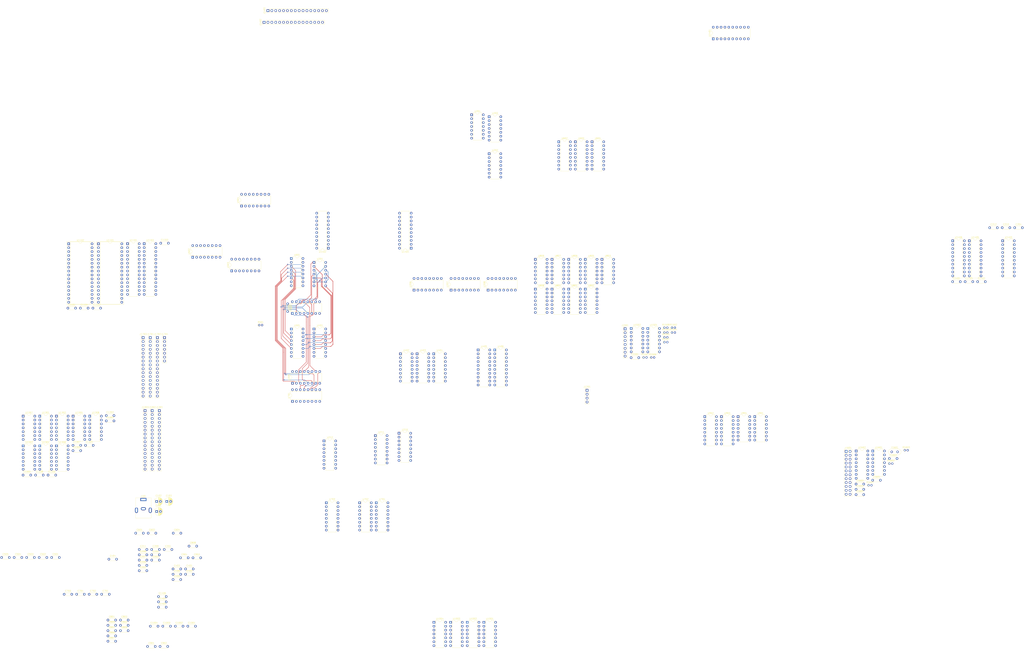
<source format=kicad_pcb>
(kicad_pcb (version 20171130) (host pcbnew "(5.1.9)-1")
  (layers (0 F.Cu signal) (31 B.Cu signal) (34 B.Paste user) (35 F.Paste user) (36 B.SilkS user) (37 F.SilkS user) (38 B.Mask user) (39 F.Mask user) (44 Edge.Cuts user))
  (net 0 "")
  (net 1 VCC)
  (net 2 GND)
  (net 3 "Net-(C505-Pad2)")
  (net 4 "Net-(C1101-Pad1)")
  (net 5 "Net-(C1601-Pad1)")
  (net 6 "Net-(C1602-Pad1)")
  (net 7 "Net-(J1301-Pad16)")
  (net 8 "Net-(J1301-Pad15)")
  (net 9 "Net-(J1301-Pad14)")
  (net 10 "Net-(J1301-Pad13)")
  (net 11 "Net-(J1301-Pad12)")
  (net 12 "Net-(J1301-Pad11)")
  (net 13 "Net-(J1301-Pad10)")
  (net 14 "Net-(J1301-Pad9)")
  (net 15 "Net-(J1301-Pad8)")
  (net 16 "Net-(J1301-Pad7)")
  (net 17 "Net-(J1301-Pad6)")
  (net 18 "Net-(J1301-Pad5)")
  (net 19 "Net-(J1301-Pad4)")
  (net 20 "Net-(J1301-Pad3)")
  (net 21 "Net-(J1301-Pad2)")
  (net 22 "Net-(J1301-Pad1)")
  (net 23 "Net-(J1302-Pad1)")
  (net 24 "Net-(J1302-Pad2)")
  (net 25 "Net-(J1302-Pad3)")
  (net 26 "Net-(J1302-Pad4)")
  (net 27 "Net-(J1302-Pad5)")
  (net 28 "Net-(J1302-Pad6)")
  (net 29 "Net-(J1302-Pad7)")
  (net 30 "Net-(J1302-Pad8)")
  (net 31 "Net-(J1302-Pad9)")
  (net 32 "Net-(J1302-Pad10)")
  (net 33 "Net-(J1302-Pad11)")
  (net 34 "Net-(J1302-Pad12)")
  (net 35 "Net-(J1302-Pad13)")
  (net 36 "Net-(J1302-Pad14)")
  (net 37 "Net-(J1302-Pad15)")
  (net 38 "Net-(J1302-Pad16)")
  (net 39 "Net-(J1303-Pad1)")
  (net 40 "Net-(J1303-Pad2)")
  (net 41 "Net-(J1303-Pad3)")
  (net 42 "Net-(J1303-Pad4)")
  (net 43 "Net-(J1303-Pad5)")
  (net 44 "Net-(J1303-Pad6)")
  (net 45 "Net-(J1303-Pad7)")
  (net 46 "Net-(J1303-Pad8)")
  (net 47 "Net-(J1303-Pad9)")
  (net 48 "Net-(J1303-Pad10)")
  (net 49 "Net-(J1303-Pad11)")
  (net 50 "Net-(J1303-Pad12)")
  (net 51 "Net-(J1303-Pad13)")
  (net 52 "Net-(J1303-Pad14)")
  (net 53 "Net-(J1303-Pad15)")
  (net 54 "Net-(J1303-Pad16)")
  (net 55 "Net-(J1401-Pad16)")
  (net 56 "Net-(J1401-Pad15)")
  (net 57 "Net-(J1401-Pad14)")
  (net 58 "Net-(J1401-Pad13)")
  (net 59 "Net-(J1401-Pad12)")
  (net 60 "Net-(J1401-Pad11)")
  (net 61 "Net-(J1401-Pad10)")
  (net 62 "Net-(J1401-Pad9)")
  (net 63 "Net-(J1401-Pad8)")
  (net 64 "Net-(J1401-Pad7)")
  (net 65 "Net-(J1401-Pad6)")
  (net 66 "Net-(J1401-Pad5)")
  (net 67 "Net-(J1401-Pad4)")
  (net 68 "Net-(J1401-Pad3)")
  (net 69 "Net-(J1401-Pad2)")
  (net 70 "Net-(J1401-Pad1)")
  (net 71 "Net-(J1402-Pad1)")
  (net 72 "Net-(J1402-Pad2)")
  (net 73 "Net-(J1402-Pad3)")
  (net 74 "Net-(J1402-Pad4)")
  (net 75 "Net-(J1402-Pad5)")
  (net 76 "Net-(J1402-Pad6)")
  (net 77 "Net-(J1402-Pad7)")
  (net 78 "Net-(J1402-Pad8)")
  (net 79 "Net-(J1402-Pad9)")
  (net 80 "Net-(J1402-Pad10)")
  (net 81 "Net-(J1402-Pad11)")
  (net 82 "Net-(J1402-Pad12)")
  (net 83 "Net-(J1402-Pad13)")
  (net 84 "Net-(J1402-Pad14)")
  (net 85 ~IntPara)
  (net 86 /PannelInterface/PannelButtons/_BotPartePolo1)
  (net 87 /PannelInterface/PannelButtons/_BotPartePolo2)
  (net 88 BotMudaP)
  (net 89 BotMudaT)
  (net 90 BotMem)
  (net 91 BotC1)
  (net 92 BotC0)
  (net 93 "Net-(J1601-Pad1)")
  (net 94 "Net-(J1601-Pad2)")
  (net 95 "Net-(J1601-Pad3)")
  (net 96 "Net-(J1601-Pad4)")
  (net 97 "Net-(J1601-Pad5)")
  (net 98 "Net-(J1601-Pad6)")
  (net 99 "Net-(J1601-Pad7)")
  (net 100 "Net-(J1601-Pad8)")
  (net 101 "Net-(J1601-Pad9)")
  (net 102 "Net-(J1601-Pad10)")
  (net 103 "Net-(J1601-Pad11)")
  (net 104 "Net-(J1601-Pad12)")
  (net 105 "Net-(J1601-Pad13)")
  (net 106 A13)
  (net 107 A12)
  (net 108 A11)
  (net 109 A10)
  (net 110 A9)
  (net 111 A8)
  (net 112 A7)
  (net 113 A6)
  (net 114 A5)
  (net 115 A4)
  (net 116 A3)
  (net 117 A2)
  (net 118 A1)
  (net 119 A0)
  (net 120 D0)
  (net 121 D1)
  (net 122 D2)
  (net 123 D3)
  (net 124 D4)
  (net 125 D5)
  (net 126 D6)
  (net 127 D7)
  (net 128 D8)
  (net 129 D9)
  (net 130 D10)
  (net 131 D11)
  (net 132 D12)
  (net 133 D13)
  (net 134 D14)
  (net 135 D15)
  (net 136 SRT15)
  (net 137 SRT14)
  (net 138 SRT13)
  (net 139 SRT12)
  (net 140 SRT11)
  (net 141 SRT10)
  (net 142 SRT9)
  (net 143 SRT8)
  (net 144 SRT7)
  (net 145 SRT5)
  (net 146 SRT4)
  (net 147 SRT3)
  (net 148 SRT2)
  (net 149 SRT1)
  (net 150 SRT0)
  (net 151 ~SelRam)
  (net 152 ~HabSelRAM)
  (net 153 ~EscMem)
  (net 154 "Net-(R1601-Pad1)")
  (net 155 EntRlg)
  (net 156 "Net-(R1603-Pad1)")
  (net 157 "Net-(U201-Pad13)")
  (net 158 ZComp)
  (net 159 "Net-(U201-Pad4)")
  (net 160 "Net-(U201-Pad10)")
  (net 161 "Net-(U201-Pad1)")
  (net 162 "Net-(U202-Pad1)")
  (net 163 "Net-(U202-Pad10)")
  (net 164 "Net-(U202-Pad4)")
  (net 165 "Net-(U202-Pad13)")
  (net 166 "Net-(U203-Pad13)")
  (net 167 "Net-(U203-Pad4)")
  (net 168 "Net-(U203-Pad10)")
  (net 169 "Net-(U203-Pad1)")
  (net 170 "Net-(U204-Pad1)")
  (net 171 "Net-(U204-Pad10)")
  (net 172 "Net-(U204-Pad4)")
  (net 173 "Net-(U204-Pad13)")
  (net 174 MaisUm)
  (net 175 ESA2)
  (net 176 SS2)
  (net 177 ESA0)
  (net 178 ESA3)
  (net 179 SS0)
  (net 180 ESA1)
  (net 181 SS3)
  (net 182 "Net-(U205-Pad9)")
  (net 183 SS1)
  (net 184 SS5)
  (net 185 "Net-(U206-Pad9)")
  (net 186 SS7)
  (net 187 SS4)
  (net 188 SS6)
  (net 189 SS10)
  (net 190 SS8)
  (net 191 SS11)
  (net 192 "Net-(U207-Pad9)")
  (net 193 SS9)
  (net 194 SS13)
  (net 195 VaiUm)
  (net 196 SS15)
  (net 197 SS12)
  (net 198 SS14)
  (net 199 ~UltC)
  (net 200 SME3)
  (net 201 VDB0)
  (net 202 VDB3)
  (net 203 SME0)
  (net 204 SME2)
  (net 205 VDB1)
  (net 206 VDB2)
  (net 207 SME1)
  (net 208 SME7)
  (net 209 VDB4)
  (net 210 VDB7)
  (net 211 SME4)
  (net 212 SME6)
  (net 213 VDB5)
  (net 214 VDB6)
  (net 215 SME5)
  (net 216 SME9)
  (net 217 VDB10)
  (net 218 VDB9)
  (net 219 SME10)
  (net 220 SME8)
  (net 221 VDB11)
  (net 222 VDB8)
  (net 223 SME11)
  (net 224 VDB12)
  (net 225 SME12)
  (net 226 VDB13)
  (net 227 SME13)
  (net 228 ~EscT)
  (net 229 Rlg1)
  (net 230 ~EscM)
  (net 231 VDB15)
  (net 232 VDB14)
  (net 233 ~EscP)
  (net 234 ~SaiRP)
  (net 235 ESA4)
  (net 236 ESA5)
  (net 237 ESA6)
  (net 238 ESA7)
  (net 239 ESA11)
  (net 240 ESA10)
  (net 241 ESA9)
  (net 242 ESA8)
  (net 243 ESA12)
  (net 244 ESA13)
  (net 245 ESA14)
  (net 246 ESA15)
  (net 247 Rlg2)
  (net 248 ~SaiRE)
  (net 249 VEB0)
  (net 250 VEB1)
  (net 251 VEB2)
  (net 252 VEB3)
  (net 253 VEB7)
  (net 254 VEB6)
  (net 255 VEB5)
  (net 256 VEB4)
  (net 257 VEB11)
  (net 258 VEB10)
  (net 259 VEB9)
  (net 260 VEB8)
  (net 261 VEB12)
  (net 262 VEB13)
  (net 263 ~Parte)
  (net 264 Desvia)
  (net 265 Para)
  (net 266 ~Para)
  (net 267 RC)
  (net 268 BotParteAtivo)
  (net 269 ~Partiu)
  (net 270 I1)
  (net 271 VaiPartir)
  (net 272 I0)
  (net 273 ~Est1)
  (net 274 ~I0)
  (net 275 Est1)
  (net 276 ~I1)
  (net 277 ~Rlg)
  (net 278 ~SaiBE)
  (net 279 EscC)
  (net 280 RlgRC)
  (net 281 BotEscMem)
  (net 282 /ControlUnit/nand2_2_a)
  (net 283 ~SaiBD)
  (net 284 /ControlUnit/nor2_1_a)
  (net 285 /ControlUnit/nor2_1_c)
  (net 286 /ControlUnit/nor2_1_b)
  (net 287 ~BotParteAtivo)
  (net 288 /ControlUnit/nor3_1_c)
  (net 289 /ControlUnit/nor3_1_b)
  (net 290 Parte)
  (net 291 VaiParar)
  (net 292 MudaT)
  (net 293 ~SaiBS)
  (net 294 MudaP)
  (net 295 "Net-(U808-Pad4)")
  (net 296 ~BotEscMem)
  (net 297 /ControlUnit/nand2_1_b)
  (net 298 /ControlUnit/nand2_1_a)
  (net 299 RlgRI)
  (net 300 ~RC)
  (net 301 Rlg3)
  (net 302 "Net-(U1001-Pad8)")
  (net 303 "Net-(U1002-Pad2)")
  (net 304 "Net-(U1002-Pad1)")
  (net 305 "Net-(U1003-Pad9)")
  (net 306 ~LeRom)
  (net 307 "Net-(U1501-Pad2)")
  (net 308 /PannelInterface/PannelButtons/~BotParte)
  (net 309 "Net-(U1601-Pad4)")
  (module Package_DIP:DIP-20_W7.62mm (layer F.Cu) (at 50.165 9.525 180)
    (fp_text reference U1402 (at 3.81 -2.33) (layer F.SilkS))
    (fp_text value 74HC244)
    (pad 1 thru_hole rect (at 0 0 180) (size 1.6 1.6) (drill 0.8) (layers *.Cu *.Mask) (net 293 ~SaiBS))
    (pad 11 thru_hole oval (at 7.62 22.86 180) (size 1.6 1.6) (drill 0.8) (layers *.Cu *.Mask) (net 63 "Net-(J1401-Pad8)"))
    (pad 2 thru_hole oval (at 0 2.54 180) (size 1.6 1.6) (drill 0.8) (layers *.Cu *.Mask) (net 70 "Net-(J1401-Pad1)"))
    (pad 12 thru_hole oval (at 7.62 20.32 180) (size 1.6 1.6) (drill 0.8) (layers *.Cu *.Mask) (net 178 ESA3))
    (pad 3 thru_hole oval (at 0 5.08 180) (size 1.6 1.6) (drill 0.8) (layers *.Cu *.Mask) (net 235 ESA4))
    (pad 13 thru_hole oval (at 7.62 17.78 180) (size 1.6 1.6) (drill 0.8) (layers *.Cu *.Mask) (net 64 "Net-(J1401-Pad7)"))
    (pad 4 thru_hole oval (at 0 7.62 180) (size 1.6 1.6) (drill 0.8) (layers *.Cu *.Mask) (net 69 "Net-(J1401-Pad2)"))
    (pad 14 thru_hole oval (at 7.62 15.24 180) (size 1.6 1.6) (drill 0.8) (layers *.Cu *.Mask) (net 175 ESA2))
    (pad 5 thru_hole oval (at 0 10.16 180) (size 1.6 1.6) (drill 0.8) (layers *.Cu *.Mask) (net 236 ESA5))
    (pad 15 thru_hole oval (at 7.62 12.7 180) (size 1.6 1.6) (drill 0.8) (layers *.Cu *.Mask) (net 65 "Net-(J1401-Pad6)"))
    (pad 6 thru_hole oval (at 0 12.7 180) (size 1.6 1.6) (drill 0.8) (layers *.Cu *.Mask) (net 68 "Net-(J1401-Pad3)"))
    (pad 16 thru_hole oval (at 7.62 10.16 180) (size 1.6 1.6) (drill 0.8) (layers *.Cu *.Mask) (net 180 ESA1))
    (pad 7 thru_hole oval (at 0 15.24 180) (size 1.6 1.6) (drill 0.8) (layers *.Cu *.Mask) (net 237 ESA6))
    (pad 17 thru_hole oval (at 7.62 7.62 180) (size 1.6 1.6) (drill 0.8) (layers *.Cu *.Mask) (net 66 "Net-(J1401-Pad5)"))
    (pad 8 thru_hole oval (at 0 17.78 180) (size 1.6 1.6) (drill 0.8) (layers *.Cu *.Mask) (net 67 "Net-(J1401-Pad4)"))
    (pad 18 thru_hole oval (at 7.62 5.08 180) (size 1.6 1.6) (drill 0.8) (layers *.Cu *.Mask) (net 177 ESA0))
    (pad 9 thru_hole oval (at 0 20.32 180) (size 1.6 1.6) (drill 0.8) (layers *.Cu *.Mask) (net 238 ESA7))
    (pad 19 thru_hole oval (at 7.62 2.54 180) (size 1.6 1.6) (drill 0.8) (layers *.Cu *.Mask) (net 293 ~SaiBS))
    (pad 10 thru_hole oval (at 0 22.86 180) (size 1.6 1.6) (drill 0.8) (layers *.Cu *.Mask) (net 2 GND))
    (pad 20 thru_hole oval (at 7.62 0 180) (size 1.6 1.6) (drill 0.8) (layers *.Cu *.Mask) (net 1 VCC))
  )
  (module Package_DIP:DIP-16_W7.62mm (layer F.Cu) (at 26.67 52.07 90)
    (fp_text reference U205 (at 3.81 -2.33 90) (layer F.SilkS))
    (fp_text value 74HC283)
    (pad 16 thru_hole oval (at 7.62 0 90) (size 1.6 1.6) (drill 0.8) (layers *.Cu *.Mask) (net 1 VCC))
    (pad 8 thru_hole oval (at 0 17.78 90) (size 1.6 1.6) (drill 0.8) (layers *.Cu *.Mask) (net 2 GND))
    (pad 15 thru_hole oval (at 7.62 2.54 90) (size 1.6 1.6) (drill 0.8) (layers *.Cu *.Mask) (net 160 "Net-(U201-Pad10)"))
    (pad 7 thru_hole oval (at 0 15.24 90) (size 1.6 1.6) (drill 0.8) (layers *.Cu *.Mask) (net 174 MaisUm))
    (pad 14 thru_hole oval (at 7.62 5.08 90) (size 1.6 1.6) (drill 0.8) (layers *.Cu *.Mask) (net 175 ESA2))
    (pad 6 thru_hole oval (at 0 12.7 90) (size 1.6 1.6) (drill 0.8) (layers *.Cu *.Mask) (net 159 "Net-(U201-Pad4)"))
    (pad 13 thru_hole oval (at 7.62 7.62 90) (size 1.6 1.6) (drill 0.8) (layers *.Cu *.Mask) (net 176 SS2))
    (pad 5 thru_hole oval (at 0 10.16 90) (size 1.6 1.6) (drill 0.8) (layers *.Cu *.Mask) (net 177 ESA0))
    (pad 12 thru_hole oval (at 7.62 10.16 90) (size 1.6 1.6) (drill 0.8) (layers *.Cu *.Mask) (net 178 ESA3))
    (pad 4 thru_hole oval (at 0 7.62 90) (size 1.6 1.6) (drill 0.8) (layers *.Cu *.Mask) (net 179 SS0))
    (pad 11 thru_hole oval (at 7.62 12.7 90) (size 1.6 1.6) (drill 0.8) (layers *.Cu *.Mask) (net 157 "Net-(U201-Pad13)"))
    (pad 3 thru_hole oval (at 0 5.08 90) (size 1.6 1.6) (drill 0.8) (layers *.Cu *.Mask) (net 180 ESA1))
    (pad 10 thru_hole oval (at 7.62 15.24 90) (size 1.6 1.6) (drill 0.8) (layers *.Cu *.Mask) (net 181 SS3))
    (pad 2 thru_hole oval (at 0 2.54 90) (size 1.6 1.6) (drill 0.8) (layers *.Cu *.Mask) (net 161 "Net-(U201-Pad1)"))
    (pad 9 thru_hole oval (at 7.62 17.78 90) (size 1.6 1.6) (drill 0.8) (layers *.Cu *.Mask) (net 182 "Net-(U205-Pad9)"))
    (pad 1 thru_hole rect (at 0 0 90) (size 1.6 1.6) (drill 0.8) (layers *.Cu *.Mask) (net 183 SS1))
  )
  (module Capacitor_THT:CP_Radial_D5.0mm_P2.50mm (layer F.Cu) (at -61.745224 181.245001)
    (fp_text reference C101 (at 1.25 -3.75) (layer F.SilkS))
    (fp_text value 100uF)
    (pad 1 thru_hole rect (at 0 0) (size 1.6 1.6) (drill 0.8) (layers *.Cu *.Mask) (net 1 VCC))
    (pad 2 thru_hole circle (at 2.5 0) (size 1.6 1.6) (drill 0.8) (layers *.Cu *.Mask) (net 2 GND))
  )
  (module Capacitor_THT:CP_Radial_D5.0mm_P2.50mm (layer F.Cu) (at -61.745224 174.695001)
    (fp_text reference C102 (at 1.25 -3.75) (layer F.SilkS))
    (fp_text value 10uF)
    (pad 2 thru_hole circle (at 2.5 0) (size 1.6 1.6) (drill 0.8) (layers *.Cu *.Mask) (net 2 GND))
    (pad 1 thru_hole rect (at 0 0) (size 1.6 1.6) (drill 0.8) (layers *.Cu *.Mask) (net 1 VCC))
  )
  (module Capacitor_THT:CP_Radial_D5.0mm_P2.50mm (layer F.Cu) (at -55.115224 174.695001)
    (fp_text reference C103 (at 1.25 -3.75) (layer F.SilkS))
    (fp_text value 1000nF)
    (pad 1 thru_hole rect (at 0 0) (size 1.6 1.6) (drill 0.8) (layers *.Cu *.Mask) (net 1 VCC))
    (pad 2 thru_hole circle (at 2.5 0) (size 1.6 1.6) (drill 0.8) (layers *.Cu *.Mask) (net 2 GND))
  )
  (module Capacitor_THT:C_Disc_D4.3mm_W1.9mm_P5.00mm (layer F.Cu) (at -56.809999 206.045001)
    (fp_text reference C201 (at 2.5 -2.2) (layer F.SilkS))
    (fp_text value 100nF)
    (pad 1 thru_hole circle (at 0 0) (size 1.6 1.6) (drill 0.8) (layers *.Cu *.Mask) (net 1 VCC))
    (pad 2 thru_hole circle (at 5 0) (size 1.6 1.6) (drill 0.8) (layers *.Cu *.Mask) (net 2 GND))
  )
  (module Capacitor_THT:C_Disc_D4.3mm_W1.9mm_P5.00mm (layer F.Cu) (at -73.109999 219.845001)
    (fp_text reference C202 (at 2.5 -2.2) (layer F.SilkS))
    (fp_text value 100nF)
    (pad 2 thru_hole circle (at 5 0) (size 1.6 1.6) (drill 0.8) (layers *.Cu *.Mask) (net 2 GND))
    (pad 1 thru_hole circle (at 0 0) (size 1.6 1.6) (drill 0.8) (layers *.Cu *.Mask) (net 1 VCC))
  )
  (module Capacitor_THT:C_Disc_D4.3mm_W1.9mm_P5.00mm (layer F.Cu) (at -64.959999 212.945001)
    (fp_text reference C203 (at 2.5 -2.2) (layer F.SilkS))
    (fp_text value 100nF)
    (pad 1 thru_hole circle (at 0 0) (size 1.6 1.6) (drill 0.8) (layers *.Cu *.Mask) (net 1 VCC))
    (pad 2 thru_hole circle (at 5 0) (size 1.6 1.6) (drill 0.8) (layers *.Cu *.Mask) (net 2 GND))
  )
  (module Capacitor_THT:C_Disc_D4.3mm_W1.9mm_P5.00mm (layer F.Cu) (at 497.435001 -3.829999)
    (fp_text reference C204 (at 2.5 -2.2) (layer F.SilkS))
    (fp_text value 100nF)
    (pad 1 thru_hole circle (at 0 0) (size 1.6 1.6) (drill 0.8) (layers *.Cu *.Mask) (net 1 VCC))
    (pad 2 thru_hole circle (at 5 0) (size 1.6 1.6) (drill 0.8) (layers *.Cu *.Mask) (net 2 GND))
  )
  (module Capacitor_THT:C_Disc_D4.3mm_W1.9mm_P5.00mm (layer F.Cu) (at -64.959999 209.495001)
    (fp_text reference C205 (at 2.5 -2.2) (layer F.SilkS))
    (fp_text value 100nF)
    (pad 1 thru_hole circle (at 0 0) (size 1.6 1.6) (drill 0.8) (layers *.Cu *.Mask) (net 1 VCC))
    (pad 2 thru_hole circle (at 5 0) (size 1.6 1.6) (drill 0.8) (layers *.Cu *.Mask) (net 2 GND))
  )
  (module Capacitor_THT:C_Disc_D4.3mm_W1.9mm_P5.00mm (layer F.Cu) (at -73.109999 216.395001)
    (fp_text reference C206 (at 2.5 -2.2) (layer F.SilkS))
    (fp_text value 100nF)
    (pad 2 thru_hole circle (at 5 0) (size 1.6 1.6) (drill 0.8) (layers *.Cu *.Mask) (net 2 GND))
    (pad 1 thru_hole circle (at 0 0) (size 1.6 1.6) (drill 0.8) (layers *.Cu *.Mask) (net 1 VCC))
  )
  (module Capacitor_THT:C_Disc_D4.3mm_W1.9mm_P5.00mm (layer F.Cu) (at -73.109999 212.945001)
    (fp_text reference C207 (at 2.5 -2.2) (layer F.SilkS))
    (fp_text value 100nF)
    (pad 1 thru_hole circle (at 0 0) (size 1.6 1.6) (drill 0.8) (layers *.Cu *.Mask) (net 1 VCC))
    (pad 2 thru_hole circle (at 5 0) (size 1.6 1.6) (drill 0.8) (layers *.Cu *.Mask) (net 2 GND))
  )
  (module Capacitor_THT:C_Disc_D4.3mm_W1.9mm_P5.00mm (layer F.Cu) (at -73.109999 209.495001)
    (fp_text reference C208 (at 2.5 -2.2) (layer F.SilkS))
    (fp_text value 100nF)
    (pad 1 thru_hole circle (at 0 0) (size 1.6 1.6) (drill 0.8) (layers *.Cu *.Mask) (net 1 VCC))
    (pad 2 thru_hole circle (at 5 0) (size 1.6 1.6) (drill 0.8) (layers *.Cu *.Mask) (net 2 GND))
  )
  (module Capacitor_THT:C_Disc_D4.3mm_W1.9mm_P5.00mm (layer F.Cu) (at -64.959999 206.045001)
    (fp_text reference C209 (at 2.5 -2.2) (layer F.SilkS))
    (fp_text value 100nF)
    (pad 2 thru_hole circle (at 5 0) (size 1.6 1.6) (drill 0.8) (layers *.Cu *.Mask) (net 2 GND))
    (pad 1 thru_hole circle (at 0 0) (size 1.6 1.6) (drill 0.8) (layers *.Cu *.Mask) (net 1 VCC))
  )
  (module Capacitor_THT:C_Disc_D4.3mm_W1.9mm_P5.00mm (layer F.Cu) (at 489.285001 -3.829999)
    (fp_text reference C210 (at 2.5 -2.2) (layer F.SilkS))
    (fp_text value 100nF)
    (pad 1 thru_hole circle (at 0 0) (size 1.6 1.6) (drill 0.8) (layers *.Cu *.Mask) (net 1 VCC))
    (pad 2 thru_hole circle (at 5 0) (size 1.6 1.6) (drill 0.8) (layers *.Cu *.Mask) (net 2 GND))
  )
  (module Capacitor_THT:C_Disc_D4.3mm_W1.9mm_P5.00mm (layer F.Cu) (at -73.109999 206.045001)
    (fp_text reference C211 (at 2.5 -2.2) (layer F.SilkS))
    (fp_text value 100nF)
    (pad 2 thru_hole circle (at 5 0) (size 1.6 1.6) (drill 0.8) (layers *.Cu *.Mask) (net 2 GND))
    (pad 1 thru_hole circle (at 0 0) (size 1.6 1.6) (drill 0.8) (layers *.Cu *.Mask) (net 1 VCC))
  )
  (module Capacitor_THT:C_Disc_D4.3mm_W1.9mm_P5.00mm (layer F.Cu) (at 481.135001 -3.829999)
    (fp_text reference C212 (at 2.5 -2.2) (layer F.SilkS))
    (fp_text value 100nF)
    (pad 2 thru_hole circle (at 5 0) (size 1.6 1.6) (drill 0.8) (layers *.Cu *.Mask) (net 2 GND))
    (pad 1 thru_hole circle (at 0 0) (size 1.6 1.6) (drill 0.8) (layers *.Cu *.Mask) (net 1 VCC))
  )
  (module Capacitor_THT:C_Disc_D4.3mm_W1.9mm_P5.00mm (layer F.Cu) (at -42.904999 218.730001)
    (fp_text reference C401 (at 2.5 -2.2) (layer F.SilkS))
    (fp_text value 100nF)
    (pad 1 thru_hole circle (at 0 0) (size 1.6 1.6) (drill 0.8) (layers *.Cu *.Mask) (net 1 VCC))
    (pad 2 thru_hole circle (at 5 0) (size 1.6 1.6) (drill 0.8) (layers *.Cu *.Mask) (net 2 GND))
  )
  (module Capacitor_THT:C_Disc_D4.3mm_W1.9mm_P5.00mm (layer F.Cu) (at -42.904999 222.180001)
    (fp_text reference C402 (at 2.5 -2.2) (layer F.SilkS))
    (fp_text value 100nF)
    (pad 1 thru_hole circle (at 0 0) (size 1.6 1.6) (drill 0.8) (layers *.Cu *.Mask) (net 1 VCC))
    (pad 2 thru_hole circle (at 5 0) (size 1.6 1.6) (drill 0.8) (layers *.Cu *.Mask) (net 2 GND))
  )
  (module Capacitor_THT:C_Disc_D4.3mm_W1.9mm_P5.00mm (layer F.Cu) (at -51.054999 218.730001)
    (fp_text reference C403 (at 2.5 -2.2) (layer F.SilkS))
    (fp_text value 100nF)
    (pad 2 thru_hole circle (at 5 0) (size 1.6 1.6) (drill 0.8) (layers *.Cu *.Mask) (net 2 GND))
    (pad 1 thru_hole circle (at 0 0) (size 1.6 1.6) (drill 0.8) (layers *.Cu *.Mask) (net 1 VCC))
  )
  (module Capacitor_THT:C_Disc_D4.3mm_W1.9mm_P5.00mm (layer F.Cu) (at -92.854999 212.360001)
    (fp_text reference C404 (at 2.5 -2.2) (layer F.SilkS))
    (fp_text value 100nF)
    (pad 1 thru_hole circle (at 0 0) (size 1.6 1.6) (drill 0.8) (layers *.Cu *.Mask) (net 1 VCC))
    (pad 2 thru_hole circle (at 5 0) (size 1.6 1.6) (drill 0.8) (layers *.Cu *.Mask) (net 2 GND))
  )
  (module Capacitor_THT:C_Disc_D4.3mm_W1.9mm_P5.00mm (layer F.Cu) (at -51.054999 225.630001)
    (fp_text reference C405 (at 2.5 -2.2) (layer F.SilkS))
    (fp_text value 100nF)
    (pad 2 thru_hole circle (at 5 0) (size 1.6 1.6) (drill 0.8) (layers *.Cu *.Mask) (net 2 GND))
    (pad 1 thru_hole circle (at 0 0) (size 1.6 1.6) (drill 0.8) (layers *.Cu *.Mask) (net 1 VCC))
  )
  (module Capacitor_THT:C_Disc_D4.3mm_W1.9mm_P5.00mm (layer F.Cu) (at -51.054999 222.180001)
    (fp_text reference C406 (at 2.5 -2.2) (layer F.SilkS))
    (fp_text value 100nF)
    (pad 1 thru_hole circle (at 0 0) (size 1.6 1.6) (drill 0.8) (layers *.Cu *.Mask) (net 1 VCC))
    (pad 2 thru_hole circle (at 5 0) (size 1.6 1.6) (drill 0.8) (layers *.Cu *.Mask) (net 2 GND))
  )
  (module Capacitor_THT:C_Disc_D4.3mm_W1.9mm_P5.00mm (layer F.Cu) (at -130.154999 211.250001)
    (fp_text reference C501 (at 2.5 -2.2) (layer F.SilkS))
    (fp_text value 100nF)
    (pad 2 thru_hole circle (at 5 0) (size 1.6 1.6) (drill 0.8) (layers *.Cu *.Mask) (net 2 GND))
    (pad 1 thru_hole circle (at 0 0) (size 1.6 1.6) (drill 0.8) (layers *.Cu *.Mask) (net 1 VCC))
  )
  (module Capacitor_THT:C_Disc_D4.3mm_W1.9mm_P5.00mm (layer F.Cu) (at -138.304999 211.250001)
    (fp_text reference C502 (at 2.5 -2.2) (layer F.SilkS))
    (fp_text value 100nF)
    (pad 1 thru_hole circle (at 0 0) (size 1.6 1.6) (drill 0.8) (layers *.Cu *.Mask) (net 1 VCC))
    (pad 2 thru_hole circle (at 5 0) (size 1.6 1.6) (drill 0.8) (layers *.Cu *.Mask) (net 2 GND))
  )
  (module Capacitor_THT:C_Disc_D4.3mm_W1.9mm_P5.00mm (layer F.Cu) (at -146.454999 211.250001)
    (fp_text reference C503 (at 2.5 -2.2) (layer F.SilkS))
    (fp_text value 100nF)
    (pad 2 thru_hole circle (at 5 0) (size 1.6 1.6) (drill 0.8) (layers *.Cu *.Mask) (net 2 GND))
    (pad 1 thru_hole circle (at 0 0) (size 1.6 1.6) (drill 0.8) (layers *.Cu *.Mask) (net 1 VCC))
  )
  (module Capacitor_THT:C_Disc_D4.3mm_W1.9mm_P5.00mm (layer F.Cu) (at -154.604999 211.250001)
    (fp_text reference C504 (at 2.5 -2.2) (layer F.SilkS))
    (fp_text value 100nF)
    (pad 1 thru_hole circle (at 0 0) (size 1.6 1.6) (drill 0.8) (layers *.Cu *.Mask) (net 1 VCC))
    (pad 2 thru_hole circle (at 5 0) (size 1.6 1.6) (drill 0.8) (layers *.Cu *.Mask) (net 2 GND))
  )
  (module Capacitor_THT:C_Disc_D4.3mm_W1.9mm_P5.00mm (layer F.Cu) (at -162.754999 211.250001)
    (fp_text reference C505 (at 2.5 -2.2) (layer F.SilkS))
    (fp_text value C)
    (pad 2 thru_hole circle (at 5 0) (size 1.6 1.6) (drill 0.8) (layers *.Cu *.Mask) (net 3 "Net-(C505-Pad2)"))
    (pad 1 thru_hole circle (at 0 0) (size 1.6 1.6) (drill 0.8) (layers *.Cu *.Mask) (net 1 VCC))
  )
  (module Capacitor_THT:C_Disc_D4.3mm_W1.9mm_P5.00mm (layer F.Cu) (at -75.404999 195.375001)
    (fp_text reference C601 (at 2.5 -2.2) (layer F.SilkS))
    (fp_text value 100nF)
    (pad 2 thru_hole circle (at 5 0) (size 1.6 1.6) (drill 0.8) (layers *.Cu *.Mask) (net 2 GND))
    (pad 1 thru_hole circle (at 0 0) (size 1.6 1.6) (drill 0.8) (layers *.Cu *.Mask) (net 1 VCC))
  )
  (module Capacitor_THT:C_Disc_D4.3mm_W1.9mm_P5.00mm (layer F.Cu) (at -67.254999 195.375001)
    (fp_text reference C602 (at 2.5 -2.2) (layer F.SilkS))
    (fp_text value 100nF)
    (pad 2 thru_hole circle (at 5 0) (size 1.6 1.6) (drill 0.8) (layers *.Cu *.Mask) (net 2 GND))
    (pad 1 thru_hole circle (at 0 0) (size 1.6 1.6) (drill 0.8) (layers *.Cu *.Mask) (net 1 VCC))
  )
  (module Capacitor_THT:C_Disc_D4.3mm_W1.9mm_P5.00mm (layer F.Cu) (at 23.6 45.8 270)
    (fp_text reference C603 (at 2.5 -2.2 90) (layer F.SilkS))
    (fp_text value 100nF)
    (pad 1 thru_hole circle (at 0 0 270) (size 1.6 1.6) (drill 0.8) (layers *.Cu *.Mask) (net 1 VCC))
    (pad 2 thru_hole circle (at 5 0 270) (size 1.6 1.6) (drill 0.8) (layers *.Cu *.Mask) (net 2 GND))
  )
  (module Capacitor_THT:C_Disc_D4.3mm_W1.9mm_P5.00mm (layer F.Cu) (at -50.954999 195.375001)
    (fp_text reference C604 (at 2.5 -2.2) (layer F.SilkS))
    (fp_text value 100nF)
    (pad 2 thru_hole circle (at 5 0) (size 1.6 1.6) (drill 0.8) (layers *.Cu *.Mask) (net 2 GND))
    (pad 1 thru_hole circle (at 0 0) (size 1.6 1.6) (drill 0.8) (layers *.Cu *.Mask) (net 1 VCC))
  )
  (module Capacitor_THT:C_Disc_D4.3mm_W1.9mm_P5.00mm (layer F.Cu) (at -97.584999 235.215001)
    (fp_text reference C701 (at 2.5 -2.2) (layer F.SilkS))
    (fp_text value 100nF)
    (pad 1 thru_hole circle (at 0 0) (size 1.6 1.6) (drill 0.8) (layers *.Cu *.Mask) (net 1 VCC))
    (pad 2 thru_hole circle (at 5 0) (size 1.6 1.6) (drill 0.8) (layers *.Cu *.Mask) (net 2 GND))
  )
  (module Capacitor_THT:C_Disc_D4.3mm_W1.9mm_P5.00mm (layer F.Cu) (at -105.734999 235.215001)
    (fp_text reference C702 (at 2.5 -2.2) (layer F.SilkS))
    (fp_text value 100nF)
    (pad 2 thru_hole circle (at 5 0) (size 1.6 1.6) (drill 0.8) (layers *.Cu *.Mask) (net 2 GND))
    (pad 1 thru_hole circle (at 0 0) (size 1.6 1.6) (drill 0.8) (layers *.Cu *.Mask) (net 1 VCC))
  )
  (module Capacitor_THT:C_Disc_D4.3mm_W1.9mm_P5.00mm (layer F.Cu) (at -122.034999 235.215001)
    (fp_text reference C703 (at 2.5 -2.2) (layer F.SilkS))
    (fp_text value 100nF)
    (pad 1 thru_hole circle (at 0 0) (size 1.6 1.6) (drill 0.8) (layers *.Cu *.Mask) (net 1 VCC))
    (pad 2 thru_hole circle (at 5 0) (size 1.6 1.6) (drill 0.8) (layers *.Cu *.Mask) (net 2 GND))
  )
  (module Capacitor_THT:C_Disc_D4.3mm_W1.9mm_P5.00mm (layer F.Cu) (at -113.884999 235.215001)
    (fp_text reference C704 (at 2.5 -2.2) (layer F.SilkS))
    (fp_text value 100nF)
    (pad 2 thru_hole circle (at 5 0) (size 1.6 1.6) (drill 0.8) (layers *.Cu *.Mask) (net 2 GND))
    (pad 1 thru_hole circle (at 0 0) (size 1.6 1.6) (drill 0.8) (layers *.Cu *.Mask) (net 1 VCC))
  )
  (module Capacitor_THT:C_Disc_D4.3mm_W1.9mm_P5.00mm (layer F.Cu) (at -93.474999 252.050001)
    (fp_text reference C801 (at 2.5 -2.2) (layer F.SilkS))
    (fp_text value 100nF)
    (pad 1 thru_hole circle (at 0 0) (size 1.6 1.6) (drill 0.8) (layers *.Cu *.Mask) (net 1 VCC))
    (pad 2 thru_hole circle (at 5 0) (size 1.6 1.6) (drill 0.8) (layers *.Cu *.Mask) (net 2 GND))
  )
  (module Capacitor_THT:C_Disc_D4.3mm_W1.9mm_P5.00mm (layer F.Cu) (at -85.324999 255.500001)
    (fp_text reference C802 (at 2.5 -2.2) (layer F.SilkS))
    (fp_text value 100nF)
    (pad 2 thru_hole circle (at 5 0) (size 1.6 1.6) (drill 0.8) (layers *.Cu *.Mask) (net 2 GND))
    (pad 1 thru_hole circle (at 0 0) (size 1.6 1.6) (drill 0.8) (layers *.Cu *.Mask) (net 1 VCC))
  )
  (module Capacitor_THT:C_Disc_D4.3mm_W1.9mm_P5.00mm (layer F.Cu) (at -85.324999 252.050001)
    (fp_text reference C803 (at 2.5 -2.2) (layer F.SilkS))
    (fp_text value 100nF)
    (pad 1 thru_hole circle (at 0 0) (size 1.6 1.6) (drill 0.8) (layers *.Cu *.Mask) (net 1 VCC))
    (pad 2 thru_hole circle (at 5 0) (size 1.6 1.6) (drill 0.8) (layers *.Cu *.Mask) (net 2 GND))
  )
  (module Capacitor_THT:C_Disc_D4.3mm_W1.9mm_P5.00mm (layer F.Cu) (at -93.474999 258.950001)
    (fp_text reference C804 (at 2.5 -2.2) (layer F.SilkS))
    (fp_text value 100nF)
    (pad 2 thru_hole circle (at 5 0) (size 1.6 1.6) (drill 0.8) (layers *.Cu *.Mask) (net 2 GND))
    (pad 1 thru_hole circle (at 0 0) (size 1.6 1.6) (drill 0.8) (layers *.Cu *.Mask) (net 1 VCC))
  )
  (module Capacitor_THT:C_Disc_D4.3mm_W1.9mm_P5.00mm (layer F.Cu) (at -85.324999 258.950001)
    (fp_text reference C805 (at 2.5 -2.2) (layer F.SilkS))
    (fp_text value 100nF)
    (pad 1 thru_hole circle (at 0 0) (size 1.6 1.6) (drill 0.8) (layers *.Cu *.Mask) (net 1 VCC))
    (pad 2 thru_hole circle (at 5 0) (size 1.6 1.6) (drill 0.8) (layers *.Cu *.Mask) (net 2 GND))
  )
  (module Capacitor_THT:C_Disc_D4.3mm_W1.9mm_P5.00mm (layer F.Cu) (at -93.474999 262.400001)
    (fp_text reference C806 (at 2.5 -2.2) (layer F.SilkS))
    (fp_text value 100nF)
    (pad 2 thru_hole circle (at 5 0) (size 1.6 1.6) (drill 0.8) (layers *.Cu *.Mask) (net 2 GND))
    (pad 1 thru_hole circle (at 0 0) (size 1.6 1.6) (drill 0.8) (layers *.Cu *.Mask) (net 1 VCC))
  )
  (module Capacitor_THT:C_Disc_D4.3mm_W1.9mm_P5.00mm (layer F.Cu) (at -93.474999 265.850001)
    (fp_text reference C807 (at 2.5 -2.2) (layer F.SilkS))
    (fp_text value 100nF)
    (pad 1 thru_hole circle (at 0 0) (size 1.6 1.6) (drill 0.8) (layers *.Cu *.Mask) (net 1 VCC))
    (pad 2 thru_hole circle (at 5 0) (size 1.6 1.6) (drill 0.8) (layers *.Cu *.Mask) (net 2 GND))
  )
  (module Capacitor_THT:C_Disc_D4.3mm_W1.9mm_P5.00mm (layer F.Cu) (at -40.64 203.835)
    (fp_text reference C808 (at 2.5 -2.2) (layer F.SilkS))
    (fp_text value 100nF)
    (pad 2 thru_hole circle (at 5 0) (size 1.6 1.6) (drill 0.8) (layers *.Cu *.Mask) (net 2 GND))
    (pad 1 thru_hole circle (at 0 0) (size 1.6 1.6) (drill 0.8) (layers *.Cu *.Mask) (net 1 VCC))
  )
  (module Capacitor_THT:C_Disc_D4.3mm_W1.9mm_P5.00mm (layer F.Cu) (at -93.474999 255.500001)
    (fp_text reference C809 (at 2.5 -2.2) (layer F.SilkS))
    (fp_text value 100nF)
    (pad 1 thru_hole circle (at 0 0) (size 1.6 1.6) (drill 0.8) (layers *.Cu *.Mask) (net 1 VCC))
    (pad 2 thru_hole circle (at 5 0) (size 1.6 1.6) (drill 0.8) (layers *.Cu *.Mask) (net 2 GND))
  )
  (module Capacitor_THT:C_Disc_D4.3mm_W1.9mm_P5.00mm (layer F.Cu) (at -67.684999 269.265001)
    (fp_text reference C901 (at 2.5 -2.2) (layer F.SilkS))
    (fp_text value 100nF)
    (pad 2 thru_hole circle (at 5 0) (size 1.6 1.6) (drill 0.8) (layers *.Cu *.Mask) (net 2 GND))
    (pad 1 thru_hole circle (at 0 0) (size 1.6 1.6) (drill 0.8) (layers *.Cu *.Mask) (net 1 VCC))
  )
  (module Capacitor_THT:C_Disc_D4.3mm_W1.9mm_P5.00mm (layer F.Cu) (at -59.534999 269.265001)
    (fp_text reference C902 (at 2.5 -2.2) (layer F.SilkS))
    (fp_text value 100nF)
    (pad 1 thru_hole circle (at 0 0) (size 1.6 1.6) (drill 0.8) (layers *.Cu *.Mask) (net 1 VCC))
    (pad 2 thru_hole circle (at 5 0) (size 1.6 1.6) (drill 0.8) (layers *.Cu *.Mask) (net 2 GND))
  )
  (module Capacitor_THT:C_Disc_D4.3mm_W1.9mm_P5.00mm (layer F.Cu) (at -38.054999 211.440001)
    (fp_text reference C903 (at 2.5 -2.2) (layer F.SilkS))
    (fp_text value 100nF)
    (pad 2 thru_hole circle (at 5 0) (size 1.6 1.6) (drill 0.8) (layers *.Cu *.Mask) (net 2 GND))
    (pad 1 thru_hole circle (at 0 0) (size 1.6 1.6) (drill 0.8) (layers *.Cu *.Mask) (net 1 VCC))
  )
  (module Capacitor_THT:C_Disc_D4.3mm_W1.9mm_P5.00mm (layer F.Cu) (at -46.204999 211.440001)
    (fp_text reference C904 (at 2.5 -2.2) (layer F.SilkS))
    (fp_text value 100nF)
    (pad 1 thru_hole circle (at 0 0) (size 1.6 1.6) (drill 0.8) (layers *.Cu *.Mask) (net 1 VCC))
    (pad 2 thru_hole circle (at 5 0) (size 1.6 1.6) (drill 0.8) (layers *.Cu *.Mask) (net 2 GND))
  )
  (module Capacitor_THT:C_Disc_D4.3mm_W1.9mm_P5.00mm (layer F.Cu) (at -41.409999 256.045001)
    (fp_text reference C1001 (at 2.5 -2.2) (layer F.SilkS))
    (fp_text value 100nF)
    (pad 2 thru_hole circle (at 5 0) (size 1.6 1.6) (drill 0.8) (layers *.Cu *.Mask) (net 2 GND))
    (pad 1 thru_hole circle (at 0 0) (size 1.6 1.6) (drill 0.8) (layers *.Cu *.Mask) (net 1 VCC))
  )
  (module Capacitor_THT:C_Disc_D4.3mm_W1.9mm_P5.00mm (layer F.Cu) (at -49.559999 256.045001)
    (fp_text reference C1002 (at 2.5 -2.2) (layer F.SilkS))
    (fp_text value 100nF)
    (pad 2 thru_hole circle (at 5 0) (size 1.6 1.6) (drill 0.8) (layers *.Cu *.Mask) (net 2 GND))
    (pad 1 thru_hole circle (at 0 0) (size 1.6 1.6) (drill 0.8) (layers *.Cu *.Mask) (net 1 VCC))
  )
  (module Capacitor_THT:C_Disc_D4.3mm_W1.9mm_P5.00mm (layer F.Cu) (at -57.709999 256.045001)
    (fp_text reference C1003 (at 2.5 -2.2) (layer F.SilkS))
    (fp_text value 100nF)
    (pad 1 thru_hole circle (at 0 0) (size 1.6 1.6) (drill 0.8) (layers *.Cu *.Mask) (net 1 VCC))
    (pad 2 thru_hole circle (at 5 0) (size 1.6 1.6) (drill 0.8) (layers *.Cu *.Mask) (net 2 GND))
  )
  (module Capacitor_THT:C_Disc_D4.3mm_W1.9mm_P5.00mm (layer F.Cu) (at -65.859999 256.045001)
    (fp_text reference C1004 (at 2.5 -2.2) (layer F.SilkS))
    (fp_text value 100nF)
    (pad 2 thru_hole circle (at 5 0) (size 1.6 1.6) (drill 0.8) (layers *.Cu *.Mask) (net 2 GND))
    (pad 1 thru_hole circle (at 0 0) (size 1.6 1.6) (drill 0.8) (layers *.Cu *.Mask) (net 1 VCC))
  )
  (module Capacitor_THT:C_Disc_D4.3mm_W1.9mm_P5.00mm (layer F.Cu) (at -119.574999 48.615001)
    (fp_text reference C1101 (at 2.5 -2.2) (layer F.SilkS))
    (fp_text value 100nF)
    (pad 1 thru_hole circle (at 0 0) (size 1.6 1.6) (drill 0.8) (layers *.Cu *.Mask) (net 4 "Net-(C1101-Pad1)"))
    (pad 2 thru_hole circle (at 5 0) (size 1.6 1.6) (drill 0.8) (layers *.Cu *.Mask) (net 2 GND))
  )
  (module Capacitor_THT:C_Disc_D4.3mm_W1.9mm_P5.00mm (layer F.Cu) (at -103.274999 48.615001)
    (fp_text reference C1102 (at 2.5 -2.2) (layer F.SilkS))
    (fp_text value 100nF)
    (pad 1 thru_hole circle (at 0 0) (size 1.6 1.6) (drill 0.8) (layers *.Cu *.Mask) (net 4 "Net-(C1101-Pad1)"))
    (pad 2 thru_hole circle (at 5 0) (size 1.6 1.6) (drill 0.8) (layers *.Cu *.Mask) (net 2 GND))
  )
  (module Capacitor_THT:C_Disc_D4.3mm_W1.9mm_P5.00mm (layer F.Cu) (at -59.074999 6.265001)
    (fp_text reference C1103 (at 2.5 -2.2) (layer F.SilkS))
    (fp_text value 100nF)
    (pad 1 thru_hole circle (at 0 0) (size 1.6 1.6) (drill 0.8) (layers *.Cu *.Mask) (net 4 "Net-(C1101-Pad1)"))
    (pad 2 thru_hole circle (at 5 0) (size 1.6 1.6) (drill 0.8) (layers *.Cu *.Mask) (net 2 GND))
  )
  (module Capacitor_THT:C_Disc_D4.3mm_W1.9mm_P5.00mm (layer F.Cu) (at -111.424999 48.615001)
    (fp_text reference C1104 (at 2.5 -2.2) (layer F.SilkS))
    (fp_text value 100nF)
    (pad 2 thru_hole circle (at 5 0) (size 1.6 1.6) (drill 0.8) (layers *.Cu *.Mask) (net 2 GND))
    (pad 1 thru_hole circle (at 0 0) (size 1.6 1.6) (drill 0.8) (layers *.Cu *.Mask) (net 4 "Net-(C1101-Pad1)"))
  )
  (module Capacitor_THT:C_Disc_D4.3mm_W1.9mm_P5.00mm (layer F.Cu) (at -94.554999 122.155001)
    (fp_text reference C1301 (at 2.5 -2.2) (layer F.SilkS))
    (fp_text value 100nF)
    (pad 2 thru_hole circle (at 5 0) (size 1.6 1.6) (drill 0.8) (layers *.Cu *.Mask) (net 2 GND))
    (pad 1 thru_hole circle (at 0 0) (size 1.6 1.6) (drill 0.8) (layers *.Cu *.Mask) (net 1 VCC))
  )
  (module Capacitor_THT:C_Disc_D4.3mm_W1.9mm_P5.00mm (layer F.Cu) (at -94.554999 118.705001)
    (fp_text reference C1302 (at 2.5 -2.2) (layer F.SilkS))
    (fp_text value 100nF)
    (pad 1 thru_hole circle (at 0 0) (size 1.6 1.6) (drill 0.8) (layers *.Cu *.Mask) (net 1 VCC))
    (pad 2 thru_hole circle (at 5 0) (size 1.6 1.6) (drill 0.8) (layers *.Cu *.Mask) (net 2 GND))
  )
  (module Capacitor_THT:C_Disc_D4.3mm_W1.9mm_P5.00mm (layer F.Cu) (at -116.254999 141.555001)
    (fp_text reference C1303 (at 2.5 -2.2) (layer F.SilkS))
    (fp_text value 100nF)
    (pad 2 thru_hole circle (at 5 0) (size 1.6 1.6) (drill 0.8) (layers *.Cu *.Mask) (net 2 GND))
    (pad 1 thru_hole circle (at 0 0) (size 1.6 1.6) (drill 0.8) (layers *.Cu *.Mask) (net 1 VCC))
  )
  (module Capacitor_THT:C_Disc_D4.3mm_W1.9mm_P5.00mm (layer F.Cu) (at -108.104999 138.105001)
    (fp_text reference C1304 (at 2.5 -2.2) (layer F.SilkS))
    (fp_text value 100nF)
    (pad 1 thru_hole circle (at 0 0) (size 1.6 1.6) (drill 0.8) (layers *.Cu *.Mask) (net 1 VCC))
    (pad 2 thru_hole circle (at 5 0) (size 1.6 1.6) (drill 0.8) (layers *.Cu *.Mask) (net 2 GND))
  )
  (module Capacitor_THT:C_Disc_D4.3mm_W1.9mm_P5.00mm (layer F.Cu) (at -148.804999 157.505001)
    (fp_text reference C1305 (at 2.5 -2.2) (layer F.SilkS))
    (fp_text value 100nF)
    (pad 2 thru_hole circle (at 5 0) (size 1.6 1.6) (drill 0.8) (layers *.Cu *.Mask) (net 2 GND))
    (pad 1 thru_hole circle (at 0 0) (size 1.6 1.6) (drill 0.8) (layers *.Cu *.Mask) (net 1 VCC))
  )
  (module Capacitor_THT:C_Disc_D4.3mm_W1.9mm_P5.00mm (layer F.Cu) (at -132.504999 157.505001)
    (fp_text reference C1306 (at 2.5 -2.2) (layer F.SilkS))
    (fp_text value 100nF)
    (pad 1 thru_hole circle (at 0 0) (size 1.6 1.6) (drill 0.8) (layers *.Cu *.Mask) (net 1 VCC))
    (pad 2 thru_hole circle (at 5 0) (size 1.6 1.6) (drill 0.8) (layers *.Cu *.Mask) (net 2 GND))
  )
  (module Capacitor_THT:C_Disc_D4.3mm_W1.9mm_P5.00mm (layer F.Cu) (at -116.254999 138.105001)
    (fp_text reference C1307 (at 2.5 -2.2) (layer F.SilkS))
    (fp_text value 100nF)
    (pad 1 thru_hole circle (at 0 0) (size 1.6 1.6) (drill 0.8) (layers *.Cu *.Mask) (net 1 VCC))
    (pad 2 thru_hole circle (at 5 0) (size 1.6 1.6) (drill 0.8) (layers *.Cu *.Mask) (net 2 GND))
  )
  (module Capacitor_THT:C_Disc_D4.3mm_W1.9mm_P5.00mm (layer F.Cu) (at -140.654999 157.505001)
    (fp_text reference C1308 (at 2.5 -2.2) (layer F.SilkS))
    (fp_text value 100nF)
    (pad 2 thru_hole circle (at 5 0) (size 1.6 1.6) (drill 0.8) (layers *.Cu *.Mask) (net 2 GND))
    (pad 1 thru_hole circle (at 0 0) (size 1.6 1.6) (drill 0.8) (layers *.Cu *.Mask) (net 1 VCC))
  )
  (module Capacitor_THT:C_Disc_D4.3mm_W1.9mm_P5.00mm (layer F.Cu) (at 456.985001 31.360001)
    (fp_text reference C1401 (at 2.5 -2.2) (layer F.SilkS))
    (fp_text value 100nF)
    (pad 2 thru_hole circle (at 5 0) (size 1.6 1.6) (drill 0.8) (layers *.Cu *.Mask) (net 2 GND))
    (pad 1 thru_hole circle (at 0 0) (size 1.6 1.6) (drill 0.8) (layers *.Cu *.Mask) (net 1 VCC))
  )
  (module Capacitor_THT:C_Disc_D4.3mm_W1.9mm_P5.00mm (layer F.Cu) (at 473.285001 31.360001)
    (fp_text reference C1402 (at 2.5 -2.2) (layer F.SilkS))
    (fp_text value 100nF)
    (pad 1 thru_hole circle (at 0 0) (size 1.6 1.6) (drill 0.8) (layers *.Cu *.Mask) (net 1 VCC))
    (pad 2 thru_hole circle (at 5 0) (size 1.6 1.6) (drill 0.8) (layers *.Cu *.Mask) (net 2 GND))
  )
  (module Capacitor_THT:C_Disc_D4.3mm_W1.9mm_P5.00mm (layer F.Cu) (at -60.539999 243.640001)
    (fp_text reference C1403 (at 2.5 -2.2) (layer F.SilkS))
    (fp_text value 100nF)
    (pad 2 thru_hole circle (at 5 0) (size 1.6 1.6) (drill 0.8) (layers *.Cu *.Mask) (net 2 GND))
    (pad 1 thru_hole circle (at 0 0) (size 1.6 1.6) (drill 0.8) (layers *.Cu *.Mask) (net 1 VCC))
  )
  (module Capacitor_THT:C_Disc_D4.3mm_W1.9mm_P5.00mm (layer F.Cu) (at -60.539999 240.190001)
    (fp_text reference C1404 (at 2.5 -2.2) (layer F.SilkS))
    (fp_text value 100nF)
    (pad 1 thru_hole circle (at 0 0) (size 1.6 1.6) (drill 0.8) (layers *.Cu *.Mask) (net 1 VCC))
    (pad 2 thru_hole circle (at 5 0) (size 1.6 1.6) (drill 0.8) (layers *.Cu *.Mask) (net 2 GND))
  )
  (module Capacitor_THT:C_Disc_D4.3mm_W1.9mm_P5.00mm (layer F.Cu) (at 465.135001 31.360001)
    (fp_text reference C1405 (at 2.5 -2.2) (layer F.SilkS))
    (fp_text value 100nF)
    (pad 2 thru_hole circle (at 5 0) (size 1.6 1.6) (drill 0.8) (layers *.Cu *.Mask) (net 2 GND))
    (pad 1 thru_hole circle (at 0 0) (size 1.6 1.6) (drill 0.8) (layers *.Cu *.Mask) (net 1 VCC))
  )
  (module Capacitor_THT:C_Disc_D4.3mm_W1.9mm_P5.00mm (layer F.Cu) (at -60.539999 236.740001)
    (fp_text reference C1406 (at 2.5 -2.2) (layer F.SilkS))
    (fp_text value 100nF)
    (pad 1 thru_hole circle (at 0 0) (size 1.6 1.6) (drill 0.8) (layers *.Cu *.Mask) (net 1 VCC))
    (pad 2 thru_hole circle (at 5 0) (size 1.6 1.6) (drill 0.8) (layers *.Cu *.Mask) (net 2 GND))
  )
  (module Capacitor_THT:C_Disc_D4.3mm_W1.9mm_P5.00mm (layer F.Cu) (at 247.455001 80.925001)
    (fp_text reference C1501 (at 2.5 -2.2) (layer F.SilkS))
    (fp_text value 100nF)
    (pad 2 thru_hole circle (at 5 0) (size 1.6 1.6) (drill 0.8) (layers *.Cu *.Mask) (net 2 GND))
    (pad 1 thru_hole circle (at 0 0) (size 1.6 1.6) (drill 0.8) (layers *.Cu *.Mask) (net 1 VCC))
  )
  (module Capacitor_THT:C_Disc_D4.3mm_W1.9mm_P5.00mm (layer F.Cu) (at 404.910001 160.855001)
    (fp_text reference C1601 (at 2.5 -2.2) (layer F.SilkS))
    (fp_text value 33pF)
    (pad 1 thru_hole circle (at 0 0) (size 1.6 1.6) (drill 0.8) (layers *.Cu *.Mask) (net 5 "Net-(C1601-Pad1)"))
    (pad 2 thru_hole circle (at 5 0) (size 1.6 1.6) (drill 0.8) (layers *.Cu *.Mask) (net 2 GND))
  )
  (module Capacitor_THT:C_Disc_D4.3mm_W1.9mm_P5.00mm (layer F.Cu) (at 415.760001 146.705001)
    (fp_text reference C1602 (at 2.5 -2.2) (layer F.SilkS))
    (fp_text value 33pF)
    (pad 2 thru_hole circle (at 5 0) (size 1.6 1.6) (drill 0.8) (layers *.Cu *.Mask) (net 2 GND))
    (pad 1 thru_hole circle (at 0 0) (size 1.6 1.6) (drill 0.8) (layers *.Cu *.Mask) (net 6 "Net-(C1602-Pad1)"))
  )
  (module Capacitor_THT:C_Disc_D4.3mm_W1.9mm_P5.00mm (layer F.Cu) (at 394.060001 166.805001)
    (fp_text reference C1603 (at 2.5 -2.2) (layer F.SilkS))
    (fp_text value 100nF)
    (pad 2 thru_hole circle (at 5 0) (size 1.6 1.6) (drill 0.8) (layers *.Cu *.Mask) (net 2 GND))
    (pad 1 thru_hole circle (at 0 0) (size 1.6 1.6) (drill 0.8) (layers *.Cu *.Mask) (net 1 VCC))
  )
  (module Capacitor_THT:C_Disc_D4.3mm_W1.9mm_P5.00mm (layer F.Cu) (at 394.060001 170.255001)
    (fp_text reference C1604 (at 2.5 -2.2) (layer F.SilkS))
    (fp_text value 100nF)
    (pad 1 thru_hole circle (at 0 0) (size 1.6 1.6) (drill 0.8) (layers *.Cu *.Mask) (net 1 VCC))
    (pad 2 thru_hole circle (at 5 0) (size 1.6 1.6) (drill 0.8) (layers *.Cu *.Mask) (net 2 GND))
  )
  (module Capacitor_THT:C_Disc_D4.3mm_W1.9mm_P5.00mm (layer F.Cu) (at 394.060001 163.355001)
    (fp_text reference C1605 (at 2.5 -2.2) (layer F.SilkS))
    (fp_text value 100nF)
    (pad 2 thru_hole circle (at 5 0) (size 1.6 1.6) (drill 0.8) (layers *.Cu *.Mask) (net 2 GND))
    (pad 1 thru_hole circle (at 0 0) (size 1.6 1.6) (drill 0.8) (layers *.Cu *.Mask) (net 1 VCC))
  )
  (module Connector_BarrelJack:BarrelJack_CUI_PJ-063AH_Horizontal (layer F.Cu) (at -70.384999 173.445001)
    (fp_text reference J101 (at 0 -2.3) (layer F.SilkS))
    (fp_text value Barrel_Jack)
    (pad 1 thru_hole rect (at 0 0) (size 4 2) (drill oval 3 1) (layers *.Cu *.Mask) (net 1 VCC))
    (pad 2 thru_hole oval (at 0 6) (size 3.3 2) (drill oval 2.3 1) (layers *.Cu *.Mask) (net 2 GND))
    (pad MP thru_hole oval (at -4.5 7) (size 2 3.5) (drill oval 1 2.5) (layers *.Cu *.Mask))
    (pad MP thru_hole oval (at 4.5 7) (size 2 3.5) (drill oval 1 2.5) (layers *.Cu *.Mask))
    (pad "" np_thru_hole circle (at 0 9) (size 1.6 1.6) (drill 1.6) (layers *.Cu *.Mask))
  )
  (module Connector_PinHeader_2.54mm:PinHeader_1x04_P2.54mm_Vertical (layer F.Cu) (at 218.755001 102.225001)
    (fp_text reference J1201 (at 0 -2.33) (layer F.SilkS))
    (fp_text value PannelPowerConnector)
    (pad 1 thru_hole rect (at 0 0) (size 1.7 1.7) (drill 1) (layers *.Cu *.Mask) (net 2 GND))
    (pad 2 thru_hole oval (at 0 2.54) (size 1.7 1.7) (drill 1) (layers *.Cu *.Mask) (net 2 GND))
    (pad 3 thru_hole oval (at 0 5.08) (size 1.7 1.7) (drill 1) (layers *.Cu *.Mask) (net 1 VCC))
    (pad 4 thru_hole oval (at 0 7.62) (size 1.7 1.7) (drill 1) (layers *.Cu *.Mask) (net 1 VCC))
  )
  (module Connector_PinHeader_2.54mm:PinHeader_1x16_P2.54mm_Vertical (layer F.Cu) (at -59.994999 115.495001)
    (fp_text reference J1301 (at 0 -2.33) (layer F.SilkS))
    (fp_text value Conn_01x16)
    (pad 16 thru_hole oval (at 0 38.1) (size 1.7 1.7) (drill 1) (layers *.Cu *.Mask) (net 7 "Net-(J1301-Pad16)"))
    (pad 15 thru_hole oval (at 0 35.56) (size 1.7 1.7) (drill 1) (layers *.Cu *.Mask) (net 8 "Net-(J1301-Pad15)"))
    (pad 14 thru_hole oval (at 0 33.02) (size 1.7 1.7) (drill 1) (layers *.Cu *.Mask) (net 9 "Net-(J1301-Pad14)"))
    (pad 13 thru_hole oval (at 0 30.48) (size 1.7 1.7) (drill 1) (layers *.Cu *.Mask) (net 10 "Net-(J1301-Pad13)"))
    (pad 12 thru_hole oval (at 0 27.94) (size 1.7 1.7) (drill 1) (layers *.Cu *.Mask) (net 11 "Net-(J1301-Pad12)"))
    (pad 11 thru_hole oval (at 0 25.4) (size 1.7 1.7) (drill 1) (layers *.Cu *.Mask) (net 12 "Net-(J1301-Pad11)"))
    (pad 10 thru_hole oval (at 0 22.86) (size 1.7 1.7) (drill 1) (layers *.Cu *.Mask) (net 13 "Net-(J1301-Pad10)"))
    (pad 9 thru_hole oval (at 0 20.32) (size 1.7 1.7) (drill 1) (layers *.Cu *.Mask) (net 14 "Net-(J1301-Pad9)"))
    (pad 8 thru_hole oval (at 0 17.78) (size 1.7 1.7) (drill 1) (layers *.Cu *.Mask) (net 15 "Net-(J1301-Pad8)"))
    (pad 7 thru_hole oval (at 0 15.24) (size 1.7 1.7) (drill 1) (layers *.Cu *.Mask) (net 16 "Net-(J1301-Pad7)"))
    (pad 6 thru_hole oval (at 0 12.7) (size 1.7 1.7) (drill 1) (layers *.Cu *.Mask) (net 17 "Net-(J1301-Pad6)"))
    (pad 5 thru_hole oval (at 0 10.16) (size 1.7 1.7) (drill 1) (layers *.Cu *.Mask) (net 18 "Net-(J1301-Pad5)"))
    (pad 4 thru_hole oval (at 0 7.62) (size 1.7 1.7) (drill 1) (layers *.Cu *.Mask) (net 19 "Net-(J1301-Pad4)"))
    (pad 3 thru_hole oval (at 0 5.08) (size 1.7 1.7) (drill 1) (layers *.Cu *.Mask) (net 20 "Net-(J1301-Pad3)"))
    (pad 2 thru_hole oval (at 0 2.54) (size 1.7 1.7) (drill 1) (layers *.Cu *.Mask) (net 21 "Net-(J1301-Pad2)"))
    (pad 1 thru_hole rect (at 0 0) (size 1.7 1.7) (drill 1) (layers *.Cu *.Mask) (net 22 "Net-(J1301-Pad1)"))
  )
  (module Connector_PinHeader_2.54mm:PinHeader_1x16_P2.54mm_Vertical (layer F.Cu) (at -64.644999 115.495001)
    (fp_text reference J1302 (at 0 -2.33) (layer F.SilkS))
    (fp_text value Conn_01x16)
    (pad 1 thru_hole rect (at 0 0) (size 1.7 1.7) (drill 1) (layers *.Cu *.Mask) (net 23 "Net-(J1302-Pad1)"))
    (pad 2 thru_hole oval (at 0 2.54) (size 1.7 1.7) (drill 1) (layers *.Cu *.Mask) (net 24 "Net-(J1302-Pad2)"))
    (pad 3 thru_hole oval (at 0 5.08) (size 1.7 1.7) (drill 1) (layers *.Cu *.Mask) (net 25 "Net-(J1302-Pad3)"))
    (pad 4 thru_hole oval (at 0 7.62) (size 1.7 1.7) (drill 1) (layers *.Cu *.Mask) (net 26 "Net-(J1302-Pad4)"))
    (pad 5 thru_hole oval (at 0 10.16) (size 1.7 1.7) (drill 1) (layers *.Cu *.Mask) (net 27 "Net-(J1302-Pad5)"))
    (pad 6 thru_hole oval (at 0 12.7) (size 1.7 1.7) (drill 1) (layers *.Cu *.Mask) (net 28 "Net-(J1302-Pad6)"))
    (pad 7 thru_hole oval (at 0 15.24) (size 1.7 1.7) (drill 1) (layers *.Cu *.Mask) (net 29 "Net-(J1302-Pad7)"))
    (pad 8 thru_hole oval (at 0 17.78) (size 1.7 1.7) (drill 1) (layers *.Cu *.Mask) (net 30 "Net-(J1302-Pad8)"))
    (pad 9 thru_hole oval (at 0 20.32) (size 1.7 1.7) (drill 1) (layers *.Cu *.Mask) (net 31 "Net-(J1302-Pad9)"))
    (pad 10 thru_hole oval (at 0 22.86) (size 1.7 1.7) (drill 1) (layers *.Cu *.Mask) (net 32 "Net-(J1302-Pad10)"))
    (pad 11 thru_hole oval (at 0 25.4) (size 1.7 1.7) (drill 1) (layers *.Cu *.Mask) (net 33 "Net-(J1302-Pad11)"))
    (pad 12 thru_hole oval (at 0 27.94) (size 1.7 1.7) (drill 1) (layers *.Cu *.Mask) (net 34 "Net-(J1302-Pad12)"))
    (pad 13 thru_hole oval (at 0 30.48) (size 1.7 1.7) (drill 1) (layers *.Cu *.Mask) (net 35 "Net-(J1302-Pad13)"))
    (pad 14 thru_hole oval (at 0 33.02) (size 1.7 1.7) (drill 1) (layers *.Cu *.Mask) (net 36 "Net-(J1302-Pad14)"))
    (pad 15 thru_hole oval (at 0 35.56) (size 1.7 1.7) (drill 1) (layers *.Cu *.Mask) (net 37 "Net-(J1302-Pad15)"))
    (pad 16 thru_hole oval (at 0 38.1) (size 1.7 1.7) (drill 1) (layers *.Cu *.Mask) (net 38 "Net-(J1302-Pad16)"))
  )
  (module Connector_PinHeader_2.54mm:PinHeader_1x16_P2.54mm_Vertical (layer F.Cu) (at -69.294999 115.495001)
    (fp_text reference J1303 (at 0 -2.33) (layer F.SilkS))
    (fp_text value Conn_01x16)
    (pad 1 thru_hole rect (at 0 0) (size 1.7 1.7) (drill 1) (layers *.Cu *.Mask) (net 39 "Net-(J1303-Pad1)"))
    (pad 2 thru_hole oval (at 0 2.54) (size 1.7 1.7) (drill 1) (layers *.Cu *.Mask) (net 40 "Net-(J1303-Pad2)"))
    (pad 3 thru_hole oval (at 0 5.08) (size 1.7 1.7) (drill 1) (layers *.Cu *.Mask) (net 41 "Net-(J1303-Pad3)"))
    (pad 4 thru_hole oval (at 0 7.62) (size 1.7 1.7) (drill 1) (layers *.Cu *.Mask) (net 42 "Net-(J1303-Pad4)"))
    (pad 5 thru_hole oval (at 0 10.16) (size 1.7 1.7) (drill 1) (layers *.Cu *.Mask) (net 43 "Net-(J1303-Pad5)"))
    (pad 6 thru_hole oval (at 0 12.7) (size 1.7 1.7) (drill 1) (layers *.Cu *.Mask) (net 44 "Net-(J1303-Pad6)"))
    (pad 7 thru_hole oval (at 0 15.24) (size 1.7 1.7) (drill 1) (layers *.Cu *.Mask) (net 45 "Net-(J1303-Pad7)"))
    (pad 8 thru_hole oval (at 0 17.78) (size 1.7 1.7) (drill 1) (layers *.Cu *.Mask) (net 46 "Net-(J1303-Pad8)"))
    (pad 9 thru_hole oval (at 0 20.32) (size 1.7 1.7) (drill 1) (layers *.Cu *.Mask) (net 47 "Net-(J1303-Pad9)"))
    (pad 10 thru_hole oval (at 0 22.86) (size 1.7 1.7) (drill 1) (layers *.Cu *.Mask) (net 48 "Net-(J1303-Pad10)"))
    (pad 11 thru_hole oval (at 0 25.4) (size 1.7 1.7) (drill 1) (layers *.Cu *.Mask) (net 49 "Net-(J1303-Pad11)"))
    (pad 12 thru_hole oval (at 0 27.94) (size 1.7 1.7) (drill 1) (layers *.Cu *.Mask) (net 50 "Net-(J1303-Pad12)"))
    (pad 13 thru_hole oval (at 0 30.48) (size 1.7 1.7) (drill 1) (layers *.Cu *.Mask) (net 51 "Net-(J1303-Pad13)"))
    (pad 14 thru_hole oval (at 0 33.02) (size 1.7 1.7) (drill 1) (layers *.Cu *.Mask) (net 52 "Net-(J1303-Pad14)"))
    (pad 15 thru_hole oval (at 0 35.56) (size 1.7 1.7) (drill 1) (layers *.Cu *.Mask) (net 53 "Net-(J1303-Pad15)"))
    (pad 16 thru_hole oval (at 0 38.1) (size 1.7 1.7) (drill 1) (layers *.Cu *.Mask) (net 54 "Net-(J1303-Pad16)"))
  )
  (module Connector_PinHeader_2.54mm:PinHeader_1x16_P2.54mm_Vertical (layer F.Cu) (at 10.795 -145.415 90)
    (fp_text reference J1401 (at 0 -2.33 90) (layer F.SilkS))
    (fp_text value InputDataSwitches)
    (pad 16 thru_hole oval (at 0 38.1 90) (size 1.7 1.7) (drill 1) (layers *.Cu *.Mask) (net 55 "Net-(J1401-Pad16)"))
    (pad 15 thru_hole oval (at 0 35.56 90) (size 1.7 1.7) (drill 1) (layers *.Cu *.Mask) (net 56 "Net-(J1401-Pad15)"))
    (pad 14 thru_hole oval (at 0 33.02 90) (size 1.7 1.7) (drill 1) (layers *.Cu *.Mask) (net 57 "Net-(J1401-Pad14)"))
    (pad 13 thru_hole oval (at 0 30.48 90) (size 1.7 1.7) (drill 1) (layers *.Cu *.Mask) (net 58 "Net-(J1401-Pad13)"))
    (pad 12 thru_hole oval (at 0 27.94 90) (size 1.7 1.7) (drill 1) (layers *.Cu *.Mask) (net 59 "Net-(J1401-Pad12)"))
    (pad 11 thru_hole oval (at 0 25.4 90) (size 1.7 1.7) (drill 1) (layers *.Cu *.Mask) (net 60 "Net-(J1401-Pad11)"))
    (pad 10 thru_hole oval (at 0 22.86 90) (size 1.7 1.7) (drill 1) (layers *.Cu *.Mask) (net 61 "Net-(J1401-Pad10)"))
    (pad 9 thru_hole oval (at 0 20.32 90) (size 1.7 1.7) (drill 1) (layers *.Cu *.Mask) (net 62 "Net-(J1401-Pad9)"))
    (pad 8 thru_hole oval (at 0 17.78 90) (size 1.7 1.7) (drill 1) (layers *.Cu *.Mask) (net 63 "Net-(J1401-Pad8)"))
    (pad 7 thru_hole oval (at 0 15.24 90) (size 1.7 1.7) (drill 1) (layers *.Cu *.Mask) (net 64 "Net-(J1401-Pad7)"))
    (pad 6 thru_hole oval (at 0 12.7 90) (size 1.7 1.7) (drill 1) (layers *.Cu *.Mask) (net 65 "Net-(J1401-Pad6)"))
    (pad 5 thru_hole oval (at 0 10.16 90) (size 1.7 1.7) (drill 1) (layers *.Cu *.Mask) (net 66 "Net-(J1401-Pad5)"))
    (pad 4 thru_hole oval (at 0 7.62 90) (size 1.7 1.7) (drill 1) (layers *.Cu *.Mask) (net 67 "Net-(J1401-Pad4)"))
    (pad 3 thru_hole oval (at 0 5.08 90) (size 1.7 1.7) (drill 1) (layers *.Cu *.Mask) (net 68 "Net-(J1401-Pad3)"))
    (pad 2 thru_hole oval (at 0 2.54 90) (size 1.7 1.7) (drill 1) (layers *.Cu *.Mask) (net 69 "Net-(J1401-Pad2)"))
    (pad 1 thru_hole rect (at 0 0 90) (size 1.7 1.7) (drill 1) (layers *.Cu *.Mask) (net 70 "Net-(J1401-Pad1)"))
  )
  (module Connector_PinHeader_2.54mm:PinHeader_1x16_P2.54mm_Vertical (layer F.Cu) (at 8.255 -137.795 90)
    (fp_text reference J1402 (at 0 -2.33 90) (layer F.SilkS))
    (fp_text value InputAddressSwitches)
    (pad 1 thru_hole rect (at 0 0 90) (size 1.7 1.7) (drill 1) (layers *.Cu *.Mask) (net 71 "Net-(J1402-Pad1)"))
    (pad 2 thru_hole oval (at 0 2.54 90) (size 1.7 1.7) (drill 1) (layers *.Cu *.Mask) (net 72 "Net-(J1402-Pad2)"))
    (pad 3 thru_hole oval (at 0 5.08 90) (size 1.7 1.7) (drill 1) (layers *.Cu *.Mask) (net 73 "Net-(J1402-Pad3)"))
    (pad 4 thru_hole oval (at 0 7.62 90) (size 1.7 1.7) (drill 1) (layers *.Cu *.Mask) (net 74 "Net-(J1402-Pad4)"))
    (pad 5 thru_hole oval (at 0 10.16 90) (size 1.7 1.7) (drill 1) (layers *.Cu *.Mask) (net 75 "Net-(J1402-Pad5)"))
    (pad 6 thru_hole oval (at 0 12.7 90) (size 1.7 1.7) (drill 1) (layers *.Cu *.Mask) (net 76 "Net-(J1402-Pad6)"))
    (pad 7 thru_hole oval (at 0 15.24 90) (size 1.7 1.7) (drill 1) (layers *.Cu *.Mask) (net 77 "Net-(J1402-Pad7)"))
    (pad 8 thru_hole oval (at 0 17.78 90) (size 1.7 1.7) (drill 1) (layers *.Cu *.Mask) (net 78 "Net-(J1402-Pad8)"))
    (pad 9 thru_hole oval (at 0 20.32 90) (size 1.7 1.7) (drill 1) (layers *.Cu *.Mask) (net 79 "Net-(J1402-Pad9)"))
    (pad 10 thru_hole oval (at 0 22.86 90) (size 1.7 1.7) (drill 1) (layers *.Cu *.Mask) (net 80 "Net-(J1402-Pad10)"))
    (pad 11 thru_hole oval (at 0 25.4 90) (size 1.7 1.7) (drill 1) (layers *.Cu *.Mask) (net 81 "Net-(J1402-Pad11)"))
    (pad 12 thru_hole oval (at 0 27.94 90) (size 1.7 1.7) (drill 1) (layers *.Cu *.Mask) (net 82 "Net-(J1402-Pad12)"))
    (pad 13 thru_hole oval (at 0 30.48 90) (size 1.7 1.7) (drill 1) (layers *.Cu *.Mask) (net 83 "Net-(J1402-Pad13)"))
    (pad 14 thru_hole oval (at 0 33.02 90) (size 1.7 1.7) (drill 1) (layers *.Cu *.Mask) (net 84 "Net-(J1402-Pad14)"))
    (pad 15 thru_hole oval (at 0 35.56 90) (size 1.7 1.7) (drill 1) (layers *.Cu *.Mask))
    (pad 16 thru_hole oval (at 0 38.1 90) (size 1.7 1.7) (drill 1) (layers *.Cu *.Mask))
  )
  (module Connector_PinHeader_2.54mm:PinHeader_1x08_P2.54mm_Vertical (layer F.Cu) (at 243.555001 62.125001)
    (fp_text reference J1501 (at 0 -2.33) (layer F.SilkS))
    (fp_text value PannelButtonsConnector)
    (pad 1 thru_hole rect (at 0 0) (size 1.7 1.7) (drill 1) (layers *.Cu *.Mask) (net 85 ~IntPara))
    (pad 2 thru_hole oval (at 0 2.54) (size 1.7 1.7) (drill 1) (layers *.Cu *.Mask) (net 86 /PannelInterface/PannelButtons/_BotPartePolo1))
    (pad 3 thru_hole oval (at 0 5.08) (size 1.7 1.7) (drill 1) (layers *.Cu *.Mask) (net 87 /PannelInterface/PannelButtons/_BotPartePolo2))
    (pad 4 thru_hole oval (at 0 7.62) (size 1.7 1.7) (drill 1) (layers *.Cu *.Mask) (net 88 BotMudaP))
    (pad 5 thru_hole oval (at 0 10.16) (size 1.7 1.7) (drill 1) (layers *.Cu *.Mask) (net 89 BotMudaT))
    (pad 6 thru_hole oval (at 0 12.7) (size 1.7 1.7) (drill 1) (layers *.Cu *.Mask) (net 90 BotMem))
    (pad 7 thru_hole oval (at 0 15.24) (size 1.7 1.7) (drill 1) (layers *.Cu *.Mask) (net 91 BotC1))
    (pad 8 thru_hole oval (at 0 17.78) (size 1.7 1.7) (drill 1) (layers *.Cu *.Mask) (net 92 BotC0))
  )
  (module Connector_PinHeader_2.54mm:PinHeader_2x12_P2.54mm_Vertical (layer F.Cu) (at 387.610001 142.055001)
    (fp_text reference J1601 (at 1.27 -2.33) (layer F.SilkS))
    (fp_text value Conn_02x12)
    (pad 1 thru_hole rect (at 0 0) (size 1.7 1.7) (drill 1) (layers *.Cu *.Mask) (net 93 "Net-(J1601-Pad1)"))
    (pad 2 thru_hole oval (at 2.54 0) (size 1.7 1.7) (drill 1) (layers *.Cu *.Mask) (net 94 "Net-(J1601-Pad2)"))
    (pad 3 thru_hole oval (at 0 2.54) (size 1.7 1.7) (drill 1) (layers *.Cu *.Mask) (net 95 "Net-(J1601-Pad3)"))
    (pad 4 thru_hole oval (at 2.54 2.54) (size 1.7 1.7) (drill 1) (layers *.Cu *.Mask) (net 96 "Net-(J1601-Pad4)"))
    (pad 5 thru_hole oval (at 0 5.08) (size 1.7 1.7) (drill 1) (layers *.Cu *.Mask) (net 97 "Net-(J1601-Pad5)"))
    (pad 6 thru_hole oval (at 2.54 5.08) (size 1.7 1.7) (drill 1) (layers *.Cu *.Mask) (net 98 "Net-(J1601-Pad6)"))
    (pad 7 thru_hole oval (at 0 7.62) (size 1.7 1.7) (drill 1) (layers *.Cu *.Mask) (net 99 "Net-(J1601-Pad7)"))
    (pad 8 thru_hole oval (at 2.54 7.62) (size 1.7 1.7) (drill 1) (layers *.Cu *.Mask) (net 100 "Net-(J1601-Pad8)"))
    (pad 9 thru_hole oval (at 0 10.16) (size 1.7 1.7) (drill 1) (layers *.Cu *.Mask) (net 101 "Net-(J1601-Pad9)"))
    (pad 10 thru_hole oval (at 2.54 10.16) (size 1.7 1.7) (drill 1) (layers *.Cu *.Mask) (net 102 "Net-(J1601-Pad10)"))
    (pad 11 thru_hole oval (at 0 12.7) (size 1.7 1.7) (drill 1) (layers *.Cu *.Mask) (net 103 "Net-(J1601-Pad11)"))
    (pad 12 thru_hole oval (at 2.54 12.7) (size 1.7 1.7) (drill 1) (layers *.Cu *.Mask) (net 104 "Net-(J1601-Pad12)"))
    (pad 13 thru_hole oval (at 0 15.24) (size 1.7 1.7) (drill 1) (layers *.Cu *.Mask) (net 105 "Net-(J1601-Pad13)"))
    (pad 14 thru_hole oval (at 2.54 15.24) (size 1.7 1.7) (drill 1) (layers *.Cu *.Mask) (net 105 "Net-(J1601-Pad13)"))
    (pad 15 thru_hole oval (at 0 17.78) (size 1.7 1.7) (drill 1) (layers *.Cu *.Mask) (net 105 "Net-(J1601-Pad13)"))
    (pad 16 thru_hole oval (at 2.54 17.78) (size 1.7 1.7) (drill 1) (layers *.Cu *.Mask) (net 105 "Net-(J1601-Pad13)"))
    (pad 17 thru_hole oval (at 0 20.32) (size 1.7 1.7) (drill 1) (layers *.Cu *.Mask) (net 105 "Net-(J1601-Pad13)"))
    (pad 18 thru_hole oval (at 2.54 20.32) (size 1.7 1.7) (drill 1) (layers *.Cu *.Mask) (net 105 "Net-(J1601-Pad13)"))
    (pad 19 thru_hole oval (at 0 22.86) (size 1.7 1.7) (drill 1) (layers *.Cu *.Mask) (net 105 "Net-(J1601-Pad13)"))
    (pad 20 thru_hole oval (at 2.54 22.86) (size 1.7 1.7) (drill 1) (layers *.Cu *.Mask) (net 105 "Net-(J1601-Pad13)"))
    (pad 21 thru_hole oval (at 0 25.4) (size 1.7 1.7) (drill 1) (layers *.Cu *.Mask) (net 105 "Net-(J1601-Pad13)"))
    (pad 22 thru_hole oval (at 2.54 25.4) (size 1.7 1.7) (drill 1) (layers *.Cu *.Mask) (net 105 "Net-(J1601-Pad13)"))
    (pad 23 thru_hole oval (at 0 27.94) (size 1.7 1.7) (drill 1) (layers *.Cu *.Mask) (net 105 "Net-(J1601-Pad13)"))
    (pad 24 thru_hole oval (at 2.54 27.94) (size 1.7 1.7) (drill 1) (layers *.Cu *.Mask) (net 105 "Net-(J1601-Pad13)"))
  )
  (module Connector_PinHeader_2.54mm:PinHeader_1x16_P2.54mm_Vertical (layer F.Cu) (at -65.914999 67.865001)
    (fp_text reference J1701 (at 0 -2.33) (layer F.SilkS))
    (fp_text value Conn_01x16)
    (pad 16 thru_hole oval (at 0 38.1) (size 1.7 1.7) (drill 1) (layers *.Cu *.Mask))
    (pad 15 thru_hole oval (at 0 35.56) (size 1.7 1.7) (drill 1) (layers *.Cu *.Mask))
    (pad 14 thru_hole oval (at 0 33.02) (size 1.7 1.7) (drill 1) (layers *.Cu *.Mask) (net 106 A13))
    (pad 13 thru_hole oval (at 0 30.48) (size 1.7 1.7) (drill 1) (layers *.Cu *.Mask) (net 107 A12))
    (pad 12 thru_hole oval (at 0 27.94) (size 1.7 1.7) (drill 1) (layers *.Cu *.Mask) (net 108 A11))
    (pad 11 thru_hole oval (at 0 25.4) (size 1.7 1.7) (drill 1) (layers *.Cu *.Mask) (net 109 A10))
    (pad 10 thru_hole oval (at 0 22.86) (size 1.7 1.7) (drill 1) (layers *.Cu *.Mask) (net 110 A9))
    (pad 9 thru_hole oval (at 0 20.32) (size 1.7 1.7) (drill 1) (layers *.Cu *.Mask) (net 111 A8))
    (pad 8 thru_hole oval (at 0 17.78) (size 1.7 1.7) (drill 1) (layers *.Cu *.Mask) (net 112 A7))
    (pad 7 thru_hole oval (at 0 15.24) (size 1.7 1.7) (drill 1) (layers *.Cu *.Mask) (net 113 A6))
    (pad 6 thru_hole oval (at 0 12.7) (size 1.7 1.7) (drill 1) (layers *.Cu *.Mask) (net 114 A5))
    (pad 5 thru_hole oval (at 0 10.16) (size 1.7 1.7) (drill 1) (layers *.Cu *.Mask) (net 115 A4))
    (pad 4 thru_hole oval (at 0 7.62) (size 1.7 1.7) (drill 1) (layers *.Cu *.Mask) (net 116 A3))
    (pad 3 thru_hole oval (at 0 5.08) (size 1.7 1.7) (drill 1) (layers *.Cu *.Mask) (net 117 A2))
    (pad 2 thru_hole oval (at 0 2.54) (size 1.7 1.7) (drill 1) (layers *.Cu *.Mask) (net 118 A1))
    (pad 1 thru_hole rect (at 0 0) (size 1.7 1.7) (drill 1) (layers *.Cu *.Mask) (net 119 A0))
  )
  (module Connector_PinHeader_2.54mm:PinHeader_1x16_P2.54mm_Vertical (layer F.Cu) (at -61.264999 67.865001)
    (fp_text reference J1702 (at 0 -2.33) (layer F.SilkS))
    (fp_text value Conn_01x16)
    (pad 1 thru_hole rect (at 0 0) (size 1.7 1.7) (drill 1) (layers *.Cu *.Mask) (net 120 D0))
    (pad 2 thru_hole oval (at 0 2.54) (size 1.7 1.7) (drill 1) (layers *.Cu *.Mask) (net 121 D1))
    (pad 3 thru_hole oval (at 0 5.08) (size 1.7 1.7) (drill 1) (layers *.Cu *.Mask) (net 122 D2))
    (pad 4 thru_hole oval (at 0 7.62) (size 1.7 1.7) (drill 1) (layers *.Cu *.Mask) (net 123 D3))
    (pad 5 thru_hole oval (at 0 10.16) (size 1.7 1.7) (drill 1) (layers *.Cu *.Mask) (net 124 D4))
    (pad 6 thru_hole oval (at 0 12.7) (size 1.7 1.7) (drill 1) (layers *.Cu *.Mask) (net 125 D5))
    (pad 7 thru_hole oval (at 0 15.24) (size 1.7 1.7) (drill 1) (layers *.Cu *.Mask) (net 126 D6))
    (pad 8 thru_hole oval (at 0 17.78) (size 1.7 1.7) (drill 1) (layers *.Cu *.Mask) (net 127 D7))
    (pad 9 thru_hole oval (at 0 20.32) (size 1.7 1.7) (drill 1) (layers *.Cu *.Mask) (net 128 D8))
    (pad 10 thru_hole oval (at 0 22.86) (size 1.7 1.7) (drill 1) (layers *.Cu *.Mask) (net 129 D9))
    (pad 11 thru_hole oval (at 0 25.4) (size 1.7 1.7) (drill 1) (layers *.Cu *.Mask) (net 130 D10))
    (pad 12 thru_hole oval (at 0 27.94) (size 1.7 1.7) (drill 1) (layers *.Cu *.Mask) (net 131 D11))
    (pad 13 thru_hole oval (at 0 30.48) (size 1.7 1.7) (drill 1) (layers *.Cu *.Mask) (net 132 D12))
    (pad 14 thru_hole oval (at 0 33.02) (size 1.7 1.7) (drill 1) (layers *.Cu *.Mask) (net 133 D13))
    (pad 15 thru_hole oval (at 0 35.56) (size 1.7 1.7) (drill 1) (layers *.Cu *.Mask) (net 134 D14))
    (pad 16 thru_hole oval (at 0 38.1) (size 1.7 1.7) (drill 1) (layers *.Cu *.Mask) (net 135 D15))
  )
  (module Connector_PinHeader_2.54mm:PinHeader_1x16_P2.54mm_Vertical (layer F.Cu) (at -70.564999 67.865001)
    (fp_text reference J1703 (at 0 -2.33) (layer F.SilkS))
    (fp_text value Conn_01x16)
    (pad 16 thru_hole oval (at 0 38.1) (size 1.7 1.7) (drill 1) (layers *.Cu *.Mask) (net 136 SRT15))
    (pad 15 thru_hole oval (at 0 35.56) (size 1.7 1.7) (drill 1) (layers *.Cu *.Mask) (net 137 SRT14))
    (pad 14 thru_hole oval (at 0 33.02) (size 1.7 1.7) (drill 1) (layers *.Cu *.Mask) (net 138 SRT13))
    (pad 13 thru_hole oval (at 0 30.48) (size 1.7 1.7) (drill 1) (layers *.Cu *.Mask) (net 139 SRT12))
    (pad 12 thru_hole oval (at 0 27.94) (size 1.7 1.7) (drill 1) (layers *.Cu *.Mask) (net 140 SRT11))
    (pad 11 thru_hole oval (at 0 25.4) (size 1.7 1.7) (drill 1) (layers *.Cu *.Mask) (net 141 SRT10))
    (pad 10 thru_hole oval (at 0 22.86) (size 1.7 1.7) (drill 1) (layers *.Cu *.Mask) (net 142 SRT9))
    (pad 9 thru_hole oval (at 0 20.32) (size 1.7 1.7) (drill 1) (layers *.Cu *.Mask) (net 143 SRT8))
    (pad 8 thru_hole oval (at 0 17.78) (size 1.7 1.7) (drill 1) (layers *.Cu *.Mask) (net 144 SRT7))
    (pad 7 thru_hole oval (at 0 15.24) (size 1.7 1.7) (drill 1) (layers *.Cu *.Mask) (net 145 SRT5))
    (pad 6 thru_hole oval (at 0 12.7) (size 1.7 1.7) (drill 1) (layers *.Cu *.Mask) (net 145 SRT5))
    (pad 5 thru_hole oval (at 0 10.16) (size 1.7 1.7) (drill 1) (layers *.Cu *.Mask) (net 146 SRT4))
    (pad 4 thru_hole oval (at 0 7.62) (size 1.7 1.7) (drill 1) (layers *.Cu *.Mask) (net 147 SRT3))
    (pad 3 thru_hole oval (at 0 5.08) (size 1.7 1.7) (drill 1) (layers *.Cu *.Mask) (net 148 SRT2))
    (pad 2 thru_hole oval (at 0 2.54) (size 1.7 1.7) (drill 1) (layers *.Cu *.Mask) (net 149 SRT1))
    (pad 1 thru_hole rect (at 0 0) (size 1.7 1.7) (drill 1) (layers *.Cu *.Mask) (net 150 SRT0))
  )
  (module Connector_PinHeader_2.54mm:PinHeader_1x07_P2.54mm_Vertical (layer F.Cu) (at -56.614999 67.865001)
    (fp_text reference J1704 (at 0 -2.33) (layer F.SilkS))
    (fp_text value Conn_01x07)
    (pad 1 thru_hole rect (at 0 0) (size 1.7 1.7) (drill 1) (layers *.Cu *.Mask) (net 1 VCC))
    (pad 2 thru_hole oval (at 0 2.54) (size 1.7 1.7) (drill 1) (layers *.Cu *.Mask) (net 1 VCC))
    (pad 3 thru_hole oval (at 0 5.08) (size 1.7 1.7) (drill 1) (layers *.Cu *.Mask) (net 2 GND))
    (pad 4 thru_hole oval (at 0 7.62) (size 1.7 1.7) (drill 1) (layers *.Cu *.Mask) (net 2 GND))
    (pad 5 thru_hole oval (at 0 10.16) (size 1.7 1.7) (drill 1) (layers *.Cu *.Mask) (net 151 ~SelRam))
    (pad 6 thru_hole oval (at 0 12.7) (size 1.7 1.7) (drill 1) (layers *.Cu *.Mask) (net 152 ~HabSelRAM))
    (pad 7 thru_hole oval (at 0 15.24) (size 1.7 1.7) (drill 1) (layers *.Cu *.Mask) (net 153 ~EscMem))
  )
  (module Resistor_THT:R_Axial_DIN0204_L3.6mm_D1.6mm_P1.90mm_Vertical (layer F.Cu) (at 5.08 59.69)
    (fp_text reference R501 (at 0.95 -1.92) (layer F.SilkS))
    (fp_text value R)
    (pad 2 thru_hole oval (at 1.9 0) (size 1.4 1.4) (drill 0.7) (layers *.Cu *.Mask) (net 2 GND))
    (pad 1 thru_hole circle (at 0 0) (size 1.4 1.4) (drill 0.7) (layers *.Cu *.Mask) (net 3 "Net-(C505-Pad2)"))
  )
  (module Resistor_THT:R_Axial_DIN0204_L3.6mm_D1.6mm_P1.90mm_Vertical (layer F.Cu) (at 255.605001 80.775001)
    (fp_text reference R1501 (at 0.95 -1.92) (layer F.SilkS))
    (fp_text value 1k5)
    (pad 2 thru_hole oval (at 1.9 0) (size 1.4 1.4) (drill 0.7) (layers *.Cu *.Mask) (net 85 ~IntPara))
    (pad 1 thru_hole circle (at 0 0) (size 1.4 1.4) (drill 0.7) (layers *.Cu *.Mask) (net 1 VCC))
  )
  (module Resistor_THT:R_Axial_DIN0204_L3.6mm_D1.6mm_P1.90mm_Vertical (layer F.Cu) (at 274.115001 61.375001)
    (fp_text reference R1502 (at 0.95 -1.92) (layer F.SilkS))
    (fp_text value 1k5)
    (pad 1 thru_hole circle (at 0 0) (size 1.4 1.4) (drill 0.7) (layers *.Cu *.Mask) (net 1 VCC))
    (pad 2 thru_hole oval (at 1.9 0) (size 1.4 1.4) (drill 0.7) (layers *.Cu *.Mask) (net 88 BotMudaP))
  )
  (module Resistor_THT:R_Axial_DIN0204_L3.6mm_D1.6mm_P1.90mm_Vertical (layer F.Cu) (at 269.155001 64.525001)
    (fp_text reference R1503 (at 0.95 -1.92) (layer F.SilkS))
    (fp_text value 1k5)
    (pad 2 thru_hole oval (at 1.9 0) (size 1.4 1.4) (drill 0.7) (layers *.Cu *.Mask) (net 89 BotMudaT))
    (pad 1 thru_hole circle (at 0 0) (size 1.4 1.4) (drill 0.7) (layers *.Cu *.Mask) (net 1 VCC))
  )
  (module Resistor_THT:R_Axial_DIN0204_L3.6mm_D1.6mm_P1.90mm_Vertical (layer F.Cu) (at 274.115001 64.525001)
    (fp_text reference R1504 (at 0.95 -1.92) (layer F.SilkS))
    (fp_text value 1k5)
    (pad 1 thru_hole circle (at 0 0) (size 1.4 1.4) (drill 0.7) (layers *.Cu *.Mask) (net 1 VCC))
    (pad 2 thru_hole oval (at 1.9 0) (size 1.4 1.4) (drill 0.7) (layers *.Cu *.Mask) (net 90 BotMem))
  )
  (module Resistor_THT:R_Axial_DIN0204_L3.6mm_D1.6mm_P1.90mm_Vertical (layer F.Cu) (at 269.155001 67.675001)
    (fp_text reference R1505 (at 0.95 -1.92) (layer F.SilkS))
    (fp_text value 1k5)
    (pad 2 thru_hole oval (at 1.9 0) (size 1.4 1.4) (drill 0.7) (layers *.Cu *.Mask) (net 91 BotC1))
    (pad 1 thru_hole circle (at 0 0) (size 1.4 1.4) (drill 0.7) (layers *.Cu *.Mask) (net 1 VCC))
  )
  (module Resistor_THT:R_Axial_DIN0204_L3.6mm_D1.6mm_P1.90mm_Vertical (layer F.Cu) (at 260.565001 80.775001)
    (fp_text reference R1506 (at 0.95 -1.92) (layer F.SilkS))
    (fp_text value 1k5)
    (pad 1 thru_hole circle (at 0 0) (size 1.4 1.4) (drill 0.7) (layers *.Cu *.Mask) (net 1 VCC))
    (pad 2 thru_hole oval (at 1.9 0) (size 1.4 1.4) (drill 0.7) (layers *.Cu *.Mask) (net 92 BotC0))
  )
  (module Resistor_THT:R_Axial_DIN0204_L3.6mm_D1.6mm_P1.90mm_Vertical (layer F.Cu) (at 269.155001 70.825001)
    (fp_text reference R1507 (at 0.95 -1.92) (layer F.SilkS))
    (fp_text value 1k5)
    (pad 1 thru_hole circle (at 0 0) (size 1.4 1.4) (drill 0.7) (layers *.Cu *.Mask) (net 1 VCC))
    (pad 2 thru_hole oval (at 1.9 0) (size 1.4 1.4) (drill 0.7) (layers *.Cu *.Mask) (net 86 /PannelInterface/PannelButtons/_BotPartePolo1))
  )
  (module Resistor_THT:R_Axial_DIN0204_L3.6mm_D1.6mm_P1.90mm_Vertical (layer F.Cu) (at 269.155001 61.375001)
    (fp_text reference R1508 (at 0.95 -1.92) (layer F.SilkS))
    (fp_text value 1k5)
    (pad 2 thru_hole oval (at 1.9 0) (size 1.4 1.4) (drill 0.7) (layers *.Cu *.Mask) (net 87 /PannelInterface/PannelButtons/_BotPartePolo2))
    (pad 1 thru_hole circle (at 0 0) (size 1.4 1.4) (drill 0.7) (layers *.Cu *.Mask) (net 1 VCC))
  )
  (module Resistor_THT:R_Axial_DIN0204_L3.6mm_D1.6mm_P1.90mm_Vertical (layer F.Cu) (at 402.210001 164.155001)
    (fp_text reference R1601 (at 0.95 -1.92) (layer F.SilkS))
    (fp_text value 1M)
    (pad 2 thru_hole oval (at 1.9 0) (size 1.4 1.4) (drill 0.7) (layers *.Cu *.Mask) (net 5 "Net-(C1601-Pad1)"))
    (pad 1 thru_hole circle (at 0 0) (size 1.4 1.4) (drill 0.7) (layers *.Cu *.Mask) (net 154 "Net-(R1601-Pad1)"))
  )
  (module Resistor_THT:R_Axial_DIN0204_L3.6mm_D1.6mm_P1.90mm_Vertical (layer F.Cu) (at 415.760001 150.005001)
    (fp_text reference R1602 (at 0.95 -1.92) (layer F.SilkS))
    (fp_text value 470)
    (pad 1 thru_hole circle (at 0 0) (size 1.4 1.4) (drill 0.7) (layers *.Cu *.Mask) (net 154 "Net-(R1601-Pad1)"))
    (pad 2 thru_hole oval (at 1.9 0) (size 1.4 1.4) (drill 0.7) (layers *.Cu *.Mask) (net 6 "Net-(C1602-Pad1)"))
  )
  (module Resistor_THT:R_Axial_DIN0204_L3.6mm_D1.6mm_P1.90mm_Vertical (layer F.Cu) (at 425.810001 141.305001)
    (fp_text reference R1603 (at 0.95 -1.92) (layer F.SilkS))
    (fp_text value 1k5)
    (pad 2 thru_hole oval (at 1.9 0) (size 1.4 1.4) (drill 0.7) (layers *.Cu *.Mask) (net 155 EntRlg))
    (pad 1 thru_hole circle (at 0 0) (size 1.4 1.4) (drill 0.7) (layers *.Cu *.Mask) (net 156 "Net-(R1603-Pad1)"))
  )
  (module Package_DIP:DIP-14_W7.62mm (layer F.Cu) (at 40.8 18.8)
    (fp_text reference U201 (at 3.81 -2.33) (layer F.SilkS))
    (fp_text value 74HC02)
    (pad 1 thru_hole rect (at 0 0) (size 1.6 1.6) (drill 0.8) (layers *.Cu *.Mask) (net 161 "Net-(U201-Pad1)"))
    (pad 8 thru_hole oval (at 7.62 15.24) (size 1.6 1.6) (drill 0.8) (layers *.Cu *.Mask) (net 148 SRT2))
    (pad 2 thru_hole oval (at 0 2.54) (size 1.6 1.6) (drill 0.8) (layers *.Cu *.Mask) (net 149 SRT1))
    (pad 9 thru_hole oval (at 7.62 12.7) (size 1.6 1.6) (drill 0.8) (layers *.Cu *.Mask) (net 158 ZComp))
    (pad 3 thru_hole oval (at 0 5.08) (size 1.6 1.6) (drill 0.8) (layers *.Cu *.Mask) (net 158 ZComp))
    (pad 10 thru_hole oval (at 7.62 10.16) (size 1.6 1.6) (drill 0.8) (layers *.Cu *.Mask) (net 160 "Net-(U201-Pad10)"))
    (pad 4 thru_hole oval (at 0 7.62) (size 1.6 1.6) (drill 0.8) (layers *.Cu *.Mask) (net 159 "Net-(U201-Pad4)"))
    (pad 11 thru_hole oval (at 7.62 7.62) (size 1.6 1.6) (drill 0.8) (layers *.Cu *.Mask) (net 147 SRT3))
    (pad 5 thru_hole oval (at 0 10.16) (size 1.6 1.6) (drill 0.8) (layers *.Cu *.Mask) (net 150 SRT0))
    (pad 12 thru_hole oval (at 7.62 5.08) (size 1.6 1.6) (drill 0.8) (layers *.Cu *.Mask) (net 158 ZComp))
    (pad 6 thru_hole oval (at 0 12.7) (size 1.6 1.6) (drill 0.8) (layers *.Cu *.Mask) (net 158 ZComp))
    (pad 13 thru_hole oval (at 7.62 2.54) (size 1.6 1.6) (drill 0.8) (layers *.Cu *.Mask) (net 157 "Net-(U201-Pad13)"))
    (pad 7 thru_hole oval (at 0 15.24) (size 1.6 1.6) (drill 0.8) (layers *.Cu *.Mask) (net 2 GND))
    (pad 14 thru_hole oval (at 7.62 0) (size 1.6 1.6) (drill 0.8) (layers *.Cu *.Mask) (net 1 VCC))
  )
  (module Package_DIP:DIP-14_W7.62mm (layer F.Cu) (at 154.94 -52.07)
    (fp_text reference U202 (at 3.81 -2.33) (layer F.SilkS))
    (fp_text value 74HC02)
    (pad 14 thru_hole oval (at 7.62 0) (size 1.6 1.6) (drill 0.8) (layers *.Cu *.Mask) (net 1 VCC))
    (pad 7 thru_hole oval (at 0 15.24) (size 1.6 1.6) (drill 0.8) (layers *.Cu *.Mask) (net 2 GND))
    (pad 13 thru_hole oval (at 7.62 2.54) (size 1.6 1.6) (drill 0.8) (layers *.Cu *.Mask) (net 165 "Net-(U202-Pad13)"))
    (pad 6 thru_hole oval (at 0 12.7) (size 1.6 1.6) (drill 0.8) (layers *.Cu *.Mask) (net 158 ZComp))
    (pad 12 thru_hole oval (at 7.62 5.08) (size 1.6 1.6) (drill 0.8) (layers *.Cu *.Mask) (net 158 ZComp))
    (pad 5 thru_hole oval (at 0 10.16) (size 1.6 1.6) (drill 0.8) (layers *.Cu *.Mask) (net 146 SRT4))
    (pad 11 thru_hole oval (at 7.62 7.62) (size 1.6 1.6) (drill 0.8) (layers *.Cu *.Mask) (net 144 SRT7))
    (pad 4 thru_hole oval (at 0 7.62) (size 1.6 1.6) (drill 0.8) (layers *.Cu *.Mask) (net 164 "Net-(U202-Pad4)"))
    (pad 10 thru_hole oval (at 7.62 10.16) (size 1.6 1.6) (drill 0.8) (layers *.Cu *.Mask) (net 163 "Net-(U202-Pad10)"))
    (pad 3 thru_hole oval (at 0 5.08) (size 1.6 1.6) (drill 0.8) (layers *.Cu *.Mask) (net 158 ZComp))
    (pad 9 thru_hole oval (at 7.62 12.7) (size 1.6 1.6) (drill 0.8) (layers *.Cu *.Mask) (net 158 ZComp))
    (pad 2 thru_hole oval (at 0 2.54) (size 1.6 1.6) (drill 0.8) (layers *.Cu *.Mask) (net 145 SRT5))
    (pad 8 thru_hole oval (at 7.62 15.24) (size 1.6 1.6) (drill 0.8) (layers *.Cu *.Mask) (net 145 SRT5))
    (pad 1 thru_hole rect (at 0 0) (size 1.6 1.6) (drill 0.8) (layers *.Cu *.Mask) (net 162 "Net-(U202-Pad1)"))
  )
  (module Package_DIP:DIP-14_W7.62mm (layer F.Cu) (at 154.94 -76.2)
    (fp_text reference U203 (at 3.81 -2.33) (layer F.SilkS))
    (fp_text value 74HC02)
    (pad 1 thru_hole rect (at 0 0) (size 1.6 1.6) (drill 0.8) (layers *.Cu *.Mask) (net 169 "Net-(U203-Pad1)"))
    (pad 8 thru_hole oval (at 7.62 15.24) (size 1.6 1.6) (drill 0.8) (layers *.Cu *.Mask) (net 141 SRT10))
    (pad 2 thru_hole oval (at 0 2.54) (size 1.6 1.6) (drill 0.8) (layers *.Cu *.Mask) (net 142 SRT9))
    (pad 9 thru_hole oval (at 7.62 12.7) (size 1.6 1.6) (drill 0.8) (layers *.Cu *.Mask) (net 158 ZComp))
    (pad 3 thru_hole oval (at 0 5.08) (size 1.6 1.6) (drill 0.8) (layers *.Cu *.Mask) (net 158 ZComp))
    (pad 10 thru_hole oval (at 7.62 10.16) (size 1.6 1.6) (drill 0.8) (layers *.Cu *.Mask) (net 168 "Net-(U203-Pad10)"))
    (pad 4 thru_hole oval (at 0 7.62) (size 1.6 1.6) (drill 0.8) (layers *.Cu *.Mask) (net 167 "Net-(U203-Pad4)"))
    (pad 11 thru_hole oval (at 7.62 7.62) (size 1.6 1.6) (drill 0.8) (layers *.Cu *.Mask) (net 140 SRT11))
    (pad 5 thru_hole oval (at 0 10.16) (size 1.6 1.6) (drill 0.8) (layers *.Cu *.Mask) (net 143 SRT8))
    (pad 12 thru_hole oval (at 7.62 5.08) (size 1.6 1.6) (drill 0.8) (layers *.Cu *.Mask) (net 158 ZComp))
    (pad 6 thru_hole oval (at 0 12.7) (size 1.6 1.6) (drill 0.8) (layers *.Cu *.Mask) (net 158 ZComp))
    (pad 13 thru_hole oval (at 7.62 2.54) (size 1.6 1.6) (drill 0.8) (layers *.Cu *.Mask) (net 166 "Net-(U203-Pad13)"))
    (pad 7 thru_hole oval (at 0 15.24) (size 1.6 1.6) (drill 0.8) (layers *.Cu *.Mask) (net 2 GND))
    (pad 14 thru_hole oval (at 7.62 0) (size 1.6 1.6) (drill 0.8) (layers *.Cu *.Mask) (net 1 VCC))
  )
  (module Package_DIP:DIP-14_W7.62mm (layer F.Cu) (at 143.51 -77.47)
    (fp_text reference U204 (at 3.81 -2.33) (layer F.SilkS))
    (fp_text value 74HC02)
    (pad 14 thru_hole oval (at 7.62 0) (size 1.6 1.6) (drill 0.8) (layers *.Cu *.Mask) (net 1 VCC))
    (pad 7 thru_hole oval (at 0 15.24) (size 1.6 1.6) (drill 0.8) (layers *.Cu *.Mask) (net 2 GND))
    (pad 13 thru_hole oval (at 7.62 2.54) (size 1.6 1.6) (drill 0.8) (layers *.Cu *.Mask) (net 173 "Net-(U204-Pad13)"))
    (pad 6 thru_hole oval (at 0 12.7) (size 1.6 1.6) (drill 0.8) (layers *.Cu *.Mask) (net 158 ZComp))
    (pad 12 thru_hole oval (at 7.62 5.08) (size 1.6 1.6) (drill 0.8) (layers *.Cu *.Mask) (net 158 ZComp))
    (pad 5 thru_hole oval (at 0 10.16) (size 1.6 1.6) (drill 0.8) (layers *.Cu *.Mask) (net 139 SRT12))
    (pad 11 thru_hole oval (at 7.62 7.62) (size 1.6 1.6) (drill 0.8) (layers *.Cu *.Mask) (net 136 SRT15))
    (pad 4 thru_hole oval (at 0 7.62) (size 1.6 1.6) (drill 0.8) (layers *.Cu *.Mask) (net 172 "Net-(U204-Pad4)"))
    (pad 10 thru_hole oval (at 7.62 10.16) (size 1.6 1.6) (drill 0.8) (layers *.Cu *.Mask) (net 171 "Net-(U204-Pad10)"))
    (pad 3 thru_hole oval (at 0 5.08) (size 1.6 1.6) (drill 0.8) (layers *.Cu *.Mask) (net 158 ZComp))
    (pad 9 thru_hole oval (at 7.62 12.7) (size 1.6 1.6) (drill 0.8) (layers *.Cu *.Mask) (net 158 ZComp))
    (pad 2 thru_hole oval (at 0 2.54) (size 1.6 1.6) (drill 0.8) (layers *.Cu *.Mask) (net 138 SRT13))
    (pad 8 thru_hole oval (at 7.62 15.24) (size 1.6 1.6) (drill 0.8) (layers *.Cu *.Mask) (net 137 SRT14))
    (pad 1 thru_hole rect (at 0 0) (size 1.6 1.6) (drill 0.8) (layers *.Cu *.Mask) (net 170 "Net-(U204-Pad1)"))
  )
  (module Package_DIP:DIP-16_W7.62mm (layer F.Cu) (at 106 36.87 90)
    (fp_text reference U206 (at 3.81 -2.33 90) (layer F.SilkS))
    (fp_text value 74HC283)
    (pad 1 thru_hole rect (at 0 0 90) (size 1.6 1.6) (drill 0.8) (layers *.Cu *.Mask) (net 184 SS5))
    (pad 9 thru_hole oval (at 7.62 17.78 90) (size 1.6 1.6) (drill 0.8) (layers *.Cu *.Mask) (net 185 "Net-(U206-Pad9)"))
    (pad 2 thru_hole oval (at 0 2.54 90) (size 1.6 1.6) (drill 0.8) (layers *.Cu *.Mask) (net 162 "Net-(U202-Pad1)"))
    (pad 10 thru_hole oval (at 7.62 15.24 90) (size 1.6 1.6) (drill 0.8) (layers *.Cu *.Mask) (net 186 SS7))
    (pad 3 thru_hole oval (at 0 5.08 90) (size 1.6 1.6) (drill 0.8) (layers *.Cu *.Mask) (net 180 ESA1))
    (pad 11 thru_hole oval (at 7.62 12.7 90) (size 1.6 1.6) (drill 0.8) (layers *.Cu *.Mask) (net 165 "Net-(U202-Pad13)"))
    (pad 4 thru_hole oval (at 0 7.62 90) (size 1.6 1.6) (drill 0.8) (layers *.Cu *.Mask) (net 187 SS4))
    (pad 12 thru_hole oval (at 7.62 10.16 90) (size 1.6 1.6) (drill 0.8) (layers *.Cu *.Mask) (net 178 ESA3))
    (pad 5 thru_hole oval (at 0 10.16 90) (size 1.6 1.6) (drill 0.8) (layers *.Cu *.Mask) (net 177 ESA0))
    (pad 13 thru_hole oval (at 7.62 7.62 90) (size 1.6 1.6) (drill 0.8) (layers *.Cu *.Mask) (net 188 SS6))
    (pad 6 thru_hole oval (at 0 12.7 90) (size 1.6 1.6) (drill 0.8) (layers *.Cu *.Mask) (net 164 "Net-(U202-Pad4)"))
    (pad 14 thru_hole oval (at 7.62 5.08 90) (size 1.6 1.6) (drill 0.8) (layers *.Cu *.Mask) (net 175 ESA2))
    (pad 7 thru_hole oval (at 0 15.24 90) (size 1.6 1.6) (drill 0.8) (layers *.Cu *.Mask) (net 182 "Net-(U205-Pad9)"))
    (pad 15 thru_hole oval (at 7.62 2.54 90) (size 1.6 1.6) (drill 0.8) (layers *.Cu *.Mask) (net 163 "Net-(U202-Pad10)"))
    (pad 8 thru_hole oval (at 0 17.78 90) (size 1.6 1.6) (drill 0.8) (layers *.Cu *.Mask) (net 2 GND))
    (pad 16 thru_hole oval (at 7.62 0 90) (size 1.6 1.6) (drill 0.8) (layers *.Cu *.Mask) (net 1 VCC))
  )
  (module Package_DIP:DIP-16_W7.62mm (layer F.Cu) (at 130.13 36.87 90)
    (fp_text reference U207 (at 3.81 -2.33 90) (layer F.SilkS))
    (fp_text value 74HC283)
    (pad 16 thru_hole oval (at 7.62 0 90) (size 1.6 1.6) (drill 0.8) (layers *.Cu *.Mask) (net 1 VCC))
    (pad 8 thru_hole oval (at 0 17.78 90) (size 1.6 1.6) (drill 0.8) (layers *.Cu *.Mask) (net 2 GND))
    (pad 15 thru_hole oval (at 7.62 2.54 90) (size 1.6 1.6) (drill 0.8) (layers *.Cu *.Mask) (net 168 "Net-(U203-Pad10)"))
    (pad 7 thru_hole oval (at 0 15.24 90) (size 1.6 1.6) (drill 0.8) (layers *.Cu *.Mask) (net 185 "Net-(U206-Pad9)"))
    (pad 14 thru_hole oval (at 7.62 5.08 90) (size 1.6 1.6) (drill 0.8) (layers *.Cu *.Mask) (net 175 ESA2))
    (pad 6 thru_hole oval (at 0 12.7 90) (size 1.6 1.6) (drill 0.8) (layers *.Cu *.Mask) (net 167 "Net-(U203-Pad4)"))
    (pad 13 thru_hole oval (at 7.62 7.62 90) (size 1.6 1.6) (drill 0.8) (layers *.Cu *.Mask) (net 189 SS10))
    (pad 5 thru_hole oval (at 0 10.16 90) (size 1.6 1.6) (drill 0.8) (layers *.Cu *.Mask) (net 177 ESA0))
    (pad 12 thru_hole oval (at 7.62 10.16 90) (size 1.6 1.6) (drill 0.8) (layers *.Cu *.Mask) (net 178 ESA3))
    (pad 4 thru_hole oval (at 0 7.62 90) (size 1.6 1.6) (drill 0.8) (layers *.Cu *.Mask) (net 190 SS8))
    (pad 11 thru_hole oval (at 7.62 12.7 90) (size 1.6 1.6) (drill 0.8) (layers *.Cu *.Mask) (net 166 "Net-(U203-Pad13)"))
    (pad 3 thru_hole oval (at 0 5.08 90) (size 1.6 1.6) (drill 0.8) (layers *.Cu *.Mask) (net 180 ESA1))
    (pad 10 thru_hole oval (at 7.62 15.24 90) (size 1.6 1.6) (drill 0.8) (layers *.Cu *.Mask) (net 191 SS11))
    (pad 2 thru_hole oval (at 0 2.54 90) (size 1.6 1.6) (drill 0.8) (layers *.Cu *.Mask) (net 169 "Net-(U203-Pad1)"))
    (pad 9 thru_hole oval (at 7.62 17.78 90) (size 1.6 1.6) (drill 0.8) (layers *.Cu *.Mask) (net 192 "Net-(U207-Pad9)"))
    (pad 1 thru_hole rect (at 0 0 90) (size 1.6 1.6) (drill 0.8) (layers *.Cu *.Mask) (net 193 SS9))
  )
  (module Package_DIP:DIP-16_W7.62mm (layer F.Cu) (at 154.26 36.87 90)
    (fp_text reference U208 (at 3.81 -2.33 90) (layer F.SilkS))
    (fp_text value 74HC283)
    (pad 1 thru_hole rect (at 0 0 90) (size 1.6 1.6) (drill 0.8) (layers *.Cu *.Mask) (net 194 SS13))
    (pad 9 thru_hole oval (at 7.62 17.78 90) (size 1.6 1.6) (drill 0.8) (layers *.Cu *.Mask) (net 195 VaiUm))
    (pad 2 thru_hole oval (at 0 2.54 90) (size 1.6 1.6) (drill 0.8) (layers *.Cu *.Mask) (net 170 "Net-(U204-Pad1)"))
    (pad 10 thru_hole oval (at 7.62 15.24 90) (size 1.6 1.6) (drill 0.8) (layers *.Cu *.Mask) (net 196 SS15))
    (pad 3 thru_hole oval (at 0 5.08 90) (size 1.6 1.6) (drill 0.8) (layers *.Cu *.Mask) (net 180 ESA1))
    (pad 11 thru_hole oval (at 7.62 12.7 90) (size 1.6 1.6) (drill 0.8) (layers *.Cu *.Mask) (net 173 "Net-(U204-Pad13)"))
    (pad 4 thru_hole oval (at 0 7.62 90) (size 1.6 1.6) (drill 0.8) (layers *.Cu *.Mask) (net 197 SS12))
    (pad 12 thru_hole oval (at 7.62 10.16 90) (size 1.6 1.6) (drill 0.8) (layers *.Cu *.Mask) (net 178 ESA3))
    (pad 5 thru_hole oval (at 0 10.16 90) (size 1.6 1.6) (drill 0.8) (layers *.Cu *.Mask) (net 177 ESA0))
    (pad 13 thru_hole oval (at 7.62 7.62 90) (size 1.6 1.6) (drill 0.8) (layers *.Cu *.Mask) (net 198 SS14))
    (pad 6 thru_hole oval (at 0 12.7 90) (size 1.6 1.6) (drill 0.8) (layers *.Cu *.Mask) (net 172 "Net-(U204-Pad4)"))
    (pad 14 thru_hole oval (at 7.62 5.08 90) (size 1.6 1.6) (drill 0.8) (layers *.Cu *.Mask) (net 175 ESA2))
    (pad 7 thru_hole oval (at 0 15.24 90) (size 1.6 1.6) (drill 0.8) (layers *.Cu *.Mask) (net 192 "Net-(U207-Pad9)"))
    (pad 15 thru_hole oval (at 7.62 2.54 90) (size 1.6 1.6) (drill 0.8) (layers *.Cu *.Mask) (net 171 "Net-(U204-Pad10)"))
    (pad 8 thru_hole oval (at 0 17.78 90) (size 1.6 1.6) (drill 0.8) (layers *.Cu *.Mask) (net 2 GND))
    (pad 16 thru_hole oval (at 7.62 0 90) (size 1.6 1.6) (drill 0.8) (layers *.Cu *.Mask) (net 1 VCC))
  )
  (module Package_DIP:DIP-16_W7.62mm (layer F.Cu) (at 26.8 97.6 90)
    (fp_text reference U209 (at 3.81 -2.33 90) (layer F.SilkS))
    (fp_text value 74HC257)
    (pad 1 thru_hole rect (at 0 0 90) (size 1.6 1.6) (drill 0.8) (layers *.Cu *.Mask) (net 199 ~UltC))
    (pad 9 thru_hole oval (at 7.62 17.78 90) (size 1.6 1.6) (drill 0.8) (layers *.Cu *.Mask) (net 200 SME3))
    (pad 2 thru_hole oval (at 0 2.54 90) (size 1.6 1.6) (drill 0.8) (layers *.Cu *.Mask) (net 201 VDB0))
    (pad 10 thru_hole oval (at 7.62 15.24 90) (size 1.6 1.6) (drill 0.8) (layers *.Cu *.Mask) (net 181 SS3))
    (pad 3 thru_hole oval (at 0 5.08 90) (size 1.6 1.6) (drill 0.8) (layers *.Cu *.Mask) (net 179 SS0))
    (pad 11 thru_hole oval (at 7.62 12.7 90) (size 1.6 1.6) (drill 0.8) (layers *.Cu *.Mask) (net 202 VDB3))
    (pad 4 thru_hole oval (at 0 7.62 90) (size 1.6 1.6) (drill 0.8) (layers *.Cu *.Mask) (net 203 SME0))
    (pad 12 thru_hole oval (at 7.62 10.16 90) (size 1.6 1.6) (drill 0.8) (layers *.Cu *.Mask) (net 204 SME2))
    (pad 5 thru_hole oval (at 0 10.16 90) (size 1.6 1.6) (drill 0.8) (layers *.Cu *.Mask) (net 205 VDB1))
    (pad 13 thru_hole oval (at 7.62 7.62 90) (size 1.6 1.6) (drill 0.8) (layers *.Cu *.Mask) (net 176 SS2))
    (pad 6 thru_hole oval (at 0 12.7 90) (size 1.6 1.6) (drill 0.8) (layers *.Cu *.Mask) (net 183 SS1))
    (pad 14 thru_hole oval (at 7.62 5.08 90) (size 1.6 1.6) (drill 0.8) (layers *.Cu *.Mask) (net 206 VDB2))
    (pad 7 thru_hole oval (at 0 15.24 90) (size 1.6 1.6) (drill 0.8) (layers *.Cu *.Mask) (net 207 SME1))
    (pad 15 thru_hole oval (at 7.62 2.54 90) (size 1.6 1.6) (drill 0.8) (layers *.Cu *.Mask) (net 2 GND))
    (pad 8 thru_hole oval (at 0 17.78 90) (size 1.6 1.6) (drill 0.8) (layers *.Cu *.Mask) (net 2 GND))
    (pad 16 thru_hole oval (at 7.62 0 90) (size 1.6 1.6) (drill 0.8) (layers *.Cu *.Mask) (net 1 VCC))
  )
  (module Package_DIP:DIP-16_W7.62mm (layer F.Cu) (at 96.2 130.2)
    (fp_text reference U210 (at 3.81 -2.33) (layer F.SilkS))
    (fp_text value 74HC257)
    (pad 1 thru_hole rect (at 0 0) (size 1.6 1.6) (drill 0.8) (layers *.Cu *.Mask) (net 199 ~UltC))
    (pad 9 thru_hole oval (at 7.62 17.78) (size 1.6 1.6) (drill 0.8) (layers *.Cu *.Mask) (net 208 SME7))
    (pad 2 thru_hole oval (at 0 2.54) (size 1.6 1.6) (drill 0.8) (layers *.Cu *.Mask) (net 209 VDB4))
    (pad 10 thru_hole oval (at 7.62 15.24) (size 1.6 1.6) (drill 0.8) (layers *.Cu *.Mask) (net 186 SS7))
    (pad 3 thru_hole oval (at 0 5.08) (size 1.6 1.6) (drill 0.8) (layers *.Cu *.Mask) (net 187 SS4))
    (pad 11 thru_hole oval (at 7.62 12.7) (size 1.6 1.6) (drill 0.8) (layers *.Cu *.Mask) (net 210 VDB7))
    (pad 4 thru_hole oval (at 0 7.62) (size 1.6 1.6) (drill 0.8) (layers *.Cu *.Mask) (net 211 SME4))
    (pad 12 thru_hole oval (at 7.62 10.16) (size 1.6 1.6) (drill 0.8) (layers *.Cu *.Mask) (net 212 SME6))
    (pad 5 thru_hole oval (at 0 10.16) (size 1.6 1.6) (drill 0.8) (layers *.Cu *.Mask) (net 213 VDB5))
    (pad 13 thru_hole oval (at 7.62 7.62) (size 1.6 1.6) (drill 0.8) (layers *.Cu *.Mask) (net 188 SS6))
    (pad 6 thru_hole oval (at 0 12.7) (size 1.6 1.6) (drill 0.8) (layers *.Cu *.Mask) (net 184 SS5))
    (pad 14 thru_hole oval (at 7.62 5.08) (size 1.6 1.6) (drill 0.8) (layers *.Cu *.Mask) (net 214 VDB6))
    (pad 7 thru_hole oval (at 0 15.24) (size 1.6 1.6) (drill 0.8) (layers *.Cu *.Mask) (net 215 SME5))
    (pad 15 thru_hole oval (at 7.62 2.54) (size 1.6 1.6) (drill 0.8) (layers *.Cu *.Mask) (net 2 GND))
    (pad 8 thru_hole oval (at 0 17.78) (size 1.6 1.6) (drill 0.8) (layers *.Cu *.Mask) (net 2 GND))
    (pad 16 thru_hole oval (at 7.62 0) (size 1.6 1.6) (drill 0.8) (layers *.Cu *.Mask) (net 1 VCC))
  )
  (module Package_DIP:DIP-16_W7.62mm (layer F.Cu) (at 80.8 131.8)
    (fp_text reference U211 (at 3.81 -2.33) (layer F.SilkS))
    (fp_text value 74HC257)
    (pad 16 thru_hole oval (at 7.62 0) (size 1.6 1.6) (drill 0.8) (layers *.Cu *.Mask) (net 1 VCC))
    (pad 8 thru_hole oval (at 0 17.78) (size 1.6 1.6) (drill 0.8) (layers *.Cu *.Mask) (net 2 GND))
    (pad 15 thru_hole oval (at 7.62 2.54) (size 1.6 1.6) (drill 0.8) (layers *.Cu *.Mask) (net 2 GND))
    (pad 7 thru_hole oval (at 0 15.24) (size 1.6 1.6) (drill 0.8) (layers *.Cu *.Mask) (net 216 SME9))
    (pad 14 thru_hole oval (at 7.62 5.08) (size 1.6 1.6) (drill 0.8) (layers *.Cu *.Mask) (net 217 VDB10))
    (pad 6 thru_hole oval (at 0 12.7) (size 1.6 1.6) (drill 0.8) (layers *.Cu *.Mask) (net 193 SS9))
    (pad 13 thru_hole oval (at 7.62 7.62) (size 1.6 1.6) (drill 0.8) (layers *.Cu *.Mask) (net 189 SS10))
    (pad 5 thru_hole oval (at 0 10.16) (size 1.6 1.6) (drill 0.8) (layers *.Cu *.Mask) (net 218 VDB9))
    (pad 12 thru_hole oval (at 7.62 10.16) (size 1.6 1.6) (drill 0.8) (layers *.Cu *.Mask) (net 219 SME10))
    (pad 4 thru_hole oval (at 0 7.62) (size 1.6 1.6) (drill 0.8) (layers *.Cu *.Mask) (net 220 SME8))
    (pad 11 thru_hole oval (at 7.62 12.7) (size 1.6 1.6) (drill 0.8) (layers *.Cu *.Mask) (net 221 VDB11))
    (pad 3 thru_hole oval (at 0 5.08) (size 1.6 1.6) (drill 0.8) (layers *.Cu *.Mask) (net 190 SS8))
    (pad 10 thru_hole oval (at 7.62 15.24) (size 1.6 1.6) (drill 0.8) (layers *.Cu *.Mask) (net 191 SS11))
    (pad 2 thru_hole oval (at 0 2.54) (size 1.6 1.6) (drill 0.8) (layers *.Cu *.Mask) (net 222 VDB8))
    (pad 9 thru_hole oval (at 7.62 17.78) (size 1.6 1.6) (drill 0.8) (layers *.Cu *.Mask) (net 223 SME11))
    (pad 1 thru_hole rect (at 0 0) (size 1.6 1.6) (drill 0.8) (layers *.Cu *.Mask) (net 199 ~UltC))
  )
  (module Package_DIP:DIP-16_W7.62mm (layer F.Cu) (at 47.315001 135.235001)
    (fp_text reference U212 (at 3.81 -2.33) (layer F.SilkS))
    (fp_text value 74HC257)
    (pad 1 thru_hole rect (at 0 0) (size 1.6 1.6) (drill 0.8) (layers *.Cu *.Mask) (net 199 ~UltC))
    (pad 9 thru_hole oval (at 7.62 17.78) (size 1.6 1.6) (drill 0.8) (layers *.Cu *.Mask))
    (pad 2 thru_hole oval (at 0 2.54) (size 1.6 1.6) (drill 0.8) (layers *.Cu *.Mask) (net 224 VDB12))
    (pad 10 thru_hole oval (at 7.62 15.24) (size 1.6 1.6) (drill 0.8) (layers *.Cu *.Mask) (net 2 GND))
    (pad 3 thru_hole oval (at 0 5.08) (size 1.6 1.6) (drill 0.8) (layers *.Cu *.Mask) (net 197 SS12))
    (pad 11 thru_hole oval (at 7.62 12.7) (size 1.6 1.6) (drill 0.8) (layers *.Cu *.Mask) (net 2 GND))
    (pad 4 thru_hole oval (at 0 7.62) (size 1.6 1.6) (drill 0.8) (layers *.Cu *.Mask) (net 225 SME12))
    (pad 12 thru_hole oval (at 7.62 10.16) (size 1.6 1.6) (drill 0.8) (layers *.Cu *.Mask))
    (pad 5 thru_hole oval (at 0 10.16) (size 1.6 1.6) (drill 0.8) (layers *.Cu *.Mask) (net 226 VDB13))
    (pad 13 thru_hole oval (at 7.62 7.62) (size 1.6 1.6) (drill 0.8) (layers *.Cu *.Mask) (net 2 GND))
    (pad 6 thru_hole oval (at 0 12.7) (size 1.6 1.6) (drill 0.8) (layers *.Cu *.Mask) (net 194 SS13))
    (pad 14 thru_hole oval (at 7.62 5.08) (size 1.6 1.6) (drill 0.8) (layers *.Cu *.Mask) (net 2 GND))
    (pad 7 thru_hole oval (at 0 15.24) (size 1.6 1.6) (drill 0.8) (layers *.Cu *.Mask) (net 227 SME13))
    (pad 15 thru_hole oval (at 7.62 2.54) (size 1.6 1.6) (drill 0.8) (layers *.Cu *.Mask) (net 2 GND))
    (pad 8 thru_hole oval (at 0 17.78) (size 1.6 1.6) (drill 0.8) (layers *.Cu *.Mask) (net 2 GND))
    (pad 16 thru_hole oval (at 7.62 0) (size 1.6 1.6) (drill 0.8) (layers *.Cu *.Mask) (net 1 VCC))
  )
  (module Package_DIP:DIP-16_W7.62mm (layer F.Cu) (at 40.8 62.21)
    (fp_text reference U401 (at 3.81 -2.33) (layer F.SilkS))
    (fp_text value 74HC173)
    (pad 1 thru_hole rect (at 0 0) (size 1.6 1.6) (drill 0.8) (layers *.Cu *.Mask) (net 2 GND))
    (pad 9 thru_hole oval (at 7.62 17.78) (size 1.6 1.6) (drill 0.8) (layers *.Cu *.Mask) (net 228 ~EscT))
    (pad 2 thru_hole oval (at 0 2.54) (size 1.6 1.6) (drill 0.8) (layers *.Cu *.Mask) (net 2 GND))
    (pad 10 thru_hole oval (at 7.62 15.24) (size 1.6 1.6) (drill 0.8) (layers *.Cu *.Mask) (net 2 GND))
    (pad 3 thru_hole oval (at 0 5.08) (size 1.6 1.6) (drill 0.8) (layers *.Cu *.Mask) (net 150 SRT0))
    (pad 11 thru_hole oval (at 7.62 12.7) (size 1.6 1.6) (drill 0.8) (layers *.Cu *.Mask) (net 181 SS3))
    (pad 4 thru_hole oval (at 0 7.62) (size 1.6 1.6) (drill 0.8) (layers *.Cu *.Mask) (net 149 SRT1))
    (pad 12 thru_hole oval (at 7.62 10.16) (size 1.6 1.6) (drill 0.8) (layers *.Cu *.Mask) (net 176 SS2))
    (pad 5 thru_hole oval (at 0 10.16) (size 1.6 1.6) (drill 0.8) (layers *.Cu *.Mask) (net 148 SRT2))
    (pad 13 thru_hole oval (at 7.62 7.62) (size 1.6 1.6) (drill 0.8) (layers *.Cu *.Mask) (net 183 SS1))
    (pad 6 thru_hole oval (at 0 12.7) (size 1.6 1.6) (drill 0.8) (layers *.Cu *.Mask) (net 147 SRT3))
    (pad 14 thru_hole oval (at 7.62 5.08) (size 1.6 1.6) (drill 0.8) (layers *.Cu *.Mask) (net 179 SS0))
    (pad 7 thru_hole oval (at 0 15.24) (size 1.6 1.6) (drill 0.8) (layers *.Cu *.Mask) (net 229 Rlg1))
    (pad 15 thru_hole oval (at 7.62 2.54) (size 1.6 1.6) (drill 0.8) (layers *.Cu *.Mask) (net 2 GND))
    (pad 8 thru_hole oval (at 0 17.78) (size 1.6 1.6) (drill 0.8) (layers *.Cu *.Mask) (net 2 GND))
    (pad 16 thru_hole oval (at 7.62 0) (size 1.6 1.6) (drill 0.8) (layers *.Cu *.Mask) (net 1 VCC))
  )
  (module Package_DIP:DIP-16_W7.62mm (layer F.Cu) (at 97.115001 78.415001)
    (fp_text reference U402 (at 3.81 -2.33) (layer F.SilkS))
    (fp_text value 74HC173)
    (pad 1 thru_hole rect (at 0 0) (size 1.6 1.6) (drill 0.8) (layers *.Cu *.Mask) (net 2 GND))
    (pad 9 thru_hole oval (at 7.62 17.78) (size 1.6 1.6) (drill 0.8) (layers *.Cu *.Mask) (net 228 ~EscT))
    (pad 2 thru_hole oval (at 0 2.54) (size 1.6 1.6) (drill 0.8) (layers *.Cu *.Mask) (net 2 GND))
    (pad 10 thru_hole oval (at 7.62 15.24) (size 1.6 1.6) (drill 0.8) (layers *.Cu *.Mask) (net 2 GND))
    (pad 3 thru_hole oval (at 0 5.08) (size 1.6 1.6) (drill 0.8) (layers *.Cu *.Mask) (net 146 SRT4))
    (pad 11 thru_hole oval (at 7.62 12.7) (size 1.6 1.6) (drill 0.8) (layers *.Cu *.Mask) (net 186 SS7))
    (pad 4 thru_hole oval (at 0 7.62) (size 1.6 1.6) (drill 0.8) (layers *.Cu *.Mask) (net 145 SRT5))
    (pad 12 thru_hole oval (at 7.62 10.16) (size 1.6 1.6) (drill 0.8) (layers *.Cu *.Mask) (net 188 SS6))
    (pad 5 thru_hole oval (at 0 10.16) (size 1.6 1.6) (drill 0.8) (layers *.Cu *.Mask) (net 145 SRT5))
    (pad 13 thru_hole oval (at 7.62 7.62) (size 1.6 1.6) (drill 0.8) (layers *.Cu *.Mask) (net 184 SS5))
    (pad 6 thru_hole oval (at 0 12.7) (size 1.6 1.6) (drill 0.8) (layers *.Cu *.Mask) (net 144 SRT7))
    (pad 14 thru_hole oval (at 7.62 5.08) (size 1.6 1.6) (drill 0.8) (layers *.Cu *.Mask) (net 187 SS4))
    (pad 7 thru_hole oval (at 0 15.24) (size 1.6 1.6) (drill 0.8) (layers *.Cu *.Mask) (net 229 Rlg1))
    (pad 15 thru_hole oval (at 7.62 2.54) (size 1.6 1.6) (drill 0.8) (layers *.Cu *.Mask) (net 2 GND))
    (pad 8 thru_hole oval (at 0 17.78) (size 1.6 1.6) (drill 0.8) (layers *.Cu *.Mask) (net 2 GND))
    (pad 16 thru_hole oval (at 7.62 0) (size 1.6 1.6) (drill 0.8) (layers *.Cu *.Mask) (net 1 VCC))
  )
  (module Package_DIP:DIP-16_W7.62mm (layer F.Cu) (at 107.965001 78.415001)
    (fp_text reference U403 (at 3.81 -2.33) (layer F.SilkS))
    (fp_text value 74HC173)
    (pad 16 thru_hole oval (at 7.62 0) (size 1.6 1.6) (drill 0.8) (layers *.Cu *.Mask) (net 1 VCC))
    (pad 8 thru_hole oval (at 0 17.78) (size 1.6 1.6) (drill 0.8) (layers *.Cu *.Mask) (net 2 GND))
    (pad 15 thru_hole oval (at 7.62 2.54) (size 1.6 1.6) (drill 0.8) (layers *.Cu *.Mask) (net 2 GND))
    (pad 7 thru_hole oval (at 0 15.24) (size 1.6 1.6) (drill 0.8) (layers *.Cu *.Mask) (net 229 Rlg1))
    (pad 14 thru_hole oval (at 7.62 5.08) (size 1.6 1.6) (drill 0.8) (layers *.Cu *.Mask) (net 190 SS8))
    (pad 6 thru_hole oval (at 0 12.7) (size 1.6 1.6) (drill 0.8) (layers *.Cu *.Mask) (net 140 SRT11))
    (pad 13 thru_hole oval (at 7.62 7.62) (size 1.6 1.6) (drill 0.8) (layers *.Cu *.Mask) (net 193 SS9))
    (pad 5 thru_hole oval (at 0 10.16) (size 1.6 1.6) (drill 0.8) (layers *.Cu *.Mask) (net 141 SRT10))
    (pad 12 thru_hole oval (at 7.62 10.16) (size 1.6 1.6) (drill 0.8) (layers *.Cu *.Mask) (net 189 SS10))
    (pad 4 thru_hole oval (at 0 7.62) (size 1.6 1.6) (drill 0.8) (layers *.Cu *.Mask) (net 142 SRT9))
    (pad 11 thru_hole oval (at 7.62 12.7) (size 1.6 1.6) (drill 0.8) (layers *.Cu *.Mask) (net 191 SS11))
    (pad 3 thru_hole oval (at 0 5.08) (size 1.6 1.6) (drill 0.8) (layers *.Cu *.Mask) (net 143 SRT8))
    (pad 10 thru_hole oval (at 7.62 15.24) (size 1.6 1.6) (drill 0.8) (layers *.Cu *.Mask) (net 2 GND))
    (pad 2 thru_hole oval (at 0 2.54) (size 1.6 1.6) (drill 0.8) (layers *.Cu *.Mask) (net 2 GND))
    (pad 9 thru_hole oval (at 7.62 17.78) (size 1.6 1.6) (drill 0.8) (layers *.Cu *.Mask) (net 228 ~EscT))
    (pad 1 thru_hole rect (at 0 0) (size 1.6 1.6) (drill 0.8) (layers *.Cu *.Mask) (net 2 GND))
  )
  (module Package_DIP:DIP-16_W7.62mm (layer F.Cu) (at 118.815001 78.415001)
    (fp_text reference U404 (at 3.81 -2.33) (layer F.SilkS))
    (fp_text value 74HC173)
    (pad 1 thru_hole rect (at 0 0) (size 1.6 1.6) (drill 0.8) (layers *.Cu *.Mask) (net 2 GND))
    (pad 9 thru_hole oval (at 7.62 17.78) (size 1.6 1.6) (drill 0.8) (layers *.Cu *.Mask) (net 228 ~EscT))
    (pad 2 thru_hole oval (at 0 2.54) (size 1.6 1.6) (drill 0.8) (layers *.Cu *.Mask) (net 2 GND))
    (pad 10 thru_hole oval (at 7.62 15.24) (size 1.6 1.6) (drill 0.8) (layers *.Cu *.Mask) (net 2 GND))
    (pad 3 thru_hole oval (at 0 5.08) (size 1.6 1.6) (drill 0.8) (layers *.Cu *.Mask) (net 139 SRT12))
    (pad 11 thru_hole oval (at 7.62 12.7) (size 1.6 1.6) (drill 0.8) (layers *.Cu *.Mask) (net 196 SS15))
    (pad 4 thru_hole oval (at 0 7.62) (size 1.6 1.6) (drill 0.8) (layers *.Cu *.Mask) (net 138 SRT13))
    (pad 12 thru_hole oval (at 7.62 10.16) (size 1.6 1.6) (drill 0.8) (layers *.Cu *.Mask) (net 198 SS14))
    (pad 5 thru_hole oval (at 0 10.16) (size 1.6 1.6) (drill 0.8) (layers *.Cu *.Mask) (net 137 SRT14))
    (pad 13 thru_hole oval (at 7.62 7.62) (size 1.6 1.6) (drill 0.8) (layers *.Cu *.Mask) (net 194 SS13))
    (pad 6 thru_hole oval (at 0 12.7) (size 1.6 1.6) (drill 0.8) (layers *.Cu *.Mask) (net 136 SRT15))
    (pad 14 thru_hole oval (at 7.62 5.08) (size 1.6 1.6) (drill 0.8) (layers *.Cu *.Mask) (net 197 SS12))
    (pad 7 thru_hole oval (at 0 15.24) (size 1.6 1.6) (drill 0.8) (layers *.Cu *.Mask) (net 229 Rlg1))
    (pad 15 thru_hole oval (at 7.62 2.54) (size 1.6 1.6) (drill 0.8) (layers *.Cu *.Mask) (net 2 GND))
    (pad 8 thru_hole oval (at 0 17.78) (size 1.6 1.6) (drill 0.8) (layers *.Cu *.Mask) (net 2 GND))
    (pad 16 thru_hole oval (at 7.62 0) (size 1.6 1.6) (drill 0.8) (layers *.Cu *.Mask) (net 1 VCC))
  )
  (module Package_DIP:DIP-20_W7.62mm (layer F.Cu) (at 147.750001 75.875001)
    (fp_text reference U405 (at 3.81 -2.33) (layer F.SilkS))
    (fp_text value 74HC244)
    (pad 1 thru_hole rect (at 0 0) (size 1.6 1.6) (drill 0.8) (layers *.Cu *.Mask) (net 230 ~EscM))
    (pad 11 thru_hole oval (at 7.62 22.86) (size 1.6 1.6) (drill 0.8) (layers *.Cu *.Mask) (net 144 SRT7))
    (pad 2 thru_hole oval (at 0 2.54) (size 1.6 1.6) (drill 0.8) (layers *.Cu *.Mask) (net 150 SRT0))
    (pad 12 thru_hole oval (at 7.62 20.32) (size 1.6 1.6) (drill 0.8) (layers *.Cu *.Mask) (net 202 VDB3))
    (pad 3 thru_hole oval (at 0 5.08) (size 1.6 1.6) (drill 0.8) (layers *.Cu *.Mask) (net 209 VDB4))
    (pad 13 thru_hole oval (at 7.62 17.78) (size 1.6 1.6) (drill 0.8) (layers *.Cu *.Mask) (net 145 SRT5))
    (pad 4 thru_hole oval (at 0 7.62) (size 1.6 1.6) (drill 0.8) (layers *.Cu *.Mask) (net 149 SRT1))
    (pad 14 thru_hole oval (at 7.62 15.24) (size 1.6 1.6) (drill 0.8) (layers *.Cu *.Mask) (net 206 VDB2))
    (pad 5 thru_hole oval (at 0 10.16) (size 1.6 1.6) (drill 0.8) (layers *.Cu *.Mask) (net 213 VDB5))
    (pad 15 thru_hole oval (at 7.62 12.7) (size 1.6 1.6) (drill 0.8) (layers *.Cu *.Mask) (net 145 SRT5))
    (pad 6 thru_hole oval (at 0 12.7) (size 1.6 1.6) (drill 0.8) (layers *.Cu *.Mask) (net 148 SRT2))
    (pad 16 thru_hole oval (at 7.62 10.16) (size 1.6 1.6) (drill 0.8) (layers *.Cu *.Mask) (net 205 VDB1))
    (pad 7 thru_hole oval (at 0 15.24) (size 1.6 1.6) (drill 0.8) (layers *.Cu *.Mask) (net 214 VDB6))
    (pad 17 thru_hole oval (at 7.62 7.62) (size 1.6 1.6) (drill 0.8) (layers *.Cu *.Mask) (net 146 SRT4))
    (pad 8 thru_hole oval (at 0 17.78) (size 1.6 1.6) (drill 0.8) (layers *.Cu *.Mask) (net 147 SRT3))
    (pad 18 thru_hole oval (at 7.62 5.08) (size 1.6 1.6) (drill 0.8) (layers *.Cu *.Mask) (net 201 VDB0))
    (pad 9 thru_hole oval (at 0 20.32) (size 1.6 1.6) (drill 0.8) (layers *.Cu *.Mask) (net 210 VDB7))
    (pad 19 thru_hole oval (at 7.62 2.54) (size 1.6 1.6) (drill 0.8) (layers *.Cu *.Mask) (net 230 ~EscM))
    (pad 10 thru_hole oval (at 0 22.86) (size 1.6 1.6) (drill 0.8) (layers *.Cu *.Mask) (net 2 GND))
    (pad 20 thru_hole oval (at 7.62 0) (size 1.6 1.6) (drill 0.8) (layers *.Cu *.Mask) (net 1 VCC))
  )
  (module Package_DIP:DIP-20_W7.62mm (layer F.Cu) (at 158.600001 75.875001)
    (fp_text reference U406 (at 3.81 -2.33) (layer F.SilkS))
    (fp_text value 74HC244)
    (pad 20 thru_hole oval (at 7.62 0) (size 1.6 1.6) (drill 0.8) (layers *.Cu *.Mask) (net 1 VCC))
    (pad 10 thru_hole oval (at 0 22.86) (size 1.6 1.6) (drill 0.8) (layers *.Cu *.Mask) (net 2 GND))
    (pad 19 thru_hole oval (at 7.62 2.54) (size 1.6 1.6) (drill 0.8) (layers *.Cu *.Mask) (net 230 ~EscM))
    (pad 9 thru_hole oval (at 0 20.32) (size 1.6 1.6) (drill 0.8) (layers *.Cu *.Mask) (net 231 VDB15))
    (pad 18 thru_hole oval (at 7.62 5.08) (size 1.6 1.6) (drill 0.8) (layers *.Cu *.Mask) (net 222 VDB8))
    (pad 8 thru_hole oval (at 0 17.78) (size 1.6 1.6) (drill 0.8) (layers *.Cu *.Mask) (net 140 SRT11))
    (pad 17 thru_hole oval (at 7.62 7.62) (size 1.6 1.6) (drill 0.8) (layers *.Cu *.Mask) (net 139 SRT12))
    (pad 7 thru_hole oval (at 0 15.24) (size 1.6 1.6) (drill 0.8) (layers *.Cu *.Mask) (net 232 VDB14))
    (pad 16 thru_hole oval (at 7.62 10.16) (size 1.6 1.6) (drill 0.8) (layers *.Cu *.Mask) (net 218 VDB9))
    (pad 6 thru_hole oval (at 0 12.7) (size 1.6 1.6) (drill 0.8) (layers *.Cu *.Mask) (net 141 SRT10))
    (pad 15 thru_hole oval (at 7.62 12.7) (size 1.6 1.6) (drill 0.8) (layers *.Cu *.Mask) (net 138 SRT13))
    (pad 5 thru_hole oval (at 0 10.16) (size 1.6 1.6) (drill 0.8) (layers *.Cu *.Mask) (net 226 VDB13))
    (pad 14 thru_hole oval (at 7.62 15.24) (size 1.6 1.6) (drill 0.8) (layers *.Cu *.Mask) (net 217 VDB10))
    (pad 4 thru_hole oval (at 0 7.62) (size 1.6 1.6) (drill 0.8) (layers *.Cu *.Mask) (net 142 SRT9))
    (pad 13 thru_hole oval (at 7.62 17.78) (size 1.6 1.6) (drill 0.8) (layers *.Cu *.Mask) (net 137 SRT14))
    (pad 3 thru_hole oval (at 0 5.08) (size 1.6 1.6) (drill 0.8) (layers *.Cu *.Mask) (net 224 VDB12))
    (pad 12 thru_hole oval (at 7.62 20.32) (size 1.6 1.6) (drill 0.8) (layers *.Cu *.Mask) (net 221 VDB11))
    (pad 2 thru_hole oval (at 0 2.54) (size 1.6 1.6) (drill 0.8) (layers *.Cu *.Mask) (net 143 SRT8))
    (pad 11 thru_hole oval (at 7.62 22.86) (size 1.6 1.6) (drill 0.8) (layers *.Cu *.Mask) (net 136 SRT15))
    (pad 1 thru_hole rect (at 0 0) (size 1.6 1.6) (drill 0.8) (layers *.Cu *.Mask) (net 230 ~EscM))
  )
  (module Package_DIP:DIP-16_W7.62mm (layer F.Cu) (at 26.035 62.23)
    (fp_text reference U501 (at 3.81 -2.33) (layer F.SilkS))
    (fp_text value 74HC173)
    (pad 16 thru_hole oval (at 7.62 0) (size 1.6 1.6) (drill 0.8) (layers *.Cu *.Mask) (net 1 VCC))
    (pad 8 thru_hole oval (at 0 17.78) (size 1.6 1.6) (drill 0.8) (layers *.Cu *.Mask) (net 2 GND))
    (pad 15 thru_hole oval (at 7.62 2.54) (size 1.6 1.6) (drill 0.8) (layers *.Cu *.Mask) (net 3 "Net-(C505-Pad2)"))
    (pad 7 thru_hole oval (at 0 15.24) (size 1.6 1.6) (drill 0.8) (layers *.Cu *.Mask) (net 229 Rlg1))
    (pad 14 thru_hole oval (at 7.62 5.08) (size 1.6 1.6) (drill 0.8) (layers *.Cu *.Mask) (net 179 SS0))
    (pad 6 thru_hole oval (at 0 12.7) (size 1.6 1.6) (drill 0.8) (layers *.Cu *.Mask) (net 178 ESA3))
    (pad 13 thru_hole oval (at 7.62 7.62) (size 1.6 1.6) (drill 0.8) (layers *.Cu *.Mask) (net 183 SS1))
    (pad 5 thru_hole oval (at 0 10.16) (size 1.6 1.6) (drill 0.8) (layers *.Cu *.Mask) (net 175 ESA2))
    (pad 12 thru_hole oval (at 7.62 10.16) (size 1.6 1.6) (drill 0.8) (layers *.Cu *.Mask) (net 176 SS2))
    (pad 4 thru_hole oval (at 0 7.62) (size 1.6 1.6) (drill 0.8) (layers *.Cu *.Mask) (net 180 ESA1))
    (pad 11 thru_hole oval (at 7.62 12.7) (size 1.6 1.6) (drill 0.8) (layers *.Cu *.Mask) (net 181 SS3))
    (pad 3 thru_hole oval (at 0 5.08) (size 1.6 1.6) (drill 0.8) (layers *.Cu *.Mask) (net 177 ESA0))
    (pad 10 thru_hole oval (at 7.62 15.24) (size 1.6 1.6) (drill 0.8) (layers *.Cu *.Mask) (net 2 GND))
    (pad 2 thru_hole oval (at 0 2.54) (size 1.6 1.6) (drill 0.8) (layers *.Cu *.Mask) (net 2 GND))
    (pad 9 thru_hole oval (at 7.62 17.78) (size 1.6 1.6) (drill 0.8) (layers *.Cu *.Mask) (net 233 ~EscP))
    (pad 1 thru_hole rect (at 0 0) (size 1.6 1.6) (drill 0.8) (layers *.Cu *.Mask) (net 234 ~SaiRP))
  )
  (module Package_DIP:DIP-16_W7.62mm (layer F.Cu) (at -38.23 15.43 90)
    (fp_text reference U502 (at 3.81 -2.33 90) (layer F.SilkS))
    (fp_text value 74HC173)
    (pad 1 thru_hole rect (at 0 0 90) (size 1.6 1.6) (drill 0.8) (layers *.Cu *.Mask) (net 234 ~SaiRP))
    (pad 9 thru_hole oval (at 7.62 17.78 90) (size 1.6 1.6) (drill 0.8) (layers *.Cu *.Mask) (net 233 ~EscP))
    (pad 2 thru_hole oval (at 0 2.54 90) (size 1.6 1.6) (drill 0.8) (layers *.Cu *.Mask) (net 2 GND))
    (pad 10 thru_hole oval (at 7.62 15.24 90) (size 1.6 1.6) (drill 0.8) (layers *.Cu *.Mask) (net 2 GND))
    (pad 3 thru_hole oval (at 0 5.08 90) (size 1.6 1.6) (drill 0.8) (layers *.Cu *.Mask) (net 235 ESA4))
    (pad 11 thru_hole oval (at 7.62 12.7 90) (size 1.6 1.6) (drill 0.8) (layers *.Cu *.Mask) (net 186 SS7))
    (pad 4 thru_hole oval (at 0 7.62 90) (size 1.6 1.6) (drill 0.8) (layers *.Cu *.Mask) (net 236 ESA5))
    (pad 12 thru_hole oval (at 7.62 10.16 90) (size 1.6 1.6) (drill 0.8) (layers *.Cu *.Mask) (net 188 SS6))
    (pad 5 thru_hole oval (at 0 10.16 90) (size 1.6 1.6) (drill 0.8) (layers *.Cu *.Mask) (net 237 ESA6))
    (pad 13 thru_hole oval (at 7.62 7.62 90) (size 1.6 1.6) (drill 0.8) (layers *.Cu *.Mask) (net 184 SS5))
    (pad 6 thru_hole oval (at 0 12.7 90) (size 1.6 1.6) (drill 0.8) (layers *.Cu *.Mask) (net 238 ESA7))
    (pad 14 thru_hole oval (at 7.62 5.08 90) (size 1.6 1.6) (drill 0.8) (layers *.Cu *.Mask) (net 187 SS4))
    (pad 7 thru_hole oval (at 0 15.24 90) (size 1.6 1.6) (drill 0.8) (layers *.Cu *.Mask) (net 229 Rlg1))
    (pad 15 thru_hole oval (at 7.62 2.54 90) (size 1.6 1.6) (drill 0.8) (layers *.Cu *.Mask) (net 3 "Net-(C505-Pad2)"))
    (pad 8 thru_hole oval (at 0 17.78 90) (size 1.6 1.6) (drill 0.8) (layers *.Cu *.Mask) (net 2 GND))
    (pad 16 thru_hole oval (at 7.62 0 90) (size 1.6 1.6) (drill 0.8) (layers *.Cu *.Mask) (net 1 VCC))
  )
  (module Package_DIP:DIP-16_W7.62mm (layer F.Cu) (at -12.83 24.32 90)
    (fp_text reference U503 (at 3.81 -2.33 90) (layer F.SilkS))
    (fp_text value 74HC173)
    (pad 16 thru_hole oval (at 7.62 0 90) (size 1.6 1.6) (drill 0.8) (layers *.Cu *.Mask) (net 1 VCC))
    (pad 8 thru_hole oval (at 0 17.78 90) (size 1.6 1.6) (drill 0.8) (layers *.Cu *.Mask) (net 2 GND))
    (pad 15 thru_hole oval (at 7.62 2.54 90) (size 1.6 1.6) (drill 0.8) (layers *.Cu *.Mask) (net 3 "Net-(C505-Pad2)"))
    (pad 7 thru_hole oval (at 0 15.24 90) (size 1.6 1.6) (drill 0.8) (layers *.Cu *.Mask) (net 229 Rlg1))
    (pad 14 thru_hole oval (at 7.62 5.08 90) (size 1.6 1.6) (drill 0.8) (layers *.Cu *.Mask) (net 190 SS8))
    (pad 6 thru_hole oval (at 0 12.7 90) (size 1.6 1.6) (drill 0.8) (layers *.Cu *.Mask) (net 239 ESA11))
    (pad 13 thru_hole oval (at 7.62 7.62 90) (size 1.6 1.6) (drill 0.8) (layers *.Cu *.Mask) (net 193 SS9))
    (pad 5 thru_hole oval (at 0 10.16 90) (size 1.6 1.6) (drill 0.8) (layers *.Cu *.Mask) (net 240 ESA10))
    (pad 12 thru_hole oval (at 7.62 10.16 90) (size 1.6 1.6) (drill 0.8) (layers *.Cu *.Mask) (net 189 SS10))
    (pad 4 thru_hole oval (at 0 7.62 90) (size 1.6 1.6) (drill 0.8) (layers *.Cu *.Mask) (net 241 ESA9))
    (pad 11 thru_hole oval (at 7.62 12.7 90) (size 1.6 1.6) (drill 0.8) (layers *.Cu *.Mask) (net 191 SS11))
    (pad 3 thru_hole oval (at 0 5.08 90) (size 1.6 1.6) (drill 0.8) (layers *.Cu *.Mask) (net 242 ESA8))
    (pad 10 thru_hole oval (at 7.62 15.24 90) (size 1.6 1.6) (drill 0.8) (layers *.Cu *.Mask) (net 2 GND))
    (pad 2 thru_hole oval (at 0 2.54 90) (size 1.6 1.6) (drill 0.8) (layers *.Cu *.Mask) (net 2 GND))
    (pad 9 thru_hole oval (at 7.62 17.78 90) (size 1.6 1.6) (drill 0.8) (layers *.Cu *.Mask) (net 233 ~EscP))
    (pad 1 thru_hole rect (at 0 0 90) (size 1.6 1.6) (drill 0.8) (layers *.Cu *.Mask) (net 234 ~SaiRP))
  )
  (module Package_DIP:DIP-16_W7.62mm (layer F.Cu) (at -6.4 -18 90)
    (fp_text reference U504 (at 3.81 -2.33 90) (layer F.SilkS))
    (fp_text value 74HC173)
    (pad 1 thru_hole rect (at 0 0 90) (size 1.6 1.6) (drill 0.8) (layers *.Cu *.Mask) (net 234 ~SaiRP))
    (pad 9 thru_hole oval (at 7.62 17.78 90) (size 1.6 1.6) (drill 0.8) (layers *.Cu *.Mask) (net 233 ~EscP))
    (pad 2 thru_hole oval (at 0 2.54 90) (size 1.6 1.6) (drill 0.8) (layers *.Cu *.Mask) (net 2 GND))
    (pad 10 thru_hole oval (at 7.62 15.24 90) (size 1.6 1.6) (drill 0.8) (layers *.Cu *.Mask) (net 2 GND))
    (pad 3 thru_hole oval (at 0 5.08 90) (size 1.6 1.6) (drill 0.8) (layers *.Cu *.Mask) (net 243 ESA12))
    (pad 11 thru_hole oval (at 7.62 12.7 90) (size 1.6 1.6) (drill 0.8) (layers *.Cu *.Mask) (net 196 SS15))
    (pad 4 thru_hole oval (at 0 7.62 90) (size 1.6 1.6) (drill 0.8) (layers *.Cu *.Mask) (net 244 ESA13))
    (pad 12 thru_hole oval (at 7.62 10.16 90) (size 1.6 1.6) (drill 0.8) (layers *.Cu *.Mask) (net 198 SS14))
    (pad 5 thru_hole oval (at 0 10.16 90) (size 1.6 1.6) (drill 0.8) (layers *.Cu *.Mask) (net 245 ESA14))
    (pad 13 thru_hole oval (at 7.62 7.62 90) (size 1.6 1.6) (drill 0.8) (layers *.Cu *.Mask) (net 194 SS13))
    (pad 6 thru_hole oval (at 0 12.7 90) (size 1.6 1.6) (drill 0.8) (layers *.Cu *.Mask) (net 246 ESA15))
    (pad 14 thru_hole oval (at 7.62 5.08 90) (size 1.6 1.6) (drill 0.8) (layers *.Cu *.Mask) (net 197 SS12))
    (pad 7 thru_hole oval (at 0 15.24 90) (size 1.6 1.6) (drill 0.8) (layers *.Cu *.Mask) (net 229 Rlg1))
    (pad 15 thru_hole oval (at 7.62 2.54 90) (size 1.6 1.6) (drill 0.8) (layers *.Cu *.Mask) (net 3 "Net-(C505-Pad2)"))
    (pad 8 thru_hole oval (at 0 17.78 90) (size 1.6 1.6) (drill 0.8) (layers *.Cu *.Mask) (net 2 GND))
    (pad 16 thru_hole oval (at 7.62 0 90) (size 1.6 1.6) (drill 0.8) (layers *.Cu *.Mask) (net 1 VCC))
  )
  (module Package_DIP:DIP-16_W7.62mm (layer F.Cu) (at 25.98 16.22)
    (fp_text reference U601 (at 3.81 -2.33) (layer F.SilkS))
    (fp_text value 74HC173)
    (pad 1 thru_hole rect (at 0 0) (size 1.6 1.6) (drill 0.8) (layers *.Cu *.Mask) (net 199 ~UltC))
    (pad 9 thru_hole oval (at 7.62 17.78) (size 1.6 1.6) (drill 0.8) (layers *.Cu *.Mask) (net 2 GND))
    (pad 2 thru_hole oval (at 0 2.54) (size 1.6 1.6) (drill 0.8) (layers *.Cu *.Mask) (net 2 GND))
    (pad 10 thru_hole oval (at 7.62 15.24) (size 1.6 1.6) (drill 0.8) (layers *.Cu *.Mask) (net 2 GND))
    (pad 3 thru_hole oval (at 0 5.08) (size 1.6 1.6) (drill 0.8) (layers *.Cu *.Mask) (net 177 ESA0))
    (pad 11 thru_hole oval (at 7.62 12.7) (size 1.6 1.6) (drill 0.8) (layers *.Cu *.Mask) (net 202 VDB3))
    (pad 4 thru_hole oval (at 0 7.62) (size 1.6 1.6) (drill 0.8) (layers *.Cu *.Mask) (net 180 ESA1))
    (pad 12 thru_hole oval (at 7.62 10.16) (size 1.6 1.6) (drill 0.8) (layers *.Cu *.Mask) (net 206 VDB2))
    (pad 5 thru_hole oval (at 0 10.16) (size 1.6 1.6) (drill 0.8) (layers *.Cu *.Mask) (net 175 ESA2))
    (pad 13 thru_hole oval (at 7.62 7.62) (size 1.6 1.6) (drill 0.8) (layers *.Cu *.Mask) (net 205 VDB1))
    (pad 6 thru_hole oval (at 0 12.7) (size 1.6 1.6) (drill 0.8) (layers *.Cu *.Mask) (net 178 ESA3))
    (pad 14 thru_hole oval (at 7.62 5.08) (size 1.6 1.6) (drill 0.8) (layers *.Cu *.Mask) (net 201 VDB0))
    (pad 7 thru_hole oval (at 0 15.24) (size 1.6 1.6) (drill 0.8) (layers *.Cu *.Mask) (net 247 Rlg2))
    (pad 15 thru_hole oval (at 7.62 2.54) (size 1.6 1.6) (drill 0.8) (layers *.Cu *.Mask) (net 2 GND))
    (pad 8 thru_hole oval (at 0 17.78) (size 1.6 1.6) (drill 0.8) (layers *.Cu *.Mask) (net 2 GND))
    (pad 16 thru_hole oval (at 7.62 0) (size 1.6 1.6) (drill 0.8) (layers *.Cu *.Mask) (net 1 VCC))
  )
  (module Package_DIP:DIP-16_W7.62mm (layer F.Cu) (at 200.290001 -59.854999)
    (fp_text reference U602 (at 3.81 -2.33) (layer F.SilkS))
    (fp_text value 74HC173)
    (pad 1 thru_hole rect (at 0 0) (size 1.6 1.6) (drill 0.8) (layers *.Cu *.Mask) (net 199 ~UltC))
    (pad 9 thru_hole oval (at 7.62 17.78) (size 1.6 1.6) (drill 0.8) (layers *.Cu *.Mask) (net 2 GND))
    (pad 2 thru_hole oval (at 0 2.54) (size 1.6 1.6) (drill 0.8) (layers *.Cu *.Mask) (net 2 GND))
    (pad 10 thru_hole oval (at 7.62 15.24) (size 1.6 1.6) (drill 0.8) (layers *.Cu *.Mask) (net 2 GND))
    (pad 3 thru_hole oval (at 0 5.08) (size 1.6 1.6) (drill 0.8) (layers *.Cu *.Mask) (net 235 ESA4))
    (pad 11 thru_hole oval (at 7.62 12.7) (size 1.6 1.6) (drill 0.8) (layers *.Cu *.Mask) (net 210 VDB7))
    (pad 4 thru_hole oval (at 0 7.62) (size 1.6 1.6) (drill 0.8) (layers *.Cu *.Mask) (net 236 ESA5))
    (pad 12 thru_hole oval (at 7.62 10.16) (size 1.6 1.6) (drill 0.8) (layers *.Cu *.Mask) (net 214 VDB6))
    (pad 5 thru_hole oval (at 0 10.16) (size 1.6 1.6) (drill 0.8) (layers *.Cu *.Mask) (net 237 ESA6))
    (pad 13 thru_hole oval (at 7.62 7.62) (size 1.6 1.6) (drill 0.8) (layers *.Cu *.Mask) (net 213 VDB5))
    (pad 6 thru_hole oval (at 0 12.7) (size 1.6 1.6) (drill 0.8) (layers *.Cu *.Mask) (net 238 ESA7))
    (pad 14 thru_hole oval (at 7.62 5.08) (size 1.6 1.6) (drill 0.8) (layers *.Cu *.Mask) (net 209 VDB4))
    (pad 7 thru_hole oval (at 0 15.24) (size 1.6 1.6) (drill 0.8) (layers *.Cu *.Mask) (net 247 Rlg2))
    (pad 15 thru_hole oval (at 7.62 2.54) (size 1.6 1.6) (drill 0.8) (layers *.Cu *.Mask) (net 2 GND))
    (pad 8 thru_hole oval (at 0 17.78) (size 1.6 1.6) (drill 0.8) (layers *.Cu *.Mask) (net 2 GND))
    (pad 16 thru_hole oval (at 7.62 0) (size 1.6 1.6) (drill 0.8) (layers *.Cu *.Mask) (net 1 VCC))
  )
  (module Package_DIP:DIP-16_W7.62mm (layer F.Cu) (at 211.140001 -59.854999)
    (fp_text reference U603 (at 3.81 -2.33) (layer F.SilkS))
    (fp_text value 74HC173)
    (pad 1 thru_hole rect (at 0 0) (size 1.6 1.6) (drill 0.8) (layers *.Cu *.Mask) (net 199 ~UltC))
    (pad 9 thru_hole oval (at 7.62 17.78) (size 1.6 1.6) (drill 0.8) (layers *.Cu *.Mask) (net 2 GND))
    (pad 2 thru_hole oval (at 0 2.54) (size 1.6 1.6) (drill 0.8) (layers *.Cu *.Mask) (net 2 GND))
    (pad 10 thru_hole oval (at 7.62 15.24) (size 1.6 1.6) (drill 0.8) (layers *.Cu *.Mask) (net 2 GND))
    (pad 3 thru_hole oval (at 0 5.08) (size 1.6 1.6) (drill 0.8) (layers *.Cu *.Mask) (net 242 ESA8))
    (pad 11 thru_hole oval (at 7.62 12.7) (size 1.6 1.6) (drill 0.8) (layers *.Cu *.Mask) (net 221 VDB11))
    (pad 4 thru_hole oval (at 0 7.62) (size 1.6 1.6) (drill 0.8) (layers *.Cu *.Mask) (net 241 ESA9))
    (pad 12 thru_hole oval (at 7.62 10.16) (size 1.6 1.6) (drill 0.8) (layers *.Cu *.Mask) (net 217 VDB10))
    (pad 5 thru_hole oval (at 0 10.16) (size 1.6 1.6) (drill 0.8) (layers *.Cu *.Mask) (net 240 ESA10))
    (pad 13 thru_hole oval (at 7.62 7.62) (size 1.6 1.6) (drill 0.8) (layers *.Cu *.Mask) (net 218 VDB9))
    (pad 6 thru_hole oval (at 0 12.7) (size 1.6 1.6) (drill 0.8) (layers *.Cu *.Mask) (net 239 ESA11))
    (pad 14 thru_hole oval (at 7.62 5.08) (size 1.6 1.6) (drill 0.8) (layers *.Cu *.Mask) (net 222 VDB8))
    (pad 7 thru_hole oval (at 0 15.24) (size 1.6 1.6) (drill 0.8) (layers *.Cu *.Mask) (net 247 Rlg2))
    (pad 15 thru_hole oval (at 7.62 2.54) (size 1.6 1.6) (drill 0.8) (layers *.Cu *.Mask) (net 2 GND))
    (pad 8 thru_hole oval (at 0 17.78) (size 1.6 1.6) (drill 0.8) (layers *.Cu *.Mask) (net 2 GND))
    (pad 16 thru_hole oval (at 7.62 0) (size 1.6 1.6) (drill 0.8) (layers *.Cu *.Mask) (net 1 VCC))
  )
  (module Package_DIP:DIP-16_W7.62mm (layer F.Cu) (at 221.990001 -59.854999)
    (fp_text reference U604 (at 3.81 -2.33) (layer F.SilkS))
    (fp_text value 74HC173)
    (pad 1 thru_hole rect (at 0 0) (size 1.6 1.6) (drill 0.8) (layers *.Cu *.Mask) (net 199 ~UltC))
    (pad 9 thru_hole oval (at 7.62 17.78) (size 1.6 1.6) (drill 0.8) (layers *.Cu *.Mask) (net 2 GND))
    (pad 2 thru_hole oval (at 0 2.54) (size 1.6 1.6) (drill 0.8) (layers *.Cu *.Mask) (net 2 GND))
    (pad 10 thru_hole oval (at 7.62 15.24) (size 1.6 1.6) (drill 0.8) (layers *.Cu *.Mask) (net 2 GND))
    (pad 3 thru_hole oval (at 0 5.08) (size 1.6 1.6) (drill 0.8) (layers *.Cu *.Mask) (net 243 ESA12))
    (pad 11 thru_hole oval (at 7.62 12.7) (size 1.6 1.6) (drill 0.8) (layers *.Cu *.Mask) (net 231 VDB15))
    (pad 4 thru_hole oval (at 0 7.62) (size 1.6 1.6) (drill 0.8) (layers *.Cu *.Mask) (net 244 ESA13))
    (pad 12 thru_hole oval (at 7.62 10.16) (size 1.6 1.6) (drill 0.8) (layers *.Cu *.Mask) (net 232 VDB14))
    (pad 5 thru_hole oval (at 0 10.16) (size 1.6 1.6) (drill 0.8) (layers *.Cu *.Mask) (net 245 ESA14))
    (pad 13 thru_hole oval (at 7.62 7.62) (size 1.6 1.6) (drill 0.8) (layers *.Cu *.Mask) (net 226 VDB13))
    (pad 6 thru_hole oval (at 0 12.7) (size 1.6 1.6) (drill 0.8) (layers *.Cu *.Mask) (net 246 ESA15))
    (pad 14 thru_hole oval (at 7.62 5.08) (size 1.6 1.6) (drill 0.8) (layers *.Cu *.Mask) (net 224 VDB12))
    (pad 7 thru_hole oval (at 0 15.24) (size 1.6 1.6) (drill 0.8) (layers *.Cu *.Mask) (net 247 Rlg2))
    (pad 15 thru_hole oval (at 7.62 2.54) (size 1.6 1.6) (drill 0.8) (layers *.Cu *.Mask) (net 2 GND))
    (pad 8 thru_hole oval (at 0 17.78) (size 1.6 1.6) (drill 0.8) (layers *.Cu *.Mask) (net 2 GND))
    (pad 16 thru_hole oval (at 7.62 0) (size 1.6 1.6) (drill 0.8) (layers *.Cu *.Mask) (net 1 VCC))
  )
  (module Package_DIP:DIP-16_W7.62mm (layer F.Cu) (at 26.78 109.42 90)
    (fp_text reference U701 (at 3.81 -2.33 90) (layer F.SilkS))
    (fp_text value 74HC173)
    (pad 1 thru_hole rect (at 0 0 90) (size 1.6 1.6) (drill 0.8) (layers *.Cu *.Mask) (net 248 ~SaiRE))
    (pad 9 thru_hole oval (at 7.62 17.78 90) (size 1.6 1.6) (drill 0.8) (layers *.Cu *.Mask) (net 2 GND))
    (pad 2 thru_hole oval (at 0 2.54 90) (size 1.6 1.6) (drill 0.8) (layers *.Cu *.Mask) (net 2 GND))
    (pad 10 thru_hole oval (at 7.62 15.24 90) (size 1.6 1.6) (drill 0.8) (layers *.Cu *.Mask) (net 2 GND))
    (pad 3 thru_hole oval (at 0 5.08 90) (size 1.6 1.6) (drill 0.8) (layers *.Cu *.Mask) (net 249 VEB0))
    (pad 11 thru_hole oval (at 7.62 12.7 90) (size 1.6 1.6) (drill 0.8) (layers *.Cu *.Mask) (net 200 SME3))
    (pad 4 thru_hole oval (at 0 7.62 90) (size 1.6 1.6) (drill 0.8) (layers *.Cu *.Mask) (net 250 VEB1))
    (pad 12 thru_hole oval (at 7.62 10.16 90) (size 1.6 1.6) (drill 0.8) (layers *.Cu *.Mask) (net 204 SME2))
    (pad 5 thru_hole oval (at 0 10.16 90) (size 1.6 1.6) (drill 0.8) (layers *.Cu *.Mask) (net 251 VEB2))
    (pad 13 thru_hole oval (at 7.62 7.62 90) (size 1.6 1.6) (drill 0.8) (layers *.Cu *.Mask) (net 207 SME1))
    (pad 6 thru_hole oval (at 0 12.7 90) (size 1.6 1.6) (drill 0.8) (layers *.Cu *.Mask) (net 252 VEB3))
    (pad 14 thru_hole oval (at 7.62 5.08 90) (size 1.6 1.6) (drill 0.8) (layers *.Cu *.Mask) (net 203 SME0))
    (pad 7 thru_hole oval (at 0 15.24 90) (size 1.6 1.6) (drill 0.8) (layers *.Cu *.Mask) (net 247 Rlg2))
    (pad 15 thru_hole oval (at 7.62 2.54 90) (size 1.6 1.6) (drill 0.8) (layers *.Cu *.Mask) (net 2 GND))
    (pad 8 thru_hole oval (at 0 17.78 90) (size 1.6 1.6) (drill 0.8) (layers *.Cu *.Mask) (net 2 GND))
    (pad 16 thru_hole oval (at 7.62 0 90) (size 1.6 1.6) (drill 0.8) (layers *.Cu *.Mask) (net 1 VCC))
  )
  (module Package_DIP:DIP-16_W7.62mm (layer F.Cu) (at 70.530001 175.565001)
    (fp_text reference U702 (at 3.81 -2.33) (layer F.SilkS))
    (fp_text value 74HC173)
    (pad 16 thru_hole oval (at 7.62 0) (size 1.6 1.6) (drill 0.8) (layers *.Cu *.Mask) (net 1 VCC))
    (pad 8 thru_hole oval (at 0 17.78) (size 1.6 1.6) (drill 0.8) (layers *.Cu *.Mask) (net 2 GND))
    (pad 15 thru_hole oval (at 7.62 2.54) (size 1.6 1.6) (drill 0.8) (layers *.Cu *.Mask) (net 2 GND))
    (pad 7 thru_hole oval (at 0 15.24) (size 1.6 1.6) (drill 0.8) (layers *.Cu *.Mask) (net 247 Rlg2))
    (pad 14 thru_hole oval (at 7.62 5.08) (size 1.6 1.6) (drill 0.8) (layers *.Cu *.Mask) (net 211 SME4))
    (pad 6 thru_hole oval (at 0 12.7) (size 1.6 1.6) (drill 0.8) (layers *.Cu *.Mask) (net 253 VEB7))
    (pad 13 thru_hole oval (at 7.62 7.62) (size 1.6 1.6) (drill 0.8) (layers *.Cu *.Mask) (net 215 SME5))
    (pad 5 thru_hole oval (at 0 10.16) (size 1.6 1.6) (drill 0.8) (layers *.Cu *.Mask) (net 254 VEB6))
    (pad 12 thru_hole oval (at 7.62 10.16) (size 1.6 1.6) (drill 0.8) (layers *.Cu *.Mask) (net 212 SME6))
    (pad 4 thru_hole oval (at 0 7.62) (size 1.6 1.6) (drill 0.8) (layers *.Cu *.Mask) (net 255 VEB5))
    (pad 11 thru_hole oval (at 7.62 12.7) (size 1.6 1.6) (drill 0.8) (layers *.Cu *.Mask) (net 208 SME7))
    (pad 3 thru_hole oval (at 0 5.08) (size 1.6 1.6) (drill 0.8) (layers *.Cu *.Mask) (net 256 VEB4))
    (pad 10 thru_hole oval (at 7.62 15.24) (size 1.6 1.6) (drill 0.8) (layers *.Cu *.Mask) (net 2 GND))
    (pad 2 thru_hole oval (at 0 2.54) (size 1.6 1.6) (drill 0.8) (layers *.Cu *.Mask) (net 2 GND))
    (pad 9 thru_hole oval (at 7.62 17.78) (size 1.6 1.6) (drill 0.8) (layers *.Cu *.Mask) (net 2 GND))
    (pad 1 thru_hole rect (at 0 0) (size 1.6 1.6) (drill 0.8) (layers *.Cu *.Mask) (net 248 ~SaiRE))
  )
  (module Package_DIP:DIP-16_W7.62mm (layer F.Cu) (at 48.830001 175.565001)
    (fp_text reference U703 (at 3.81 -2.33) (layer F.SilkS))
    (fp_text value 74HC173)
    (pad 16 thru_hole oval (at 7.62 0) (size 1.6 1.6) (drill 0.8) (layers *.Cu *.Mask) (net 1 VCC))
    (pad 8 thru_hole oval (at 0 17.78) (size 1.6 1.6) (drill 0.8) (layers *.Cu *.Mask) (net 2 GND))
    (pad 15 thru_hole oval (at 7.62 2.54) (size 1.6 1.6) (drill 0.8) (layers *.Cu *.Mask) (net 2 GND))
    (pad 7 thru_hole oval (at 0 15.24) (size 1.6 1.6) (drill 0.8) (layers *.Cu *.Mask) (net 247 Rlg2))
    (pad 14 thru_hole oval (at 7.62 5.08) (size 1.6 1.6) (drill 0.8) (layers *.Cu *.Mask) (net 220 SME8))
    (pad 6 thru_hole oval (at 0 12.7) (size 1.6 1.6) (drill 0.8) (layers *.Cu *.Mask) (net 257 VEB11))
    (pad 13 thru_hole oval (at 7.62 7.62) (size 1.6 1.6) (drill 0.8) (layers *.Cu *.Mask) (net 216 SME9))
    (pad 5 thru_hole oval (at 0 10.16) (size 1.6 1.6) (drill 0.8) (layers *.Cu *.Mask) (net 258 VEB10))
    (pad 12 thru_hole oval (at 7.62 10.16) (size 1.6 1.6) (drill 0.8) (layers *.Cu *.Mask) (net 219 SME10))
    (pad 4 thru_hole oval (at 0 7.62) (size 1.6 1.6) (drill 0.8) (layers *.Cu *.Mask) (net 259 VEB9))
    (pad 11 thru_hole oval (at 7.62 12.7) (size 1.6 1.6) (drill 0.8) (layers *.Cu *.Mask) (net 223 SME11))
    (pad 3 thru_hole oval (at 0 5.08) (size 1.6 1.6) (drill 0.8) (layers *.Cu *.Mask) (net 260 VEB8))
    (pad 10 thru_hole oval (at 7.62 15.24) (size 1.6 1.6) (drill 0.8) (layers *.Cu *.Mask) (net 2 GND))
    (pad 2 thru_hole oval (at 0 2.54) (size 1.6 1.6) (drill 0.8) (layers *.Cu *.Mask) (net 2 GND))
    (pad 9 thru_hole oval (at 7.62 17.78) (size 1.6 1.6) (drill 0.8) (layers *.Cu *.Mask) (net 2 GND))
    (pad 1 thru_hole rect (at 0 0) (size 1.6 1.6) (drill 0.8) (layers *.Cu *.Mask) (net 248 ~SaiRE))
  )
  (module Package_DIP:DIP-16_W7.62mm (layer F.Cu) (at 81.380001 175.565001)
    (fp_text reference U704 (at 3.81 -2.33) (layer F.SilkS))
    (fp_text value 74HC173)
    (pad 1 thru_hole rect (at 0 0) (size 1.6 1.6) (drill 0.8) (layers *.Cu *.Mask) (net 248 ~SaiRE))
    (pad 9 thru_hole oval (at 7.62 17.78) (size 1.6 1.6) (drill 0.8) (layers *.Cu *.Mask) (net 2 GND))
    (pad 2 thru_hole oval (at 0 2.54) (size 1.6 1.6) (drill 0.8) (layers *.Cu *.Mask) (net 2 GND))
    (pad 10 thru_hole oval (at 7.62 15.24) (size 1.6 1.6) (drill 0.8) (layers *.Cu *.Mask) (net 2 GND))
    (pad 3 thru_hole oval (at 0 5.08) (size 1.6 1.6) (drill 0.8) (layers *.Cu *.Mask) (net 261 VEB12))
    (pad 11 thru_hole oval (at 7.62 12.7) (size 1.6 1.6) (drill 0.8) (layers *.Cu *.Mask) (net 2 GND))
    (pad 4 thru_hole oval (at 0 7.62) (size 1.6 1.6) (drill 0.8) (layers *.Cu *.Mask) (net 262 VEB13))
    (pad 12 thru_hole oval (at 7.62 10.16) (size 1.6 1.6) (drill 0.8) (layers *.Cu *.Mask) (net 2 GND))
    (pad 5 thru_hole oval (at 0 10.16) (size 1.6 1.6) (drill 0.8) (layers *.Cu *.Mask))
    (pad 13 thru_hole oval (at 7.62 7.62) (size 1.6 1.6) (drill 0.8) (layers *.Cu *.Mask) (net 227 SME13))
    (pad 6 thru_hole oval (at 0 12.7) (size 1.6 1.6) (drill 0.8) (layers *.Cu *.Mask))
    (pad 14 thru_hole oval (at 7.62 5.08) (size 1.6 1.6) (drill 0.8) (layers *.Cu *.Mask) (net 225 SME12))
    (pad 7 thru_hole oval (at 0 15.24) (size 1.6 1.6) (drill 0.8) (layers *.Cu *.Mask) (net 247 Rlg2))
    (pad 15 thru_hole oval (at 7.62 2.54) (size 1.6 1.6) (drill 0.8) (layers *.Cu *.Mask) (net 2 GND))
    (pad 8 thru_hole oval (at 0 17.78) (size 1.6 1.6) (drill 0.8) (layers *.Cu *.Mask) (net 2 GND))
    (pad 16 thru_hole oval (at 7.62 0) (size 1.6 1.6) (drill 0.8) (layers *.Cu *.Mask) (net 1 VCC))
  )
  (module Package_DIP:DIP-14_W7.62mm (layer F.Cu) (at 206.765001 36.215001)
    (fp_text reference U801 (at 3.81 -2.33) (layer F.SilkS))
    (fp_text value 74HC21)
    (pad 14 thru_hole oval (at 7.62 0) (size 1.6 1.6) (drill 0.8) (layers *.Cu *.Mask) (net 1 VCC))
    (pad 7 thru_hole oval (at 0 15.24) (size 1.6 1.6) (drill 0.8) (layers *.Cu *.Mask) (net 2 GND))
    (pad 13 thru_hole oval (at 7.62 2.54) (size 1.6 1.6) (drill 0.8) (layers *.Cu *.Mask) (net 263 ~Parte))
    (pad 6 thru_hole oval (at 0 12.7) (size 1.6 1.6) (drill 0.8) (layers *.Cu *.Mask) (net 264 Desvia))
    (pad 12 thru_hole oval (at 7.62 5.08) (size 1.6 1.6) (drill 0.8) (layers *.Cu *.Mask) (net 265 Para))
    (pad 5 thru_hole oval (at 0 10.16) (size 1.6 1.6) (drill 0.8) (layers *.Cu *.Mask) (net 266 ~Para))
    (pad 11 thru_hole oval (at 7.62 7.62) (size 1.6 1.6) (drill 0.8) (layers *.Cu *.Mask))
    (pad 4 thru_hole oval (at 0 7.62) (size 1.6 1.6) (drill 0.8) (layers *.Cu *.Mask) (net 267 RC))
    (pad 10 thru_hole oval (at 7.62 10.16) (size 1.6 1.6) (drill 0.8) (layers *.Cu *.Mask) (net 268 BotParteAtivo))
    (pad 3 thru_hole oval (at 0 5.08) (size 1.6 1.6) (drill 0.8) (layers *.Cu *.Mask))
    (pad 9 thru_hole oval (at 7.62 12.7) (size 1.6 1.6) (drill 0.8) (layers *.Cu *.Mask) (net 269 ~Partiu))
    (pad 2 thru_hole oval (at 0 2.54) (size 1.6 1.6) (drill 0.8) (layers *.Cu *.Mask) (net 270 I1))
    (pad 8 thru_hole oval (at 7.62 15.24) (size 1.6 1.6) (drill 0.8) (layers *.Cu *.Mask) (net 271 VaiPartir))
    (pad 1 thru_hole rect (at 0 0) (size 1.6 1.6) (drill 0.8) (layers *.Cu *.Mask) (net 272 I0))
  )
  (module Package_DIP:DIP-14_W7.62mm (layer F.Cu) (at 217.615001 36.215001)
    (fp_text reference U802 (at 3.81 -2.33) (layer F.SilkS))
    (fp_text value 74HC20)
    (pad 14 thru_hole oval (at 7.62 0) (size 1.6 1.6) (drill 0.8) (layers *.Cu *.Mask) (net 1 VCC))
    (pad 7 thru_hole oval (at 0 15.24) (size 1.6 1.6) (drill 0.8) (layers *.Cu *.Mask) (net 2 GND))
    (pad 13 thru_hole oval (at 7.62 2.54) (size 1.6 1.6) (drill 0.8) (layers *.Cu *.Mask) (net 266 ~Para))
    (pad 6 thru_hole oval (at 0 12.7) (size 1.6 1.6) (drill 0.8) (layers *.Cu *.Mask) (net 230 ~EscM))
    (pad 12 thru_hole oval (at 7.62 5.08) (size 1.6 1.6) (drill 0.8) (layers *.Cu *.Mask) (net 270 I1))
    (pad 5 thru_hole oval (at 0 10.16) (size 1.6 1.6) (drill 0.8) (layers *.Cu *.Mask) (net 266 ~Para))
    (pad 11 thru_hole oval (at 7.62 7.62) (size 1.6 1.6) (drill 0.8) (layers *.Cu *.Mask))
    (pad 4 thru_hole oval (at 0 7.62) (size 1.6 1.6) (drill 0.8) (layers *.Cu *.Mask) (net 273 ~Est1))
    (pad 10 thru_hole oval (at 7.62 10.16) (size 1.6 1.6) (drill 0.8) (layers *.Cu *.Mask) (net 274 ~I0))
    (pad 3 thru_hole oval (at 0 5.08) (size 1.6 1.6) (drill 0.8) (layers *.Cu *.Mask))
    (pad 9 thru_hole oval (at 7.62 12.7) (size 1.6 1.6) (drill 0.8) (layers *.Cu *.Mask) (net 275 Est1))
    (pad 2 thru_hole oval (at 0 2.54) (size 1.6 1.6) (drill 0.8) (layers *.Cu *.Mask) (net 276 ~I1))
    (pad 8 thru_hole oval (at 7.62 15.24) (size 1.6 1.6) (drill 0.8) (layers *.Cu *.Mask) (net 158 ZComp))
    (pad 1 thru_hole rect (at 0 0) (size 1.6 1.6) (drill 0.8) (layers *.Cu *.Mask) (net 272 I0))
  )
  (module Package_DIP:DIP-14_W7.62mm (layer F.Cu) (at 228.465001 16.815001)
    (fp_text reference U803 (at 3.81 -2.33) (layer F.SilkS))
    (fp_text value 74HC00)
    (pad 14 thru_hole oval (at 7.62 0) (size 1.6 1.6) (drill 0.8) (layers *.Cu *.Mask) (net 1 VCC))
    (pad 7 thru_hole oval (at 0 15.24) (size 1.6 1.6) (drill 0.8) (layers *.Cu *.Mask) (net 2 GND))
    (pad 13 thru_hole oval (at 7.62 2.54) (size 1.6 1.6) (drill 0.8) (layers *.Cu *.Mask) (net 277 ~Rlg))
    (pad 6 thru_hole oval (at 0 12.7) (size 1.6 1.6) (drill 0.8) (layers *.Cu *.Mask) (net 278 ~SaiBE))
    (pad 12 thru_hole oval (at 7.62 5.08) (size 1.6 1.6) (drill 0.8) (layers *.Cu *.Mask) (net 279 EscC))
    (pad 5 thru_hole oval (at 0 10.16) (size 1.6 1.6) (drill 0.8) (layers *.Cu *.Mask) (net 263 ~Parte))
    (pad 11 thru_hole oval (at 7.62 7.62) (size 1.6 1.6) (drill 0.8) (layers *.Cu *.Mask) (net 280 RlgRC))
    (pad 4 thru_hole oval (at 0 7.62) (size 1.6 1.6) (drill 0.8) (layers *.Cu *.Mask) (net 265 Para))
    (pad 10 thru_hole oval (at 7.62 10.16) (size 1.6 1.6) (drill 0.8) (layers *.Cu *.Mask) (net 281 BotEscMem))
    (pad 3 thru_hole oval (at 0 5.08) (size 1.6 1.6) (drill 0.8) (layers *.Cu *.Mask) (net 282 /ControlUnit/nand2_2_a))
    (pad 9 thru_hole oval (at 7.62 12.7) (size 1.6 1.6) (drill 0.8) (layers *.Cu *.Mask) (net 265 Para))
    (pad 2 thru_hole oval (at 0 2.54) (size 1.6 1.6) (drill 0.8) (layers *.Cu *.Mask) (net 266 ~Para))
    (pad 8 thru_hole oval (at 7.62 15.24) (size 1.6 1.6) (drill 0.8) (layers *.Cu *.Mask) (net 283 ~SaiBD))
    (pad 1 thru_hole rect (at 0 0) (size 1.6 1.6) (drill 0.8) (layers *.Cu *.Mask) (net 275 Est1))
  )
  (module Package_DIP:DIP-14_W7.62mm (layer F.Cu) (at 195.915001 36.215001)
    (fp_text reference U804 (at 3.81 -2.33) (layer F.SilkS))
    (fp_text value 74HC02)
    (pad 1 thru_hole rect (at 0 0) (size 1.6 1.6) (drill 0.8) (layers *.Cu *.Mask) (net 284 /ControlUnit/nor2_1_a))
    (pad 8 thru_hole oval (at 7.62 15.24) (size 1.6 1.6) (drill 0.8) (layers *.Cu *.Mask) (net 265 Para))
    (pad 2 thru_hole oval (at 0 2.54) (size 1.6 1.6) (drill 0.8) (layers *.Cu *.Mask) (net 199 ~UltC))
    (pad 9 thru_hole oval (at 7.62 12.7) (size 1.6 1.6) (drill 0.8) (layers *.Cu *.Mask) (net 275 Est1))
    (pad 3 thru_hole oval (at 0 5.08) (size 1.6 1.6) (drill 0.8) (layers *.Cu *.Mask) (net 2 GND))
    (pad 10 thru_hole oval (at 7.62 10.16) (size 1.6 1.6) (drill 0.8) (layers *.Cu *.Mask) (net 285 /ControlUnit/nor2_1_c))
    (pad 4 thru_hole oval (at 0 7.62) (size 1.6 1.6) (drill 0.8) (layers *.Cu *.Mask) (net 286 /ControlUnit/nor2_1_b))
    (pad 11 thru_hole oval (at 7.62 7.62) (size 1.6 1.6) (drill 0.8) (layers *.Cu *.Mask) (net 268 BotParteAtivo))
    (pad 5 thru_hole oval (at 0 10.16) (size 1.6 1.6) (drill 0.8) (layers *.Cu *.Mask) (net 265 Para))
    (pad 12 thru_hole oval (at 7.62 5.08) (size 1.6 1.6) (drill 0.8) (layers *.Cu *.Mask) (net 2 GND))
    (pad 6 thru_hole oval (at 0 12.7) (size 1.6 1.6) (drill 0.8) (layers *.Cu *.Mask) (net 273 ~Est1))
    (pad 13 thru_hole oval (at 7.62 2.54) (size 1.6 1.6) (drill 0.8) (layers *.Cu *.Mask) (net 287 ~BotParteAtivo))
    (pad 7 thru_hole oval (at 0 15.24) (size 1.6 1.6) (drill 0.8) (layers *.Cu *.Mask) (net 2 GND))
    (pad 14 thru_hole oval (at 7.62 0) (size 1.6 1.6) (drill 0.8) (layers *.Cu *.Mask) (net 1 VCC))
  )
  (module Package_DIP:DIP-14_W7.62mm (layer F.Cu) (at 217.615001 16.815001)
    (fp_text reference U805 (at 3.81 -2.33) (layer F.SilkS))
    (fp_text value 74HC27)
    (pad 14 thru_hole oval (at 7.62 0) (size 1.6 1.6) (drill 0.8) (layers *.Cu *.Mask) (net 1 VCC))
    (pad 7 thru_hole oval (at 0 15.24) (size 1.6 1.6) (drill 0.8) (layers *.Cu *.Mask) (net 2 GND))
    (pad 13 thru_hole oval (at 7.62 2.54) (size 1.6 1.6) (drill 0.8) (layers *.Cu *.Mask) (net 272 I0))
    (pad 6 thru_hole oval (at 0 12.7) (size 1.6 1.6) (drill 0.8) (layers *.Cu *.Mask) (net 279 EscC))
    (pad 12 thru_hole oval (at 7.62 5.08) (size 1.6 1.6) (drill 0.8) (layers *.Cu *.Mask) (net 288 /ControlUnit/nor3_1_c))
    (pad 5 thru_hole oval (at 0 10.16) (size 1.6 1.6) (drill 0.8) (layers *.Cu *.Mask) (net 276 ~I1))
    (pad 11 thru_hole oval (at 7.62 7.62) (size 1.6 1.6) (drill 0.8) (layers *.Cu *.Mask) (net 2 GND))
    (pad 4 thru_hole oval (at 0 7.62) (size 1.6 1.6) (drill 0.8) (layers *.Cu *.Mask) (net 265 Para))
    (pad 10 thru_hole oval (at 7.62 10.16) (size 1.6 1.6) (drill 0.8) (layers *.Cu *.Mask) (net 273 ~Est1))
    (pad 3 thru_hole oval (at 0 5.08) (size 1.6 1.6) (drill 0.8) (layers *.Cu *.Mask) (net 272 I0))
    (pad 9 thru_hole oval (at 7.62 12.7) (size 1.6 1.6) (drill 0.8) (layers *.Cu *.Mask) (net 270 I1))
    (pad 2 thru_hole oval (at 0 2.54) (size 1.6 1.6) (drill 0.8) (layers *.Cu *.Mask) (net 273 ~Est1))
    (pad 8 thru_hole oval (at 7.62 15.24) (size 1.6 1.6) (drill 0.8) (layers *.Cu *.Mask) (net 289 /ControlUnit/nor3_1_b))
    (pad 1 thru_hole rect (at 0 0) (size 1.6 1.6) (drill 0.8) (layers *.Cu *.Mask) (net 265 Para))
  )
  (module Package_DIP:DIP-14_W7.62mm (layer F.Cu) (at 206.765001 16.815001)
    (fp_text reference U806 (at 3.81 -2.33) (layer F.SilkS))
    (fp_text value 74HC27)
    (pad 1 thru_hole rect (at 0 0) (size 1.6 1.6) (drill 0.8) (layers *.Cu *.Mask) (net 199 ~UltC))
    (pad 8 thru_hole oval (at 7.62 15.24) (size 1.6 1.6) (drill 0.8) (layers *.Cu *.Mask) (net 199 ~UltC))
    (pad 2 thru_hole oval (at 0 2.54) (size 1.6 1.6) (drill 0.8) (layers *.Cu *.Mask) (net 85 ~IntPara))
    (pad 9 thru_hole oval (at 7.62 12.7) (size 1.6 1.6) (drill 0.8) (layers *.Cu *.Mask) (net 264 Desvia))
    (pad 3 thru_hole oval (at 0 5.08) (size 1.6 1.6) (drill 0.8) (layers *.Cu *.Mask) (net 265 Para))
    (pad 10 thru_hole oval (at 7.62 10.16) (size 1.6 1.6) (drill 0.8) (layers *.Cu *.Mask) (net 290 Parte))
    (pad 4 thru_hole oval (at 0 7.62) (size 1.6 1.6) (drill 0.8) (layers *.Cu *.Mask) (net 264 Desvia))
    (pad 11 thru_hole oval (at 7.62 7.62) (size 1.6 1.6) (drill 0.8) (layers *.Cu *.Mask) (net 286 /ControlUnit/nor2_1_b))
    (pad 5 thru_hole oval (at 0 10.16) (size 1.6 1.6) (drill 0.8) (layers *.Cu *.Mask) (net 289 /ControlUnit/nor3_1_b))
    (pad 12 thru_hole oval (at 7.62 5.08) (size 1.6 1.6) (drill 0.8) (layers *.Cu *.Mask) (net 291 VaiParar))
    (pad 6 thru_hole oval (at 0 12.7) (size 1.6 1.6) (drill 0.8) (layers *.Cu *.Mask) (net 174 MaisUm))
    (pad 13 thru_hole oval (at 7.62 2.54) (size 1.6 1.6) (drill 0.8) (layers *.Cu *.Mask) (net 265 Para))
    (pad 7 thru_hole oval (at 0 15.24) (size 1.6 1.6) (drill 0.8) (layers *.Cu *.Mask) (net 2 GND))
    (pad 14 thru_hole oval (at 7.62 0) (size 1.6 1.6) (drill 0.8) (layers *.Cu *.Mask) (net 1 VCC))
  )
  (module Package_DIP:DIP-14_W7.62mm (layer F.Cu) (at 195.915001 16.815001)
    (fp_text reference U807 (at 3.81 -2.33) (layer F.SilkS))
    (fp_text value 74HC02)
    (pad 14 thru_hole oval (at 7.62 0) (size 1.6 1.6) (drill 0.8) (layers *.Cu *.Mask) (net 1 VCC))
    (pad 7 thru_hole oval (at 0 15.24) (size 1.6 1.6) (drill 0.8) (layers *.Cu *.Mask) (net 2 GND))
    (pad 13 thru_hole oval (at 7.62 2.54) (size 1.6 1.6) (drill 0.8) (layers *.Cu *.Mask) (net 248 ~SaiRE))
    (pad 6 thru_hole oval (at 0 12.7) (size 1.6 1.6) (drill 0.8) (layers *.Cu *.Mask) (net 288 /ControlUnit/nor3_1_c))
    (pad 12 thru_hole oval (at 7.62 5.08) (size 1.6 1.6) (drill 0.8) (layers *.Cu *.Mask) (net 2 GND))
    (pad 5 thru_hole oval (at 0 10.16) (size 1.6 1.6) (drill 0.8) (layers *.Cu *.Mask) (net 292 MudaT))
    (pad 11 thru_hole oval (at 7.62 7.62) (size 1.6 1.6) (drill 0.8) (layers *.Cu *.Mask) (net 278 ~SaiBE))
    (pad 4 thru_hole oval (at 0 7.62) (size 1.6 1.6) (drill 0.8) (layers *.Cu *.Mask) (net 228 ~EscT))
    (pad 10 thru_hole oval (at 7.62 10.16) (size 1.6 1.6) (drill 0.8) (layers *.Cu *.Mask) (net 293 ~SaiBS))
    (pad 3 thru_hole oval (at 0 5.08) (size 1.6 1.6) (drill 0.8) (layers *.Cu *.Mask) (net 285 /ControlUnit/nor2_1_c))
    (pad 9 thru_hole oval (at 7.62 12.7) (size 1.6 1.6) (drill 0.8) (layers *.Cu *.Mask) (net 294 MudaP))
    (pad 2 thru_hole oval (at 0 2.54) (size 1.6 1.6) (drill 0.8) (layers *.Cu *.Mask) (net 294 MudaP))
    (pad 8 thru_hole oval (at 7.62 15.24) (size 1.6 1.6) (drill 0.8) (layers *.Cu *.Mask) (net 292 MudaT))
    (pad 1 thru_hole rect (at 0 0) (size 1.6 1.6) (drill 0.8) (layers *.Cu *.Mask) (net 233 ~EscP))
  )
  (module Package_DIP:DIP-14_W7.62mm (layer F.Cu) (at 185.065001 36.215001)
    (fp_text reference U808 (at 3.81 -2.33) (layer F.SilkS))
    (fp_text value 74HC20)
    (pad 14 thru_hole oval (at 7.62 0) (size 1.6 1.6) (drill 0.8) (layers *.Cu *.Mask) (net 1 VCC))
    (pad 7 thru_hole oval (at 0 15.24) (size 1.6 1.6) (drill 0.8) (layers *.Cu *.Mask) (net 2 GND))
    (pad 13 thru_hole oval (at 7.62 2.54) (size 1.6 1.6) (drill 0.8) (layers *.Cu *.Mask) (net 264 Desvia))
    (pad 6 thru_hole oval (at 0 12.7) (size 1.6 1.6) (drill 0.8) (layers *.Cu *.Mask) (net 234 ~SaiRP))
    (pad 12 thru_hole oval (at 7.62 5.08) (size 1.6 1.6) (drill 0.8) (layers *.Cu *.Mask) (net 1 VCC))
    (pad 5 thru_hole oval (at 0 10.16) (size 1.6 1.6) (drill 0.8) (layers *.Cu *.Mask) (net 263 ~Parte))
    (pad 11 thru_hole oval (at 7.62 7.62) (size 1.6 1.6) (drill 0.8) (layers *.Cu *.Mask))
    (pad 4 thru_hole oval (at 0 7.62) (size 1.6 1.6) (drill 0.8) (layers *.Cu *.Mask) (net 295 "Net-(U808-Pad4)"))
    (pad 10 thru_hole oval (at 7.62 10.16) (size 1.6 1.6) (drill 0.8) (layers *.Cu *.Mask) (net 1 VCC))
    (pad 3 thru_hole oval (at 0 5.08) (size 1.6 1.6) (drill 0.8) (layers *.Cu *.Mask))
    (pad 9 thru_hole oval (at 7.62 12.7) (size 1.6 1.6) (drill 0.8) (layers *.Cu *.Mask) (net 1 VCC))
    (pad 2 thru_hole oval (at 0 2.54) (size 1.6 1.6) (drill 0.8) (layers *.Cu *.Mask) (net 282 /ControlUnit/nand2_2_a))
    (pad 8 thru_hole oval (at 7.62 15.24) (size 1.6 1.6) (drill 0.8) (layers *.Cu *.Mask) (net 295 "Net-(U808-Pad4)"))
    (pad 1 thru_hole rect (at 0 0) (size 1.6 1.6) (drill 0.8) (layers *.Cu *.Mask) (net 293 ~SaiBS))
  )
  (module Package_DIP:DIP-14_W7.62mm (layer F.Cu) (at 185.065001 16.815001)
    (fp_text reference U809 (at 3.81 -2.33) (layer F.SilkS))
    (fp_text value 74HC00)
    (pad 1 thru_hole rect (at 0 0) (size 1.6 1.6) (drill 0.8) (layers *.Cu *.Mask) (net 230 ~EscM))
    (pad 8 thru_hole oval (at 7.62 15.24) (size 1.6 1.6) (drill 0.8) (layers *.Cu *.Mask) (net 153 ~EscMem))
    (pad 2 thru_hole oval (at 0 2.54) (size 1.6 1.6) (drill 0.8) (layers *.Cu *.Mask) (net 296 ~BotEscMem))
    (pad 9 thru_hole oval (at 7.62 12.7) (size 1.6 1.6) (drill 0.8) (layers *.Cu *.Mask) (net 297 /ControlUnit/nand2_1_b))
    (pad 3 thru_hole oval (at 0 5.08) (size 1.6 1.6) (drill 0.8) (layers *.Cu *.Mask) (net 298 /ControlUnit/nand2_1_a))
    (pad 10 thru_hole oval (at 7.62 10.16) (size 1.6 1.6) (drill 0.8) (layers *.Cu *.Mask) (net 298 /ControlUnit/nand2_1_a))
    (pad 4 thru_hole oval (at 0 7.62) (size 1.6 1.6) (drill 0.8) (layers *.Cu *.Mask) (net 155 EntRlg))
    (pad 11 thru_hole oval (at 7.62 7.62) (size 1.6 1.6) (drill 0.8) (layers *.Cu *.Mask) (net 299 RlgRI))
    (pad 5 thru_hole oval (at 0 10.16) (size 1.6 1.6) (drill 0.8) (layers *.Cu *.Mask) (net 277 ~Rlg))
    (pad 12 thru_hole oval (at 7.62 5.08) (size 1.6 1.6) (drill 0.8) (layers *.Cu *.Mask) (net 277 ~Rlg))
    (pad 6 thru_hole oval (at 0 12.7) (size 1.6 1.6) (drill 0.8) (layers *.Cu *.Mask) (net 297 /ControlUnit/nand2_1_b))
    (pad 13 thru_hole oval (at 7.62 2.54) (size 1.6 1.6) (drill 0.8) (layers *.Cu *.Mask) (net 284 /ControlUnit/nor2_1_a))
    (pad 7 thru_hole oval (at 0 15.24) (size 1.6 1.6) (drill 0.8) (layers *.Cu *.Mask) (net 2 GND))
    (pad 14 thru_hole oval (at 7.62 0) (size 1.6 1.6) (drill 0.8) (layers *.Cu *.Mask) (net 1 VCC))
  )
  (module Package_DIP:DIP-14_W7.62mm (layer F.Cu) (at 328.025001 119.405001)
    (fp_text reference U901 (at 3.81 -2.33) (layer F.SilkS))
    (fp_text value 74HC74)
    (pad 14 thru_hole oval (at 7.62 0) (size 1.6 1.6) (drill 0.8) (layers *.Cu *.Mask) (net 1 VCC))
    (pad 7 thru_hole oval (at 0 15.24) (size 1.6 1.6) (drill 0.8) (layers *.Cu *.Mask) (net 2 GND))
    (pad 13 thru_hole oval (at 7.62 2.54) (size 1.6 1.6) (drill 0.8) (layers *.Cu *.Mask) (net 1 VCC))
    (pad 6 thru_hole oval (at 0 12.7) (size 1.6 1.6) (drill 0.8) (layers *.Cu *.Mask) (net 300 ~RC))
    (pad 12 thru_hole oval (at 7.62 5.08) (size 1.6 1.6) (drill 0.8) (layers *.Cu *.Mask) (net 199 ~UltC))
    (pad 5 thru_hole oval (at 0 10.16) (size 1.6 1.6) (drill 0.8) (layers *.Cu *.Mask) (net 267 RC))
    (pad 11 thru_hole oval (at 7.62 7.62) (size 1.6 1.6) (drill 0.8) (layers *.Cu *.Mask) (net 301 Rlg3))
    (pad 4 thru_hole oval (at 0 7.62) (size 1.6 1.6) (drill 0.8) (layers *.Cu *.Mask) (net 91 BotC1))
    (pad 10 thru_hole oval (at 7.62 10.16) (size 1.6 1.6) (drill 0.8) (layers *.Cu *.Mask) (net 1 VCC))
    (pad 3 thru_hole oval (at 0 5.08) (size 1.6 1.6) (drill 0.8) (layers *.Cu *.Mask) (net 280 RlgRC))
    (pad 9 thru_hole oval (at 7.62 12.7) (size 1.6 1.6) (drill 0.8) (layers *.Cu *.Mask) (net 275 Est1))
    (pad 2 thru_hole oval (at 0 2.54) (size 1.6 1.6) (drill 0.8) (layers *.Cu *.Mask) (net 195 VaiUm))
    (pad 8 thru_hole oval (at 7.62 15.24) (size 1.6 1.6) (drill 0.8) (layers *.Cu *.Mask) (net 273 ~Est1))
    (pad 1 thru_hole rect (at 0 0) (size 1.6 1.6) (drill 0.8) (layers *.Cu *.Mask) (net 92 BotC0))
  )
  (module Package_DIP:DIP-16_W7.62mm (layer F.Cu) (at 295.475001 119.405001)
    (fp_text reference U902 (at 3.81 -2.33) (layer F.SilkS))
    (fp_text value 74HC175)
    (pad 16 thru_hole oval (at 7.62 0) (size 1.6 1.6) (drill 0.8) (layers *.Cu *.Mask) (net 1 VCC))
    (pad 8 thru_hole oval (at 0 17.78) (size 1.6 1.6) (drill 0.8) (layers *.Cu *.Mask) (net 2 GND))
    (pad 15 thru_hole oval (at 7.62 2.54) (size 1.6 1.6) (drill 0.8) (layers *.Cu *.Mask) (net 290 Parte))
    (pad 7 thru_hole oval (at 0 15.24) (size 1.6 1.6) (drill 0.8) (layers *.Cu *.Mask))
    (pad 14 thru_hole oval (at 7.62 5.08) (size 1.6 1.6) (drill 0.8) (layers *.Cu *.Mask) (net 263 ~Parte))
    (pad 6 thru_hole oval (at 0 12.7) (size 1.6 1.6) (drill 0.8) (layers *.Cu *.Mask) (net 294 MudaP))
    (pad 13 thru_hole oval (at 7.62 7.62) (size 1.6 1.6) (drill 0.8) (layers *.Cu *.Mask) (net 271 VaiPartir))
    (pad 5 thru_hole oval (at 0 10.16) (size 1.6 1.6) (drill 0.8) (layers *.Cu *.Mask) (net 88 BotMudaP))
    (pad 12 thru_hole oval (at 7.62 10.16) (size 1.6 1.6) (drill 0.8) (layers *.Cu *.Mask) (net 90 BotMem))
    (pad 4 thru_hole oval (at 0 7.62) (size 1.6 1.6) (drill 0.8) (layers *.Cu *.Mask) (net 89 BotMudaT))
    (pad 11 thru_hole oval (at 7.62 12.7) (size 1.6 1.6) (drill 0.8) (layers *.Cu *.Mask) (net 281 BotEscMem))
    (pad 3 thru_hole oval (at 0 5.08) (size 1.6 1.6) (drill 0.8) (layers *.Cu *.Mask) (net 292 MudaT))
    (pad 10 thru_hole oval (at 7.62 15.24) (size 1.6 1.6) (drill 0.8) (layers *.Cu *.Mask) (net 296 ~BotEscMem))
    (pad 2 thru_hole oval (at 0 2.54) (size 1.6 1.6) (drill 0.8) (layers *.Cu *.Mask))
    (pad 9 thru_hole oval (at 7.62 17.78) (size 1.6 1.6) (drill 0.8) (layers *.Cu *.Mask) (net 301 Rlg3))
    (pad 1 thru_hole rect (at 0 0) (size 1.6 1.6) (drill 0.8) (layers *.Cu *.Mask) (net 1 VCC))
  )
  (module Package_DIP:DIP-16_W7.62mm (layer F.Cu) (at 306.325001 119.405001)
    (fp_text reference U903 (at 3.81 -2.33) (layer F.SilkS))
    (fp_text value 74HC112)
    (pad 1 thru_hole rect (at 0 0) (size 1.6 1.6) (drill 0.8) (layers *.Cu *.Mask) (net 277 ~Rlg))
    (pad 9 thru_hole oval (at 7.62 17.78) (size 1.6 1.6) (drill 0.8) (layers *.Cu *.Mask))
    (pad 2 thru_hole oval (at 0 2.54) (size 1.6 1.6) (drill 0.8) (layers *.Cu *.Mask) (net 290 Parte))
    (pad 10 thru_hole oval (at 7.62 15.24) (size 1.6 1.6) (drill 0.8) (layers *.Cu *.Mask) (net 1 VCC))
    (pad 3 thru_hole oval (at 0 5.08) (size 1.6 1.6) (drill 0.8) (layers *.Cu *.Mask) (net 291 VaiParar))
    (pad 11 thru_hole oval (at 7.62 12.7) (size 1.6 1.6) (drill 0.8) (layers *.Cu *.Mask) (net 290 Parte))
    (pad 4 thru_hole oval (at 0 7.62) (size 1.6 1.6) (drill 0.8) (layers *.Cu *.Mask) (net 1 VCC))
    (pad 12 thru_hole oval (at 7.62 10.16) (size 1.6 1.6) (drill 0.8) (layers *.Cu *.Mask) (net 287 ~BotParteAtivo))
    (pad 5 thru_hole oval (at 0 10.16) (size 1.6 1.6) (drill 0.8) (layers *.Cu *.Mask) (net 265 Para))
    (pad 13 thru_hole oval (at 7.62 7.62) (size 1.6 1.6) (drill 0.8) (layers *.Cu *.Mask) (net 277 ~Rlg))
    (pad 6 thru_hole oval (at 0 12.7) (size 1.6 1.6) (drill 0.8) (layers *.Cu *.Mask) (net 266 ~Para))
    (pad 14 thru_hole oval (at 7.62 5.08) (size 1.6 1.6) (drill 0.8) (layers *.Cu *.Mask) (net 1 VCC))
    (pad 7 thru_hole oval (at 0 15.24) (size 1.6 1.6) (drill 0.8) (layers *.Cu *.Mask) (net 269 ~Partiu))
    (pad 15 thru_hole oval (at 7.62 2.54) (size 1.6 1.6) (drill 0.8) (layers *.Cu *.Mask) (net 1 VCC))
    (pad 8 thru_hole oval (at 0 17.78) (size 1.6 1.6) (drill 0.8) (layers *.Cu *.Mask) (net 2 GND))
    (pad 16 thru_hole oval (at 7.62 0) (size 1.6 1.6) (drill 0.8) (layers *.Cu *.Mask) (net 1 VCC))
  )
  (module Package_DIP:DIP-14_W7.62mm (layer F.Cu) (at 317.175001 119.405001)
    (fp_text reference U904 (at 3.81 -2.33) (layer F.SilkS))
    (fp_text value 74HC74)
    (pad 1 thru_hole rect (at 0 0) (size 1.6 1.6) (drill 0.8) (layers *.Cu *.Mask) (net 1 VCC))
    (pad 8 thru_hole oval (at 7.62 15.24) (size 1.6 1.6) (drill 0.8) (layers *.Cu *.Mask) (net 276 ~I1))
    (pad 2 thru_hole oval (at 0 2.54) (size 1.6 1.6) (drill 0.8) (layers *.Cu *.Mask) (net 232 VDB14))
    (pad 9 thru_hole oval (at 7.62 12.7) (size 1.6 1.6) (drill 0.8) (layers *.Cu *.Mask) (net 270 I1))
    (pad 3 thru_hole oval (at 0 5.08) (size 1.6 1.6) (drill 0.8) (layers *.Cu *.Mask) (net 299 RlgRI))
    (pad 10 thru_hole oval (at 7.62 10.16) (size 1.6 1.6) (drill 0.8) (layers *.Cu *.Mask) (net 1 VCC))
    (pad 4 thru_hole oval (at 0 7.62) (size 1.6 1.6) (drill 0.8) (layers *.Cu *.Mask) (net 1 VCC))
    (pad 11 thru_hole oval (at 7.62 7.62) (size 1.6 1.6) (drill 0.8) (layers *.Cu *.Mask) (net 299 RlgRI))
    (pad 5 thru_hole oval (at 0 10.16) (size 1.6 1.6) (drill 0.8) (layers *.Cu *.Mask) (net 272 I0))
    (pad 12 thru_hole oval (at 7.62 5.08) (size 1.6 1.6) (drill 0.8) (layers *.Cu *.Mask) (net 231 VDB15))
    (pad 6 thru_hole oval (at 0 12.7) (size 1.6 1.6) (drill 0.8) (layers *.Cu *.Mask) (net 274 ~I0))
    (pad 13 thru_hole oval (at 7.62 2.54) (size 1.6 1.6) (drill 0.8) (layers *.Cu *.Mask) (net 1 VCC))
    (pad 7 thru_hole oval (at 0 15.24) (size 1.6 1.6) (drill 0.8) (layers *.Cu *.Mask) (net 2 GND))
    (pad 14 thru_hole oval (at 7.62 0) (size 1.6 1.6) (drill 0.8) (layers *.Cu *.Mask) (net 1 VCC))
  )
  (module Package_DIP:DIP-14_W7.62mm (layer F.Cu) (at 151.525001 253.505001)
    (fp_text reference U1001 (at 3.81 -2.33) (layer F.SilkS))
    (fp_text value 74HC30)
    (pad 14 thru_hole oval (at 7.62 0) (size 1.6 1.6) (drill 0.8) (layers *.Cu *.Mask) (net 1 VCC))
    (pad 7 thru_hole oval (at 0 15.24) (size 1.6 1.6) (drill 0.8) (layers *.Cu *.Mask) (net 2 GND))
    (pad 13 thru_hole oval (at 7.62 2.54) (size 1.6 1.6) (drill 0.8) (layers *.Cu *.Mask))
    (pad 6 thru_hole oval (at 0 12.7) (size 1.6 1.6) (drill 0.8) (layers *.Cu *.Mask) (net 111 A8))
    (pad 12 thru_hole oval (at 7.62 5.08) (size 1.6 1.6) (drill 0.8) (layers *.Cu *.Mask) (net 113 A6))
    (pad 5 thru_hole oval (at 0 10.16) (size 1.6 1.6) (drill 0.8) (layers *.Cu *.Mask) (net 110 A9))
    (pad 11 thru_hole oval (at 7.62 7.62) (size 1.6 1.6) (drill 0.8) (layers *.Cu *.Mask) (net 112 A7))
    (pad 4 thru_hole oval (at 0 7.62) (size 1.6 1.6) (drill 0.8) (layers *.Cu *.Mask) (net 109 A10))
    (pad 10 thru_hole oval (at 7.62 10.16) (size 1.6 1.6) (drill 0.8) (layers *.Cu *.Mask))
    (pad 3 thru_hole oval (at 0 5.08) (size 1.6 1.6) (drill 0.8) (layers *.Cu *.Mask) (net 108 A11))
    (pad 9 thru_hole oval (at 7.62 12.7) (size 1.6 1.6) (drill 0.8) (layers *.Cu *.Mask))
    (pad 2 thru_hole oval (at 0 2.54) (size 1.6 1.6) (drill 0.8) (layers *.Cu *.Mask) (net 107 A12))
    (pad 8 thru_hole oval (at 7.62 15.24) (size 1.6 1.6) (drill 0.8) (layers *.Cu *.Mask) (net 302 "Net-(U1001-Pad8)"))
    (pad 1 thru_hole rect (at 0 0) (size 1.6 1.6) (drill 0.8) (layers *.Cu *.Mask) (net 106 A13))
  )
  (module Package_DIP:DIP-14_W7.62mm (layer F.Cu) (at 140.675001 253.505001)
    (fp_text reference U1002 (at 3.81 -2.33) (layer F.SilkS))
    (fp_text value 74HC08)
    (pad 14 thru_hole oval (at 7.62 0) (size 1.6 1.6) (drill 0.8) (layers *.Cu *.Mask) (net 1 VCC))
    (pad 7 thru_hole oval (at 0 15.24) (size 1.6 1.6) (drill 0.8) (layers *.Cu *.Mask) (net 2 GND))
    (pad 13 thru_hole oval (at 7.62 2.54) (size 1.6 1.6) (drill 0.8) (layers *.Cu *.Mask) (net 2 GND))
    (pad 6 thru_hole oval (at 0 12.7) (size 1.6 1.6) (drill 0.8) (layers *.Cu *.Mask))
    (pad 12 thru_hole oval (at 7.62 5.08) (size 1.6 1.6) (drill 0.8) (layers *.Cu *.Mask) (net 2 GND))
    (pad 5 thru_hole oval (at 0 10.16) (size 1.6 1.6) (drill 0.8) (layers *.Cu *.Mask) (net 2 GND))
    (pad 11 thru_hole oval (at 7.62 7.62) (size 1.6 1.6) (drill 0.8) (layers *.Cu *.Mask))
    (pad 4 thru_hole oval (at 0 7.62) (size 1.6 1.6) (drill 0.8) (layers *.Cu *.Mask) (net 2 GND))
    (pad 10 thru_hole oval (at 7.62 10.16) (size 1.6 1.6) (drill 0.8) (layers *.Cu *.Mask) (net 2 GND))
    (pad 3 thru_hole oval (at 0 5.08) (size 1.6 1.6) (drill 0.8) (layers *.Cu *.Mask) (net 151 ~SelRam))
    (pad 9 thru_hole oval (at 7.62 12.7) (size 1.6 1.6) (drill 0.8) (layers *.Cu *.Mask) (net 2 GND))
    (pad 2 thru_hole oval (at 0 2.54) (size 1.6 1.6) (drill 0.8) (layers *.Cu *.Mask) (net 303 "Net-(U1002-Pad2)"))
    (pad 8 thru_hole oval (at 7.62 15.24) (size 1.6 1.6) (drill 0.8) (layers *.Cu *.Mask))
    (pad 1 thru_hole rect (at 0 0) (size 1.6 1.6) (drill 0.8) (layers *.Cu *.Mask) (net 304 "Net-(U1002-Pad1)"))
  )
  (module Package_DIP:DIP-14_W7.62mm (layer F.Cu) (at 129.825001 253.505001)
    (fp_text reference U1003 (at 3.81 -2.33) (layer F.SilkS))
    (fp_text value 74HC02)
    (pad 1 thru_hole rect (at 0 0) (size 1.6 1.6) (drill 0.8) (layers *.Cu *.Mask) (net 304 "Net-(U1002-Pad1)"))
    (pad 8 thru_hole oval (at 7.62 15.24) (size 1.6 1.6) (drill 0.8) (layers *.Cu *.Mask) (net 302 "Net-(U1001-Pad8)"))
    (pad 2 thru_hole oval (at 0 2.54) (size 1.6 1.6) (drill 0.8) (layers *.Cu *.Mask) (net 109 A10))
    (pad 9 thru_hole oval (at 7.62 12.7) (size 1.6 1.6) (drill 0.8) (layers *.Cu *.Mask) (net 305 "Net-(U1003-Pad9)"))
    (pad 3 thru_hole oval (at 0 5.08) (size 1.6 1.6) (drill 0.8) (layers *.Cu *.Mask) (net 108 A11))
    (pad 10 thru_hole oval (at 7.62 10.16) (size 1.6 1.6) (drill 0.8) (layers *.Cu *.Mask) (net 152 ~HabSelRAM))
    (pad 4 thru_hole oval (at 0 7.62) (size 1.6 1.6) (drill 0.8) (layers *.Cu *.Mask))
    (pad 11 thru_hole oval (at 7.62 7.62) (size 1.6 1.6) (drill 0.8) (layers *.Cu *.Mask) (net 106 A13))
    (pad 5 thru_hole oval (at 0 10.16) (size 1.6 1.6) (drill 0.8) (layers *.Cu *.Mask) (net 2 GND))
    (pad 12 thru_hole oval (at 7.62 5.08) (size 1.6 1.6) (drill 0.8) (layers *.Cu *.Mask) (net 107 A12))
    (pad 6 thru_hole oval (at 0 12.7) (size 1.6 1.6) (drill 0.8) (layers *.Cu *.Mask) (net 2 GND))
    (pad 13 thru_hole oval (at 7.62 2.54) (size 1.6 1.6) (drill 0.8) (layers *.Cu *.Mask) (net 303 "Net-(U1002-Pad2)"))
    (pad 7 thru_hole oval (at 0 15.24) (size 1.6 1.6) (drill 0.8) (layers *.Cu *.Mask) (net 2 GND))
    (pad 14 thru_hole oval (at 7.62 0) (size 1.6 1.6) (drill 0.8) (layers *.Cu *.Mask) (net 1 VCC))
  )
  (module Package_DIP:DIP-14_W7.62mm (layer F.Cu) (at 118.975001 253.505001)
    (fp_text reference U1004 (at 3.81 -2.33) (layer F.SilkS))
    (fp_text value 74HC10)
    (pad 1 thru_hole rect (at 0 0) (size 1.6 1.6) (drill 0.8) (layers *.Cu *.Mask) (net 304 "Net-(U1002-Pad1)"))
    (pad 8 thru_hole oval (at 7.62 15.24) (size 1.6 1.6) (drill 0.8) (layers *.Cu *.Mask))
    (pad 2 thru_hole oval (at 0 2.54) (size 1.6 1.6) (drill 0.8) (layers *.Cu *.Mask) (net 303 "Net-(U1002-Pad2)"))
    (pad 9 thru_hole oval (at 7.62 12.7) (size 1.6 1.6) (drill 0.8) (layers *.Cu *.Mask) (net 2 GND))
    (pad 3 thru_hole oval (at 0 5.08) (size 1.6 1.6) (drill 0.8) (layers *.Cu *.Mask) (net 114 A5))
    (pad 10 thru_hole oval (at 7.62 10.16) (size 1.6 1.6) (drill 0.8) (layers *.Cu *.Mask) (net 2 GND))
    (pad 4 thru_hole oval (at 0 7.62) (size 1.6 1.6) (drill 0.8) (layers *.Cu *.Mask) (net 115 A4))
    (pad 11 thru_hole oval (at 7.62 7.62) (size 1.6 1.6) (drill 0.8) (layers *.Cu *.Mask) (net 2 GND))
    (pad 5 thru_hole oval (at 0 10.16) (size 1.6 1.6) (drill 0.8) (layers *.Cu *.Mask) (net 1 VCC))
    (pad 12 thru_hole oval (at 7.62 5.08) (size 1.6 1.6) (drill 0.8) (layers *.Cu *.Mask) (net 306 ~LeRom))
    (pad 6 thru_hole oval (at 0 12.7) (size 1.6 1.6) (drill 0.8) (layers *.Cu *.Mask) (net 305 "Net-(U1003-Pad9)"))
    (pad 13 thru_hole oval (at 7.62 2.54) (size 1.6 1.6) (drill 0.8) (layers *.Cu *.Mask) (net 153 ~EscMem))
    (pad 7 thru_hole oval (at 0 15.24) (size 1.6 1.6) (drill 0.8) (layers *.Cu *.Mask) (net 2 GND))
    (pad 14 thru_hole oval (at 7.62 0) (size 1.6 1.6) (drill 0.8) (layers *.Cu *.Mask) (net 1 VCC))
  )
  (module Package_DIP:DIP-32_W15.24mm_Socket (layer F.Cu) (at -99.674999 6.665001)
    (fp_text reference U1101 (at 7.62 -2.33) (layer F.SilkS))
    (fp_text value SST39SF020)
    (pad 32 thru_hole oval (at 15.24 0) (size 1.6 1.6) (drill 0.8) (layers *.Cu *.Mask) (net 1 VCC))
    (pad 16 thru_hole oval (at 0 38.1) (size 1.6 1.6) (drill 0.8) (layers *.Cu *.Mask) (net 2 GND))
    (pad 31 thru_hole oval (at 15.24 2.54) (size 1.6 1.6) (drill 0.8) (layers *.Cu *.Mask) (net 1 VCC))
    (pad 15 thru_hole oval (at 0 35.56) (size 1.6 1.6) (drill 0.8) (layers *.Cu *.Mask) (net 122 D2))
    (pad 30 thru_hole oval (at 15.24 5.08) (size 1.6 1.6) (drill 0.8) (layers *.Cu *.Mask) (net 2 GND))
    (pad 14 thru_hole oval (at 0 33.02) (size 1.6 1.6) (drill 0.8) (layers *.Cu *.Mask) (net 121 D1))
    (pad 29 thru_hole oval (at 15.24 7.62) (size 1.6 1.6) (drill 0.8) (layers *.Cu *.Mask) (net 2 GND))
    (pad 13 thru_hole oval (at 0 30.48) (size 1.6 1.6) (drill 0.8) (layers *.Cu *.Mask) (net 120 D0))
    (pad 28 thru_hole oval (at 15.24 10.16) (size 1.6 1.6) (drill 0.8) (layers *.Cu *.Mask) (net 2 GND))
    (pad 12 thru_hole oval (at 0 27.94) (size 1.6 1.6) (drill 0.8) (layers *.Cu *.Mask) (net 119 A0))
    (pad 27 thru_hole oval (at 15.24 12.7) (size 1.6 1.6) (drill 0.8) (layers *.Cu *.Mask) (net 111 A8))
    (pad 11 thru_hole oval (at 0 25.4) (size 1.6 1.6) (drill 0.8) (layers *.Cu *.Mask) (net 118 A1))
    (pad 26 thru_hole oval (at 15.24 15.24) (size 1.6 1.6) (drill 0.8) (layers *.Cu *.Mask) (net 110 A9))
    (pad 10 thru_hole oval (at 0 22.86) (size 1.6 1.6) (drill 0.8) (layers *.Cu *.Mask) (net 117 A2))
    (pad 25 thru_hole oval (at 15.24 17.78) (size 1.6 1.6) (drill 0.8) (layers *.Cu *.Mask) (net 2 GND))
    (pad 9 thru_hole oval (at 0 20.32) (size 1.6 1.6) (drill 0.8) (layers *.Cu *.Mask) (net 116 A3))
    (pad 24 thru_hole oval (at 15.24 20.32) (size 1.6 1.6) (drill 0.8) (layers *.Cu *.Mask) (net 306 ~LeRom))
    (pad 8 thru_hole oval (at 0 17.78) (size 1.6 1.6) (drill 0.8) (layers *.Cu *.Mask) (net 115 A4))
    (pad 23 thru_hole oval (at 15.24 22.86) (size 1.6 1.6) (drill 0.8) (layers *.Cu *.Mask) (net 2 GND))
    (pad 7 thru_hole oval (at 0 15.24) (size 1.6 1.6) (drill 0.8) (layers *.Cu *.Mask) (net 114 A5))
    (pad 22 thru_hole oval (at 15.24 25.4) (size 1.6 1.6) (drill 0.8) (layers *.Cu *.Mask) (net 2 GND))
    (pad 6 thru_hole oval (at 0 12.7) (size 1.6 1.6) (drill 0.8) (layers *.Cu *.Mask) (net 113 A6))
    (pad 21 thru_hole oval (at 15.24 27.94) (size 1.6 1.6) (drill 0.8) (layers *.Cu *.Mask) (net 127 D7))
    (pad 5 thru_hole oval (at 0 10.16) (size 1.6 1.6) (drill 0.8) (layers *.Cu *.Mask) (net 112 A7))
    (pad 20 thru_hole oval (at 15.24 30.48) (size 1.6 1.6) (drill 0.8) (layers *.Cu *.Mask) (net 126 D6))
    (pad 4 thru_hole oval (at 0 7.62) (size 1.6 1.6) (drill 0.8) (layers *.Cu *.Mask) (net 2 GND))
    (pad 19 thru_hole oval (at 15.24 33.02) (size 1.6 1.6) (drill 0.8) (layers *.Cu *.Mask) (net 125 D5))
    (pad 3 thru_hole oval (at 0 5.08) (size 1.6 1.6) (drill 0.8) (layers *.Cu *.Mask) (net 2 GND))
    (pad 18 thru_hole oval (at 15.24 35.56) (size 1.6 1.6) (drill 0.8) (layers *.Cu *.Mask) (net 124 D4))
    (pad 2 thru_hole oval (at 0 2.54) (size 1.6 1.6) (drill 0.8) (layers *.Cu *.Mask) (net 2 GND))
    (pad 17 thru_hole oval (at 15.24 38.1) (size 1.6 1.6) (drill 0.8) (layers *.Cu *.Mask) (net 123 D3))
    (pad 1 thru_hole rect (at 0 0) (size 1.6 1.6) (drill 0.8) (layers *.Cu *.Mask) (net 2 GND))
  )
  (module Package_DIP:DIP-32_W15.24mm_Socket (layer F.Cu) (at -119.074999 6.665001)
    (fp_text reference U1102 (at 7.62 -2.33) (layer F.SilkS))
    (fp_text value SST39SF020)
    (pad 1 thru_hole rect (at 0 0) (size 1.6 1.6) (drill 0.8) (layers *.Cu *.Mask) (net 2 GND))
    (pad 17 thru_hole oval (at 15.24 38.1) (size 1.6 1.6) (drill 0.8) (layers *.Cu *.Mask) (net 131 D11))
    (pad 2 thru_hole oval (at 0 2.54) (size 1.6 1.6) (drill 0.8) (layers *.Cu *.Mask) (net 2 GND))
    (pad 18 thru_hole oval (at 15.24 35.56) (size 1.6 1.6) (drill 0.8) (layers *.Cu *.Mask) (net 132 D12))
    (pad 3 thru_hole oval (at 0 5.08) (size 1.6 1.6) (drill 0.8) (layers *.Cu *.Mask) (net 2 GND))
    (pad 19 thru_hole oval (at 15.24 33.02) (size 1.6 1.6) (drill 0.8) (layers *.Cu *.Mask) (net 133 D13))
    (pad 4 thru_hole oval (at 0 7.62) (size 1.6 1.6) (drill 0.8) (layers *.Cu *.Mask) (net 2 GND))
    (pad 20 thru_hole oval (at 15.24 30.48) (size 1.6 1.6) (drill 0.8) (layers *.Cu *.Mask) (net 134 D14))
    (pad 5 thru_hole oval (at 0 10.16) (size 1.6 1.6) (drill 0.8) (layers *.Cu *.Mask) (net 112 A7))
    (pad 21 thru_hole oval (at 15.24 27.94) (size 1.6 1.6) (drill 0.8) (layers *.Cu *.Mask) (net 135 D15))
    (pad 6 thru_hole oval (at 0 12.7) (size 1.6 1.6) (drill 0.8) (layers *.Cu *.Mask) (net 113 A6))
    (pad 22 thru_hole oval (at 15.24 25.4) (size 1.6 1.6) (drill 0.8) (layers *.Cu *.Mask) (net 2 GND))
    (pad 7 thru_hole oval (at 0 15.24) (size 1.6 1.6) (drill 0.8) (layers *.Cu *.Mask) (net 114 A5))
    (pad 23 thru_hole oval (at 15.24 22.86) (size 1.6 1.6) (drill 0.8) (layers *.Cu *.Mask) (net 2 GND))
    (pad 8 thru_hole oval (at 0 17.78) (size 1.6 1.6) (drill 0.8) (layers *.Cu *.Mask) (net 115 A4))
    (pad 24 thru_hole oval (at 15.24 20.32) (size 1.6 1.6) (drill 0.8) (layers *.Cu *.Mask) (net 306 ~LeRom))
    (pad 9 thru_hole oval (at 0 20.32) (size 1.6 1.6) (drill 0.8) (layers *.Cu *.Mask) (net 116 A3))
    (pad 25 thru_hole oval (at 15.24 17.78) (size 1.6 1.6) (drill 0.8) (layers *.Cu *.Mask) (net 2 GND))
    (pad 10 thru_hole oval (at 0 22.86) (size 1.6 1.6) (drill 0.8) (layers *.Cu *.Mask) (net 117 A2))
    (pad 26 thru_hole oval (at 15.24 15.24) (size 1.6 1.6) (drill 0.8) (layers *.Cu *.Mask) (net 110 A9))
    (pad 11 thru_hole oval (at 0 25.4) (size 1.6 1.6) (drill 0.8) (layers *.Cu *.Mask) (net 118 A1))
    (pad 27 thru_hole oval (at 15.24 12.7) (size 1.6 1.6) (drill 0.8) (layers *.Cu *.Mask) (net 111 A8))
    (pad 12 thru_hole oval (at 0 27.94) (size 1.6 1.6) (drill 0.8) (layers *.Cu *.Mask) (net 119 A0))
    (pad 28 thru_hole oval (at 15.24 10.16) (size 1.6 1.6) (drill 0.8) (layers *.Cu *.Mask) (net 2 GND))
    (pad 13 thru_hole oval (at 0 30.48) (size 1.6 1.6) (drill 0.8) (layers *.Cu *.Mask) (net 128 D8))
    (pad 29 thru_hole oval (at 15.24 7.62) (size 1.6 1.6) (drill 0.8) (layers *.Cu *.Mask) (net 2 GND))
    (pad 14 thru_hole oval (at 0 33.02) (size 1.6 1.6) (drill 0.8) (layers *.Cu *.Mask) (net 129 D9))
    (pad 30 thru_hole oval (at 15.24 5.08) (size 1.6 1.6) (drill 0.8) (layers *.Cu *.Mask) (net 2 GND))
    (pad 15 thru_hole oval (at 0 35.56) (size 1.6 1.6) (drill 0.8) (layers *.Cu *.Mask) (net 130 D10))
    (pad 31 thru_hole oval (at 15.24 2.54) (size 1.6 1.6) (drill 0.8) (layers *.Cu *.Mask) (net 1 VCC))
    (pad 16 thru_hole oval (at 0 38.1) (size 1.6 1.6) (drill 0.8) (layers *.Cu *.Mask) (net 2 GND))
    (pad 32 thru_hole oval (at 15.24 0) (size 1.6 1.6) (drill 0.8) (layers *.Cu *.Mask) (net 1 VCC))
  )
  (module Package_DIP:DIP-28_W7.62mm (layer F.Cu) (at -69.874999 6.615001)
    (fp_text reference U1103 (at 3.81 -2.33) (layer F.SilkS))
    (fp_text value IS61C256)
    (pad 28 thru_hole oval (at 7.62 0) (size 1.6 1.6) (drill 0.8) (layers *.Cu *.Mask) (net 1 VCC))
    (pad 14 thru_hole oval (at 0 33.02) (size 1.6 1.6) (drill 0.8) (layers *.Cu *.Mask) (net 2 GND))
    (pad 27 thru_hole oval (at 7.62 2.54) (size 1.6 1.6) (drill 0.8) (layers *.Cu *.Mask) (net 153 ~EscMem))
    (pad 13 thru_hole oval (at 0 30.48) (size 1.6 1.6) (drill 0.8) (layers *.Cu *.Mask) (net 122 D2))
    (pad 26 thru_hole oval (at 7.62 5.08) (size 1.6 1.6) (drill 0.8) (layers *.Cu *.Mask) (net 106 A13))
    (pad 12 thru_hole oval (at 0 27.94) (size 1.6 1.6) (drill 0.8) (layers *.Cu *.Mask) (net 121 D1))
    (pad 25 thru_hole oval (at 7.62 7.62) (size 1.6 1.6) (drill 0.8) (layers *.Cu *.Mask) (net 111 A8))
    (pad 11 thru_hole oval (at 0 25.4) (size 1.6 1.6) (drill 0.8) (layers *.Cu *.Mask) (net 120 D0))
    (pad 24 thru_hole oval (at 7.62 10.16) (size 1.6 1.6) (drill 0.8) (layers *.Cu *.Mask) (net 110 A9))
    (pad 10 thru_hole oval (at 0 22.86) (size 1.6 1.6) (drill 0.8) (layers *.Cu *.Mask) (net 119 A0))
    (pad 23 thru_hole oval (at 7.62 12.7) (size 1.6 1.6) (drill 0.8) (layers *.Cu *.Mask) (net 108 A11))
    (pad 9 thru_hole oval (at 0 20.32) (size 1.6 1.6) (drill 0.8) (layers *.Cu *.Mask) (net 118 A1))
    (pad 22 thru_hole oval (at 7.62 15.24) (size 1.6 1.6) (drill 0.8) (layers *.Cu *.Mask) (net 152 ~HabSelRAM))
    (pad 8 thru_hole oval (at 0 17.78) (size 1.6 1.6) (drill 0.8) (layers *.Cu *.Mask) (net 117 A2))
    (pad 21 thru_hole oval (at 7.62 17.78) (size 1.6 1.6) (drill 0.8) (layers *.Cu *.Mask) (net 109 A10))
    (pad 7 thru_hole oval (at 0 15.24) (size 1.6 1.6) (drill 0.8) (layers *.Cu *.Mask) (net 116 A3))
    (pad 20 thru_hole oval (at 7.62 20.32) (size 1.6 1.6) (drill 0.8) (layers *.Cu *.Mask) (net 151 ~SelRam))
    (pad 6 thru_hole oval (at 0 12.7) (size 1.6 1.6) (drill 0.8) (layers *.Cu *.Mask) (net 115 A4))
    (pad 19 thru_hole oval (at 7.62 22.86) (size 1.6 1.6) (drill 0.8) (layers *.Cu *.Mask) (net 127 D7))
    (pad 5 thru_hole oval (at 0 10.16) (size 1.6 1.6) (drill 0.8) (layers *.Cu *.Mask) (net 114 A5))
    (pad 18 thru_hole oval (at 7.62 25.4) (size 1.6 1.6) (drill 0.8) (layers *.Cu *.Mask) (net 126 D6))
    (pad 4 thru_hole oval (at 0 7.62) (size 1.6 1.6) (drill 0.8) (layers *.Cu *.Mask) (net 113 A6))
    (pad 17 thru_hole oval (at 7.62 27.94) (size 1.6 1.6) (drill 0.8) (layers *.Cu *.Mask) (net 125 D5))
    (pad 3 thru_hole oval (at 0 5.08) (size 1.6 1.6) (drill 0.8) (layers *.Cu *.Mask) (net 112 A7))
    (pad 16 thru_hole oval (at 7.62 30.48) (size 1.6 1.6) (drill 0.8) (layers *.Cu *.Mask) (net 124 D4))
    (pad 2 thru_hole oval (at 0 2.54) (size 1.6 1.6) (drill 0.8) (layers *.Cu *.Mask) (net 107 A12))
    (pad 15 thru_hole oval (at 7.62 33.02) (size 1.6 1.6) (drill 0.8) (layers *.Cu *.Mask) (net 123 D3))
    (pad 1 thru_hole rect (at 0 0) (size 1.6 1.6) (drill 0.8) (layers *.Cu *.Mask) (net 2 GND))
  )
  (module Package_DIP:DIP-28_W7.62mm (layer F.Cu) (at -80.724999 6.615001)
    (fp_text reference U1104 (at 3.81 -2.33) (layer F.SilkS))
    (fp_text value IS61C256)
    (pad 1 thru_hole rect (at 0 0) (size 1.6 1.6) (drill 0.8) (layers *.Cu *.Mask) (net 2 GND))
    (pad 15 thru_hole oval (at 7.62 33.02) (size 1.6 1.6) (drill 0.8) (layers *.Cu *.Mask) (net 131 D11))
    (pad 2 thru_hole oval (at 0 2.54) (size 1.6 1.6) (drill 0.8) (layers *.Cu *.Mask) (net 107 A12))
    (pad 16 thru_hole oval (at 7.62 30.48) (size 1.6 1.6) (drill 0.8) (layers *.Cu *.Mask) (net 132 D12))
    (pad 3 thru_hole oval (at 0 5.08) (size 1.6 1.6) (drill 0.8) (layers *.Cu *.Mask) (net 112 A7))
    (pad 17 thru_hole oval (at 7.62 27.94) (size 1.6 1.6) (drill 0.8) (layers *.Cu *.Mask) (net 133 D13))
    (pad 4 thru_hole oval (at 0 7.62) (size 1.6 1.6) (drill 0.8) (layers *.Cu *.Mask) (net 113 A6))
    (pad 18 thru_hole oval (at 7.62 25.4) (size 1.6 1.6) (drill 0.8) (layers *.Cu *.Mask) (net 134 D14))
    (pad 5 thru_hole oval (at 0 10.16) (size 1.6 1.6) (drill 0.8) (layers *.Cu *.Mask) (net 114 A5))
    (pad 19 thru_hole oval (at 7.62 22.86) (size 1.6 1.6) (drill 0.8) (layers *.Cu *.Mask) (net 135 D15))
    (pad 6 thru_hole oval (at 0 12.7) (size 1.6 1.6) (drill 0.8) (layers *.Cu *.Mask) (net 115 A4))
    (pad 20 thru_hole oval (at 7.62 20.32) (size 1.6 1.6) (drill 0.8) (layers *.Cu *.Mask) (net 151 ~SelRam))
    (pad 7 thru_hole oval (at 0 15.24) (size 1.6 1.6) (drill 0.8) (layers *.Cu *.Mask) (net 116 A3))
    (pad 21 thru_hole oval (at 7.62 17.78) (size 1.6 1.6) (drill 0.8) (layers *.Cu *.Mask) (net 109 A10))
    (pad 8 thru_hole oval (at 0 17.78) (size 1.6 1.6) (drill 0.8) (layers *.Cu *.Mask) (net 117 A2))
    (pad 22 thru_hole oval (at 7.62 15.24) (size 1.6 1.6) (drill 0.8) (layers *.Cu *.Mask) (net 152 ~HabSelRAM))
    (pad 9 thru_hole oval (at 0 20.32) (size 1.6 1.6) (drill 0.8) (layers *.Cu *.Mask) (net 118 A1))
    (pad 23 thru_hole oval (at 7.62 12.7) (size 1.6 1.6) (drill 0.8) (layers *.Cu *.Mask) (net 108 A11))
    (pad 10 thru_hole oval (at 0 22.86) (size 1.6 1.6) (drill 0.8) (layers *.Cu *.Mask) (net 119 A0))
    (pad 24 thru_hole oval (at 7.62 10.16) (size 1.6 1.6) (drill 0.8) (layers *.Cu *.Mask) (net 110 A9))
    (pad 11 thru_hole oval (at 0 25.4) (size 1.6 1.6) (drill 0.8) (layers *.Cu *.Mask) (net 128 D8))
    (pad 25 thru_hole oval (at 7.62 7.62) (size 1.6 1.6) (drill 0.8) (layers *.Cu *.Mask) (net 111 A8))
    (pad 12 thru_hole oval (at 0 27.94) (size 1.6 1.6) (drill 0.8) (layers *.Cu *.Mask) (net 129 D9))
    (pad 26 thru_hole oval (at 7.62 5.08) (size 1.6 1.6) (drill 0.8) (layers *.Cu *.Mask) (net 106 A13))
    (pad 13 thru_hole oval (at 0 30.48) (size 1.6 1.6) (drill 0.8) (layers *.Cu *.Mask) (net 130 D10))
    (pad 27 thru_hole oval (at 7.62 2.54) (size 1.6 1.6) (drill 0.8) (layers *.Cu *.Mask) (net 153 ~EscMem))
    (pad 14 thru_hole oval (at 0 33.02) (size 1.6 1.6) (drill 0.8) (layers *.Cu *.Mask) (net 2 GND))
    (pad 28 thru_hole oval (at 7.62 0) (size 1.6 1.6) (drill 0.8) (layers *.Cu *.Mask) (net 1 VCC))
  )
  (module Package_DIP:DIP-14_W7.62mm (layer F.Cu) (at -137.904999 119.055001)
    (fp_text reference U1301 (at 3.81 -2.33) (layer F.SilkS))
    (fp_text value 74HC04)
    (pad 1 thru_hole rect (at 0 0) (size 1.6 1.6) (drill 0.8) (layers *.Cu *.Mask) (net 150 SRT0))
    (pad 8 thru_hole oval (at 7.62 15.24) (size 1.6 1.6) (drill 0.8) (layers *.Cu *.Mask) (net 19 "Net-(J1301-Pad4)"))
    (pad 2 thru_hole oval (at 0 2.54) (size 1.6 1.6) (drill 0.8) (layers *.Cu *.Mask) (net 22 "Net-(J1301-Pad1)"))
    (pad 9 thru_hole oval (at 7.62 12.7) (size 1.6 1.6) (drill 0.8) (layers *.Cu *.Mask) (net 147 SRT3))
    (pad 3 thru_hole oval (at 0 5.08) (size 1.6 1.6) (drill 0.8) (layers *.Cu *.Mask) (net 149 SRT1))
    (pad 10 thru_hole oval (at 7.62 10.16) (size 1.6 1.6) (drill 0.8) (layers *.Cu *.Mask) (net 18 "Net-(J1301-Pad5)"))
    (pad 4 thru_hole oval (at 0 7.62) (size 1.6 1.6) (drill 0.8) (layers *.Cu *.Mask) (net 21 "Net-(J1301-Pad2)"))
    (pad 11 thru_hole oval (at 7.62 7.62) (size 1.6 1.6) (drill 0.8) (layers *.Cu *.Mask) (net 146 SRT4))
    (pad 5 thru_hole oval (at 0 10.16) (size 1.6 1.6) (drill 0.8) (layers *.Cu *.Mask) (net 148 SRT2))
    (pad 12 thru_hole oval (at 7.62 5.08) (size 1.6 1.6) (drill 0.8) (layers *.Cu *.Mask) (net 17 "Net-(J1301-Pad6)"))
    (pad 6 thru_hole oval (at 0 12.7) (size 1.6 1.6) (drill 0.8) (layers *.Cu *.Mask) (net 20 "Net-(J1301-Pad3)"))
    (pad 13 thru_hole oval (at 7.62 2.54) (size 1.6 1.6) (drill 0.8) (layers *.Cu *.Mask) (net 145 SRT5))
    (pad 7 thru_hole oval (at 0 15.24) (size 1.6 1.6) (drill 0.8) (layers *.Cu *.Mask) (net 2 GND))
    (pad 14 thru_hole oval (at 7.62 0) (size 1.6 1.6) (drill 0.8) (layers *.Cu *.Mask) (net 1 VCC))
  )
  (module Package_DIP:DIP-14_W7.62mm (layer F.Cu) (at -127.054999 119.055001)
    (fp_text reference U1302 (at 3.81 -2.33) (layer F.SilkS))
    (fp_text value 74HC04)
    (pad 14 thru_hole oval (at 7.62 0) (size 1.6 1.6) (drill 0.8) (layers *.Cu *.Mask) (net 1 VCC))
    (pad 7 thru_hole oval (at 0 15.24) (size 1.6 1.6) (drill 0.8) (layers *.Cu *.Mask) (net 2 GND))
    (pad 13 thru_hole oval (at 7.62 2.54) (size 1.6 1.6) (drill 0.8) (layers *.Cu *.Mask) (net 140 SRT11))
    (pad 6 thru_hole oval (at 0 12.7) (size 1.6 1.6) (drill 0.8) (layers *.Cu *.Mask) (net 14 "Net-(J1301-Pad9)"))
    (pad 12 thru_hole oval (at 7.62 5.08) (size 1.6 1.6) (drill 0.8) (layers *.Cu *.Mask) (net 11 "Net-(J1301-Pad12)"))
    (pad 5 thru_hole oval (at 0 10.16) (size 1.6 1.6) (drill 0.8) (layers *.Cu *.Mask) (net 143 SRT8))
    (pad 11 thru_hole oval (at 7.62 7.62) (size 1.6 1.6) (drill 0.8) (layers *.Cu *.Mask) (net 141 SRT10))
    (pad 4 thru_hole oval (at 0 7.62) (size 1.6 1.6) (drill 0.8) (layers *.Cu *.Mask) (net 15 "Net-(J1301-Pad8)"))
    (pad 10 thru_hole oval (at 7.62 10.16) (size 1.6 1.6) (drill 0.8) (layers *.Cu *.Mask) (net 12 "Net-(J1301-Pad11)"))
    (pad 3 thru_hole oval (at 0 5.08) (size 1.6 1.6) (drill 0.8) (layers *.Cu *.Mask) (net 144 SRT7))
    (pad 9 thru_hole oval (at 7.62 12.7) (size 1.6 1.6) (drill 0.8) (layers *.Cu *.Mask) (net 142 SRT9))
    (pad 2 thru_hole oval (at 0 2.54) (size 1.6 1.6) (drill 0.8) (layers *.Cu *.Mask) (net 16 "Net-(J1301-Pad7)"))
    (pad 8 thru_hole oval (at 7.62 15.24) (size 1.6 1.6) (drill 0.8) (layers *.Cu *.Mask) (net 13 "Net-(J1301-Pad10)"))
    (pad 1 thru_hole rect (at 0 0) (size 1.6 1.6) (drill 0.8) (layers *.Cu *.Mask) (net 145 SRT5))
  )
  (module Package_DIP:DIP-14_W7.62mm (layer F.Cu) (at -148.754999 138.455001)
    (fp_text reference U1303 (at 3.81 -2.33) (layer F.SilkS))
    (fp_text value 74HC04)
    (pad 1 thru_hole rect (at 0 0) (size 1.6 1.6) (drill 0.8) (layers *.Cu *.Mask) (net 139 SRT12))
    (pad 8 thru_hole oval (at 7.62 15.24) (size 1.6 1.6) (drill 0.8) (layers *.Cu *.Mask) (net 7 "Net-(J1301-Pad16)"))
    (pad 2 thru_hole oval (at 0 2.54) (size 1.6 1.6) (drill 0.8) (layers *.Cu *.Mask) (net 10 "Net-(J1301-Pad13)"))
    (pad 9 thru_hole oval (at 7.62 12.7) (size 1.6 1.6) (drill 0.8) (layers *.Cu *.Mask) (net 136 SRT15))
    (pad 3 thru_hole oval (at 0 5.08) (size 1.6 1.6) (drill 0.8) (layers *.Cu *.Mask) (net 138 SRT13))
    (pad 10 thru_hole oval (at 7.62 10.16) (size 1.6 1.6) (drill 0.8) (layers *.Cu *.Mask) (net 23 "Net-(J1302-Pad1)"))
    (pad 4 thru_hole oval (at 0 7.62) (size 1.6 1.6) (drill 0.8) (layers *.Cu *.Mask) (net 9 "Net-(J1301-Pad14)"))
    (pad 11 thru_hole oval (at 7.62 7.62) (size 1.6 1.6) (drill 0.8) (layers *.Cu *.Mask) (net 201 VDB0))
    (pad 5 thru_hole oval (at 0 10.16) (size 1.6 1.6) (drill 0.8) (layers *.Cu *.Mask) (net 137 SRT14))
    (pad 12 thru_hole oval (at 7.62 5.08) (size 1.6 1.6) (drill 0.8) (layers *.Cu *.Mask) (net 24 "Net-(J1302-Pad2)"))
    (pad 6 thru_hole oval (at 0 12.7) (size 1.6 1.6) (drill 0.8) (layers *.Cu *.Mask) (net 8 "Net-(J1301-Pad15)"))
    (pad 13 thru_hole oval (at 7.62 2.54) (size 1.6 1.6) (drill 0.8) (layers *.Cu *.Mask) (net 205 VDB1))
    (pad 7 thru_hole oval (at 0 15.24) (size 1.6 1.6) (drill 0.8) (layers *.Cu *.Mask) (net 2 GND))
    (pad 14 thru_hole oval (at 7.62 0) (size 1.6 1.6) (drill 0.8) (layers *.Cu *.Mask) (net 1 VCC))
  )
  (module Package_DIP:DIP-14_W7.62mm (layer F.Cu) (at -137.904999 138.455001)
    (fp_text reference U1304 (at 3.81 -2.33) (layer F.SilkS))
    (fp_text value 74HC04)
    (pad 14 thru_hole oval (at 7.62 0) (size 1.6 1.6) (drill 0.8) (layers *.Cu *.Mask) (net 1 VCC))
    (pad 7 thru_hole oval (at 0 15.24) (size 1.6 1.6) (drill 0.8) (layers *.Cu *.Mask) (net 2 GND))
    (pad 13 thru_hole oval (at 7.62 2.54) (size 1.6 1.6) (drill 0.8) (layers *.Cu *.Mask) (net 210 VDB7))
    (pad 6 thru_hole oval (at 0 12.7) (size 1.6 1.6) (drill 0.8) (layers *.Cu *.Mask) (net 27 "Net-(J1302-Pad5)"))
    (pad 12 thru_hole oval (at 7.62 5.08) (size 1.6 1.6) (drill 0.8) (layers *.Cu *.Mask) (net 30 "Net-(J1302-Pad8)"))
    (pad 5 thru_hole oval (at 0 10.16) (size 1.6 1.6) (drill 0.8) (layers *.Cu *.Mask) (net 209 VDB4))
    (pad 11 thru_hole oval (at 7.62 7.62) (size 1.6 1.6) (drill 0.8) (layers *.Cu *.Mask) (net 214 VDB6))
    (pad 4 thru_hole oval (at 0 7.62) (size 1.6 1.6) (drill 0.8) (layers *.Cu *.Mask) (net 26 "Net-(J1302-Pad4)"))
    (pad 10 thru_hole oval (at 7.62 10.16) (size 1.6 1.6) (drill 0.8) (layers *.Cu *.Mask) (net 29 "Net-(J1302-Pad7)"))
    (pad 3 thru_hole oval (at 0 5.08) (size 1.6 1.6) (drill 0.8) (layers *.Cu *.Mask) (net 202 VDB3))
    (pad 9 thru_hole oval (at 7.62 12.7) (size 1.6 1.6) (drill 0.8) (layers *.Cu *.Mask) (net 213 VDB5))
    (pad 2 thru_hole oval (at 0 2.54) (size 1.6 1.6) (drill 0.8) (layers *.Cu *.Mask) (net 25 "Net-(J1302-Pad3)"))
    (pad 8 thru_hole oval (at 7.62 15.24) (size 1.6 1.6) (drill 0.8) (layers *.Cu *.Mask) (net 28 "Net-(J1302-Pad6)"))
    (pad 1 thru_hole rect (at 0 0) (size 1.6 1.6) (drill 0.8) (layers *.Cu *.Mask) (net 206 VDB2))
  )
  (module Package_DIP:DIP-14_W7.62mm (layer F.Cu) (at -116.204999 119.055001)
    (fp_text reference U1305 (at 3.81 -2.33) (layer F.SilkS))
    (fp_text value 74HC04)
    (pad 1 thru_hole rect (at 0 0) (size 1.6 1.6) (drill 0.8) (layers *.Cu *.Mask) (net 222 VDB8))
    (pad 8 thru_hole oval (at 7.62 15.24) (size 1.6 1.6) (drill 0.8) (layers *.Cu *.Mask) (net 34 "Net-(J1302-Pad12)"))
    (pad 2 thru_hole oval (at 0 2.54) (size 1.6 1.6) (drill 0.8) (layers *.Cu *.Mask) (net 31 "Net-(J1302-Pad9)"))
    (pad 9 thru_hole oval (at 7.62 12.7) (size 1.6 1.6) (drill 0.8) (layers *.Cu *.Mask) (net 221 VDB11))
    (pad 3 thru_hole oval (at 0 5.08) (size 1.6 1.6) (drill 0.8) (layers *.Cu *.Mask) (net 218 VDB9))
    (pad 10 thru_hole oval (at 7.62 10.16) (size 1.6 1.6) (drill 0.8) (layers *.Cu *.Mask) (net 35 "Net-(J1302-Pad13)"))
    (pad 4 thru_hole oval (at 0 7.62) (size 1.6 1.6) (drill 0.8) (layers *.Cu *.Mask) (net 32 "Net-(J1302-Pad10)"))
    (pad 11 thru_hole oval (at 7.62 7.62) (size 1.6 1.6) (drill 0.8) (layers *.Cu *.Mask) (net 224 VDB12))
    (pad 5 thru_hole oval (at 0 10.16) (size 1.6 1.6) (drill 0.8) (layers *.Cu *.Mask) (net 217 VDB10))
    (pad 12 thru_hole oval (at 7.62 5.08) (size 1.6 1.6) (drill 0.8) (layers *.Cu *.Mask) (net 36 "Net-(J1302-Pad14)"))
    (pad 6 thru_hole oval (at 0 12.7) (size 1.6 1.6) (drill 0.8) (layers *.Cu *.Mask) (net 33 "Net-(J1302-Pad11)"))
    (pad 13 thru_hole oval (at 7.62 2.54) (size 1.6 1.6) (drill 0.8) (layers *.Cu *.Mask) (net 226 VDB13))
    (pad 7 thru_hole oval (at 0 15.24) (size 1.6 1.6) (drill 0.8) (layers *.Cu *.Mask) (net 2 GND))
    (pad 14 thru_hole oval (at 7.62 0) (size 1.6 1.6) (drill 0.8) (layers *.Cu *.Mask) (net 1 VCC))
  )
  (module Package_DIP:DIP-14_W7.62mm (layer F.Cu) (at -127.054999 138.455001)
    (fp_text reference U1306 (at 3.81 -2.33) (layer F.SilkS))
    (fp_text value 74HC04)
    (pad 14 thru_hole oval (at 7.62 0) (size 1.6 1.6) (drill 0.8) (layers *.Cu *.Mask) (net 1 VCC))
    (pad 7 thru_hole oval (at 0 15.24) (size 1.6 1.6) (drill 0.8) (layers *.Cu *.Mask) (net 2 GND))
    (pad 13 thru_hole oval (at 7.62 2.54) (size 1.6 1.6) (drill 0.8) (layers *.Cu *.Mask) (net 181 SS3))
    (pad 6 thru_hole oval (at 0 12.7) (size 1.6 1.6) (drill 0.8) (layers *.Cu *.Mask) (net 39 "Net-(J1303-Pad1)"))
    (pad 12 thru_hole oval (at 7.62 5.08) (size 1.6 1.6) (drill 0.8) (layers *.Cu *.Mask) (net 42 "Net-(J1303-Pad4)"))
    (pad 5 thru_hole oval (at 0 10.16) (size 1.6 1.6) (drill 0.8) (layers *.Cu *.Mask) (net 179 SS0))
    (pad 11 thru_hole oval (at 7.62 7.62) (size 1.6 1.6) (drill 0.8) (layers *.Cu *.Mask) (net 176 SS2))
    (pad 4 thru_hole oval (at 0 7.62) (size 1.6 1.6) (drill 0.8) (layers *.Cu *.Mask) (net 38 "Net-(J1302-Pad16)"))
    (pad 10 thru_hole oval (at 7.62 10.16) (size 1.6 1.6) (drill 0.8) (layers *.Cu *.Mask) (net 41 "Net-(J1303-Pad3)"))
    (pad 3 thru_hole oval (at 0 5.08) (size 1.6 1.6) (drill 0.8) (layers *.Cu *.Mask) (net 231 VDB15))
    (pad 9 thru_hole oval (at 7.62 12.7) (size 1.6 1.6) (drill 0.8) (layers *.Cu *.Mask) (net 183 SS1))
    (pad 2 thru_hole oval (at 0 2.54) (size 1.6 1.6) (drill 0.8) (layers *.Cu *.Mask) (net 37 "Net-(J1302-Pad15)"))
    (pad 8 thru_hole oval (at 7.62 15.24) (size 1.6 1.6) (drill 0.8) (layers *.Cu *.Mask) (net 40 "Net-(J1303-Pad2)"))
    (pad 1 thru_hole rect (at 0 0) (size 1.6 1.6) (drill 0.8) (layers *.Cu *.Mask) (net 232 VDB14))
  )
  (module Package_DIP:DIP-14_W7.62mm (layer F.Cu) (at -148.754999 119.055001)
    (fp_text reference U1307 (at 3.81 -2.33) (layer F.SilkS))
    (fp_text value 74HC04)
    (pad 1 thru_hole rect (at 0 0) (size 1.6 1.6) (drill 0.8) (layers *.Cu *.Mask) (net 187 SS4))
    (pad 8 thru_hole oval (at 7.62 15.24) (size 1.6 1.6) (drill 0.8) (layers *.Cu *.Mask) (net 46 "Net-(J1303-Pad8)"))
    (pad 2 thru_hole oval (at 0 2.54) (size 1.6 1.6) (drill 0.8) (layers *.Cu *.Mask) (net 43 "Net-(J1303-Pad5)"))
    (pad 9 thru_hole oval (at 7.62 12.7) (size 1.6 1.6) (drill 0.8) (layers *.Cu *.Mask) (net 186 SS7))
    (pad 3 thru_hole oval (at 0 5.08) (size 1.6 1.6) (drill 0.8) (layers *.Cu *.Mask) (net 184 SS5))
    (pad 10 thru_hole oval (at 7.62 10.16) (size 1.6 1.6) (drill 0.8) (layers *.Cu *.Mask) (net 47 "Net-(J1303-Pad9)"))
    (pad 4 thru_hole oval (at 0 7.62) (size 1.6 1.6) (drill 0.8) (layers *.Cu *.Mask) (net 44 "Net-(J1303-Pad6)"))
    (pad 11 thru_hole oval (at 7.62 7.62) (size 1.6 1.6) (drill 0.8) (layers *.Cu *.Mask) (net 190 SS8))
    (pad 5 thru_hole oval (at 0 10.16) (size 1.6 1.6) (drill 0.8) (layers *.Cu *.Mask) (net 188 SS6))
    (pad 12 thru_hole oval (at 7.62 5.08) (size 1.6 1.6) (drill 0.8) (layers *.Cu *.Mask) (net 48 "Net-(J1303-Pad10)"))
    (pad 6 thru_hole oval (at 0 12.7) (size 1.6 1.6) (drill 0.8) (layers *.Cu *.Mask) (net 45 "Net-(J1303-Pad7)"))
    (pad 13 thru_hole oval (at 7.62 2.54) (size 1.6 1.6) (drill 0.8) (layers *.Cu *.Mask) (net 193 SS9))
    (pad 7 thru_hole oval (at 0 15.24) (size 1.6 1.6) (drill 0.8) (layers *.Cu *.Mask) (net 2 GND))
    (pad 14 thru_hole oval (at 7.62 0) (size 1.6 1.6) (drill 0.8) (layers *.Cu *.Mask) (net 1 VCC))
  )
  (module Package_DIP:DIP-14_W7.62mm (layer F.Cu) (at -105.354999 119.055001)
    (fp_text reference U1308 (at 3.81 -2.33) (layer F.SilkS))
    (fp_text value 74HC04)
    (pad 1 thru_hole rect (at 0 0) (size 1.6 1.6) (drill 0.8) (layers *.Cu *.Mask) (net 189 SS10))
    (pad 8 thru_hole oval (at 7.62 15.24) (size 1.6 1.6) (drill 0.8) (layers *.Cu *.Mask) (net 52 "Net-(J1303-Pad14)"))
    (pad 2 thru_hole oval (at 0 2.54) (size 1.6 1.6) (drill 0.8) (layers *.Cu *.Mask) (net 49 "Net-(J1303-Pad11)"))
    (pad 9 thru_hole oval (at 7.62 12.7) (size 1.6 1.6) (drill 0.8) (layers *.Cu *.Mask) (net 194 SS13))
    (pad 3 thru_hole oval (at 0 5.08) (size 1.6 1.6) (drill 0.8) (layers *.Cu *.Mask) (net 191 SS11))
    (pad 10 thru_hole oval (at 7.62 10.16) (size 1.6 1.6) (drill 0.8) (layers *.Cu *.Mask) (net 53 "Net-(J1303-Pad15)"))
    (pad 4 thru_hole oval (at 0 7.62) (size 1.6 1.6) (drill 0.8) (layers *.Cu *.Mask) (net 50 "Net-(J1303-Pad12)"))
    (pad 11 thru_hole oval (at 7.62 7.62) (size 1.6 1.6) (drill 0.8) (layers *.Cu *.Mask) (net 300 ~RC))
    (pad 5 thru_hole oval (at 0 10.16) (size 1.6 1.6) (drill 0.8) (layers *.Cu *.Mask) (net 197 SS12))
    (pad 12 thru_hole oval (at 7.62 5.08) (size 1.6 1.6) (drill 0.8) (layers *.Cu *.Mask) (net 54 "Net-(J1303-Pad16)"))
    (pad 6 thru_hole oval (at 0 12.7) (size 1.6 1.6) (drill 0.8) (layers *.Cu *.Mask) (net 51 "Net-(J1303-Pad13)"))
    (pad 13 thru_hole oval (at 7.62 2.54) (size 1.6 1.6) (drill 0.8) (layers *.Cu *.Mask) (net 265 Para))
    (pad 7 thru_hole oval (at 0 15.24) (size 1.6 1.6) (drill 0.8) (layers *.Cu *.Mask) (net 2 GND))
    (pad 14 thru_hole oval (at 7.62 0) (size 1.6 1.6) (drill 0.8) (layers *.Cu *.Mask) (net 1 VCC))
  )
  (module Package_DIP:DIP-20_W7.62mm (layer F.Cu) (at 300.99 -127 90)
    (fp_text reference U1401 (at 3.81 -2.33 90) (layer F.SilkS))
    (fp_text value 74HC244)
    (pad 1 thru_hole rect (at 0 0 90) (size 1.6 1.6) (drill 0.8) (layers *.Cu *.Mask) (net 283 ~SaiBD))
    (pad 11 thru_hole oval (at 7.62 22.86 90) (size 1.6 1.6) (drill 0.8) (layers *.Cu *.Mask) (net 63 "Net-(J1401-Pad8)"))
    (pad 2 thru_hole oval (at 0 2.54 90) (size 1.6 1.6) (drill 0.8) (layers *.Cu *.Mask) (net 70 "Net-(J1401-Pad1)"))
    (pad 12 thru_hole oval (at 7.62 20.32 90) (size 1.6 1.6) (drill 0.8) (layers *.Cu *.Mask) (net 202 VDB3))
    (pad 3 thru_hole oval (at 0 5.08 90) (size 1.6 1.6) (drill 0.8) (layers *.Cu *.Mask) (net 209 VDB4))
    (pad 13 thru_hole oval (at 7.62 17.78 90) (size 1.6 1.6) (drill 0.8) (layers *.Cu *.Mask) (net 64 "Net-(J1401-Pad7)"))
    (pad 4 thru_hole oval (at 0 7.62 90) (size 1.6 1.6) (drill 0.8) (layers *.Cu *.Mask) (net 69 "Net-(J1401-Pad2)"))
    (pad 14 thru_hole oval (at 7.62 15.24 90) (size 1.6 1.6) (drill 0.8) (layers *.Cu *.Mask) (net 206 VDB2))
    (pad 5 thru_hole oval (at 0 10.16 90) (size 1.6 1.6) (drill 0.8) (layers *.Cu *.Mask) (net 213 VDB5))
    (pad 15 thru_hole oval (at 7.62 12.7 90) (size 1.6 1.6) (drill 0.8) (layers *.Cu *.Mask) (net 65 "Net-(J1401-Pad6)"))
    (pad 6 thru_hole oval (at 0 12.7 90) (size 1.6 1.6) (drill 0.8) (layers *.Cu *.Mask) (net 68 "Net-(J1401-Pad3)"))
    (pad 16 thru_hole oval (at 7.62 10.16 90) (size 1.6 1.6) (drill 0.8) (layers *.Cu *.Mask) (net 205 VDB1))
    (pad 7 thru_hole oval (at 0 15.24 90) (size 1.6 1.6) (drill 0.8) (layers *.Cu *.Mask) (net 214 VDB6))
    (pad 17 thru_hole oval (at 7.62 7.62 90) (size 1.6 1.6) (drill 0.8) (layers *.Cu *.Mask) (net 66 "Net-(J1401-Pad5)"))
    (pad 8 thru_hole oval (at 0 17.78 90) (size 1.6 1.6) (drill 0.8) (layers *.Cu *.Mask) (net 67 "Net-(J1401-Pad4)"))
    (pad 18 thru_hole oval (at 7.62 5.08 90) (size 1.6 1.6) (drill 0.8) (layers *.Cu *.Mask) (net 201 VDB0))
    (pad 9 thru_hole oval (at 0 20.32 90) (size 1.6 1.6) (drill 0.8) (layers *.Cu *.Mask) (net 210 VDB7))
    (pad 19 thru_hole oval (at 7.62 2.54 90) (size 1.6 1.6) (drill 0.8) (layers *.Cu *.Mask) (net 283 ~SaiBD))
    (pad 10 thru_hole oval (at 0 22.86 90) (size 1.6 1.6) (drill 0.8) (layers *.Cu *.Mask) (net 2 GND))
    (pad 20 thru_hole oval (at 7.62 0 90) (size 1.6 1.6) (drill 0.8) (layers *.Cu *.Mask) (net 1 VCC))
  )
  (module Package_DIP:DIP-20_W7.62mm (layer F.Cu) (at 489.585001 4.710001)
    (fp_text reference U1403 (at 3.81 -2.33) (layer F.SilkS))
    (fp_text value 74HC244)
    (pad 1 thru_hole rect (at 0 0) (size 1.6 1.6) (drill 0.8) (layers *.Cu *.Mask) (net 283 ~SaiBD))
    (pad 11 thru_hole oval (at 7.62 22.86) (size 1.6 1.6) (drill 0.8) (layers *.Cu *.Mask) (net 55 "Net-(J1401-Pad16)"))
    (pad 2 thru_hole oval (at 0 2.54) (size 1.6 1.6) (drill 0.8) (layers *.Cu *.Mask) (net 62 "Net-(J1401-Pad9)"))
    (pad 12 thru_hole oval (at 7.62 20.32) (size 1.6 1.6) (drill 0.8) (layers *.Cu *.Mask) (net 221 VDB11))
    (pad 3 thru_hole oval (at 0 5.08) (size 1.6 1.6) (drill 0.8) (layers *.Cu *.Mask) (net 224 VDB12))
    (pad 13 thru_hole oval (at 7.62 17.78) (size 1.6 1.6) (drill 0.8) (layers *.Cu *.Mask) (net 56 "Net-(J1401-Pad15)"))
    (pad 4 thru_hole oval (at 0 7.62) (size 1.6 1.6) (drill 0.8) (layers *.Cu *.Mask) (net 61 "Net-(J1401-Pad10)"))
    (pad 14 thru_hole oval (at 7.62 15.24) (size 1.6 1.6) (drill 0.8) (layers *.Cu *.Mask) (net 217 VDB10))
    (pad 5 thru_hole oval (at 0 10.16) (size 1.6 1.6) (drill 0.8) (layers *.Cu *.Mask) (net 226 VDB13))
    (pad 15 thru_hole oval (at 7.62 12.7) (size 1.6 1.6) (drill 0.8) (layers *.Cu *.Mask) (net 57 "Net-(J1401-Pad14)"))
    (pad 6 thru_hole oval (at 0 12.7) (size 1.6 1.6) (drill 0.8) (layers *.Cu *.Mask) (net 60 "Net-(J1401-Pad11)"))
    (pad 16 thru_hole oval (at 7.62 10.16) (size 1.6 1.6) (drill 0.8) (layers *.Cu *.Mask) (net 218 VDB9))
    (pad 7 thru_hole oval (at 0 15.24) (size 1.6 1.6) (drill 0.8) (layers *.Cu *.Mask) (net 232 VDB14))
    (pad 17 thru_hole oval (at 7.62 7.62) (size 1.6 1.6) (drill 0.8) (layers *.Cu *.Mask) (net 58 "Net-(J1401-Pad13)"))
    (pad 8 thru_hole oval (at 0 17.78) (size 1.6 1.6) (drill 0.8) (layers *.Cu *.Mask) (net 59 "Net-(J1401-Pad12)"))
    (pad 18 thru_hole oval (at 7.62 5.08) (size 1.6 1.6) (drill 0.8) (layers *.Cu *.Mask) (net 222 VDB8))
    (pad 9 thru_hole oval (at 0 20.32) (size 1.6 1.6) (drill 0.8) (layers *.Cu *.Mask) (net 231 VDB15))
    (pad 19 thru_hole oval (at 7.62 2.54) (size 1.6 1.6) (drill 0.8) (layers *.Cu *.Mask) (net 283 ~SaiBD))
    (pad 10 thru_hole oval (at 0 22.86) (size 1.6 1.6) (drill 0.8) (layers *.Cu *.Mask) (net 2 GND))
    (pad 20 thru_hole oval (at 7.62 0) (size 1.6 1.6) (drill 0.8) (layers *.Cu *.Mask) (net 1 VCC))
  )
  (module Package_DIP:DIP-20_W7.62mm (layer F.Cu) (at 104.14 9.525 180)
    (fp_text reference U1404 (at 3.81 -2.33) (layer F.SilkS))
    (fp_text value 74HC244)
    (pad 20 thru_hole oval (at 7.62 0 180) (size 1.6 1.6) (drill 0.8) (layers *.Cu *.Mask) (net 1 VCC))
    (pad 10 thru_hole oval (at 0 22.86 180) (size 1.6 1.6) (drill 0.8) (layers *.Cu *.Mask) (net 2 GND))
    (pad 19 thru_hole oval (at 7.62 2.54 180) (size 1.6 1.6) (drill 0.8) (layers *.Cu *.Mask) (net 293 ~SaiBS))
    (pad 9 thru_hole oval (at 0 20.32 180) (size 1.6 1.6) (drill 0.8) (layers *.Cu *.Mask) (net 246 ESA15))
    (pad 18 thru_hole oval (at 7.62 5.08 180) (size 1.6 1.6) (drill 0.8) (layers *.Cu *.Mask) (net 242 ESA8))
    (pad 8 thru_hole oval (at 0 17.78 180) (size 1.6 1.6) (drill 0.8) (layers *.Cu *.Mask) (net 59 "Net-(J1401-Pad12)"))
    (pad 17 thru_hole oval (at 7.62 7.62 180) (size 1.6 1.6) (drill 0.8) (layers *.Cu *.Mask) (net 58 "Net-(J1401-Pad13)"))
    (pad 7 thru_hole oval (at 0 15.24 180) (size 1.6 1.6) (drill 0.8) (layers *.Cu *.Mask) (net 245 ESA14))
    (pad 16 thru_hole oval (at 7.62 10.16 180) (size 1.6 1.6) (drill 0.8) (layers *.Cu *.Mask) (net 241 ESA9))
    (pad 6 thru_hole oval (at 0 12.7 180) (size 1.6 1.6) (drill 0.8) (layers *.Cu *.Mask) (net 60 "Net-(J1401-Pad11)"))
    (pad 15 thru_hole oval (at 7.62 12.7 180) (size 1.6 1.6) (drill 0.8) (layers *.Cu *.Mask) (net 57 "Net-(J1401-Pad14)"))
    (pad 5 thru_hole oval (at 0 10.16 180) (size 1.6 1.6) (drill 0.8) (layers *.Cu *.Mask) (net 244 ESA13))
    (pad 14 thru_hole oval (at 7.62 15.24 180) (size 1.6 1.6) (drill 0.8) (layers *.Cu *.Mask) (net 240 ESA10))
    (pad 4 thru_hole oval (at 0 7.62 180) (size 1.6 1.6) (drill 0.8) (layers *.Cu *.Mask) (net 61 "Net-(J1401-Pad10)"))
    (pad 13 thru_hole oval (at 7.62 17.78 180) (size 1.6 1.6) (drill 0.8) (layers *.Cu *.Mask) (net 56 "Net-(J1401-Pad15)"))
    (pad 3 thru_hole oval (at 0 5.08 180) (size 1.6 1.6) (drill 0.8) (layers *.Cu *.Mask) (net 243 ESA12))
    (pad 12 thru_hole oval (at 7.62 20.32 180) (size 1.6 1.6) (drill 0.8) (layers *.Cu *.Mask) (net 239 ESA11))
    (pad 2 thru_hole oval (at 0 2.54 180) (size 1.6 1.6) (drill 0.8) (layers *.Cu *.Mask) (net 62 "Net-(J1401-Pad9)"))
    (pad 11 thru_hole oval (at 7.62 22.86 180) (size 1.6 1.6) (drill 0.8) (layers *.Cu *.Mask) (net 55 "Net-(J1401-Pad16)"))
    (pad 1 thru_hole rect (at 0 0 180) (size 1.6 1.6) (drill 0.8) (layers *.Cu *.Mask) (net 293 ~SaiBS))
  )
  (module Package_DIP:DIP-20_W7.62mm (layer F.Cu) (at 467.885001 4.710001)
    (fp_text reference U1405 (at 3.81 -2.33) (layer F.SilkS))
    (fp_text value 74HC244)
    (pad 20 thru_hole oval (at 7.62 0) (size 1.6 1.6) (drill 0.8) (layers *.Cu *.Mask) (net 1 VCC))
    (pad 10 thru_hole oval (at 0 22.86) (size 1.6 1.6) (drill 0.8) (layers *.Cu *.Mask) (net 2 GND))
    (pad 19 thru_hole oval (at 7.62 2.54) (size 1.6 1.6) (drill 0.8) (layers *.Cu *.Mask) (net 278 ~SaiBE))
    (pad 9 thru_hole oval (at 0 20.32) (size 1.6 1.6) (drill 0.8) (layers *.Cu *.Mask) (net 253 VEB7))
    (pad 18 thru_hole oval (at 7.62 5.08) (size 1.6 1.6) (drill 0.8) (layers *.Cu *.Mask) (net 249 VEB0))
    (pad 8 thru_hole oval (at 0 17.78) (size 1.6 1.6) (drill 0.8) (layers *.Cu *.Mask) (net 74 "Net-(J1402-Pad4)"))
    (pad 17 thru_hole oval (at 7.62 7.62) (size 1.6 1.6) (drill 0.8) (layers *.Cu *.Mask) (net 75 "Net-(J1402-Pad5)"))
    (pad 7 thru_hole oval (at 0 15.24) (size 1.6 1.6) (drill 0.8) (layers *.Cu *.Mask) (net 254 VEB6))
    (pad 16 thru_hole oval (at 7.62 10.16) (size 1.6 1.6) (drill 0.8) (layers *.Cu *.Mask) (net 250 VEB1))
    (pad 6 thru_hole oval (at 0 12.7) (size 1.6 1.6) (drill 0.8) (layers *.Cu *.Mask) (net 73 "Net-(J1402-Pad3)"))
    (pad 15 thru_hole oval (at 7.62 12.7) (size 1.6 1.6) (drill 0.8) (layers *.Cu *.Mask) (net 76 "Net-(J1402-Pad6)"))
    (pad 5 thru_hole oval (at 0 10.16) (size 1.6 1.6) (drill 0.8) (layers *.Cu *.Mask) (net 255 VEB5))
    (pad 14 thru_hole oval (at 7.62 15.24) (size 1.6 1.6) (drill 0.8) (layers *.Cu *.Mask) (net 251 VEB2))
    (pad 4 thru_hole oval (at 0 7.62) (size 1.6 1.6) (drill 0.8) (layers *.Cu *.Mask) (net 72 "Net-(J1402-Pad2)"))
    (pad 13 thru_hole oval (at 7.62 17.78) (size 1.6 1.6) (drill 0.8) (layers *.Cu *.Mask) (net 77 "Net-(J1402-Pad7)"))
    (pad 3 thru_hole oval (at 0 5.08) (size 1.6 1.6) (drill 0.8) (layers *.Cu *.Mask) (net 256 VEB4))
    (pad 12 thru_hole oval (at 7.62 20.32) (size 1.6 1.6) (drill 0.8) (layers *.Cu *.Mask) (net 252 VEB3))
    (pad 2 thru_hole oval (at 0 2.54) (size 1.6 1.6) (drill 0.8) (layers *.Cu *.Mask) (net 71 "Net-(J1402-Pad1)"))
    (pad 11 thru_hole oval (at 7.62 22.86) (size 1.6 1.6) (drill 0.8) (layers *.Cu *.Mask) (net 78 "Net-(J1402-Pad8)"))
    (pad 1 thru_hole rect (at 0 0) (size 1.6 1.6) (drill 0.8) (layers *.Cu *.Mask) (net 278 ~SaiBE))
  )
  (module Package_DIP:DIP-20_W7.62mm (layer F.Cu) (at 457.035001 4.710001)
    (fp_text reference U1406 (at 3.81 -2.33) (layer F.SilkS))
    (fp_text value 74HC244)
    (pad 1 thru_hole rect (at 0 0) (size 1.6 1.6) (drill 0.8) (layers *.Cu *.Mask) (net 278 ~SaiBE))
    (pad 11 thru_hole oval (at 7.62 22.86) (size 1.6 1.6) (drill 0.8) (layers *.Cu *.Mask) (net 2 GND))
    (pad 2 thru_hole oval (at 0 2.54) (size 1.6 1.6) (drill 0.8) (layers *.Cu *.Mask) (net 79 "Net-(J1402-Pad9)"))
    (pad 12 thru_hole oval (at 7.62 20.32) (size 1.6 1.6) (drill 0.8) (layers *.Cu *.Mask) (net 257 VEB11))
    (pad 3 thru_hole oval (at 0 5.08) (size 1.6 1.6) (drill 0.8) (layers *.Cu *.Mask) (net 261 VEB12))
    (pad 13 thru_hole oval (at 7.62 17.78) (size 1.6 1.6) (drill 0.8) (layers *.Cu *.Mask) (net 2 GND))
    (pad 4 thru_hole oval (at 0 7.62) (size 1.6 1.6) (drill 0.8) (layers *.Cu *.Mask) (net 80 "Net-(J1402-Pad10)"))
    (pad 14 thru_hole oval (at 7.62 15.24) (size 1.6 1.6) (drill 0.8) (layers *.Cu *.Mask) (net 258 VEB10))
    (pad 5 thru_hole oval (at 0 10.16) (size 1.6 1.6) (drill 0.8) (layers *.Cu *.Mask) (net 262 VEB13))
    (pad 15 thru_hole oval (at 7.62 12.7) (size 1.6 1.6) (drill 0.8) (layers *.Cu *.Mask) (net 84 "Net-(J1402-Pad14)"))
    (pad 6 thru_hole oval (at 0 12.7) (size 1.6 1.6) (drill 0.8) (layers *.Cu *.Mask) (net 81 "Net-(J1402-Pad11)"))
    (pad 16 thru_hole oval (at 7.62 10.16) (size 1.6 1.6) (drill 0.8) (layers *.Cu *.Mask) (net 259 VEB9))
    (pad 7 thru_hole oval (at 0 15.24) (size 1.6 1.6) (drill 0.8) (layers *.Cu *.Mask))
    (pad 17 thru_hole oval (at 7.62 7.62) (size 1.6 1.6) (drill 0.8) (layers *.Cu *.Mask) (net 83 "Net-(J1402-Pad13)"))
    (pad 8 thru_hole oval (at 0 17.78) (size 1.6 1.6) (drill 0.8) (layers *.Cu *.Mask) (net 82 "Net-(J1402-Pad12)"))
    (pad 18 thru_hole oval (at 7.62 5.08) (size 1.6 1.6) (drill 0.8) (layers *.Cu *.Mask) (net 260 VEB8))
    (pad 9 thru_hole oval (at 0 20.32) (size 1.6 1.6) (drill 0.8) (layers *.Cu *.Mask))
    (pad 19 thru_hole oval (at 7.62 2.54) (size 1.6 1.6) (drill 0.8) (layers *.Cu *.Mask) (net 278 ~SaiBE))
    (pad 10 thru_hole oval (at 0 22.86) (size 1.6 1.6) (drill 0.8) (layers *.Cu *.Mask) (net 2 GND))
    (pad 20 thru_hole oval (at 7.62 0) (size 1.6 1.6) (drill 0.8) (layers *.Cu *.Mask) (net 1 VCC))
  )
  (module Package_DIP:DIP-14_W7.62mm (layer F.Cu) (at 258.355001 61.875001)
    (fp_text reference U1501 (at 3.81 -2.33) (layer F.SilkS))
    (fp_text value 74HC00)
    (pad 1 thru_hole rect (at 0 0) (size 1.6 1.6) (drill 0.8) (layers *.Cu *.Mask) (net 86 /PannelInterface/PannelButtons/_BotPartePolo1))
    (pad 8 thru_hole oval (at 7.62 15.24) (size 1.6 1.6) (drill 0.8) (layers *.Cu *.Mask))
    (pad 2 thru_hole oval (at 0 2.54) (size 1.6 1.6) (drill 0.8) (layers *.Cu *.Mask) (net 307 "Net-(U1501-Pad2)"))
    (pad 9 thru_hole oval (at 7.62 12.7) (size 1.6 1.6) (drill 0.8) (layers *.Cu *.Mask) (net 2 GND))
    (pad 3 thru_hole oval (at 0 5.08) (size 1.6 1.6) (drill 0.8) (layers *.Cu *.Mask) (net 308 /PannelInterface/PannelButtons/~BotParte))
    (pad 10 thru_hole oval (at 7.62 10.16) (size 1.6 1.6) (drill 0.8) (layers *.Cu *.Mask) (net 2 GND))
    (pad 4 thru_hole oval (at 0 7.62) (size 1.6 1.6) (drill 0.8) (layers *.Cu *.Mask) (net 87 /PannelInterface/PannelButtons/_BotPartePolo2))
    (pad 11 thru_hole oval (at 7.62 7.62) (size 1.6 1.6) (drill 0.8) (layers *.Cu *.Mask))
    (pad 5 thru_hole oval (at 0 10.16) (size 1.6 1.6) (drill 0.8) (layers *.Cu *.Mask) (net 308 /PannelInterface/PannelButtons/~BotParte))
    (pad 12 thru_hole oval (at 7.62 5.08) (size 1.6 1.6) (drill 0.8) (layers *.Cu *.Mask) (net 2 GND))
    (pad 6 thru_hole oval (at 0 12.7) (size 1.6 1.6) (drill 0.8) (layers *.Cu *.Mask) (net 307 "Net-(U1501-Pad2)"))
    (pad 13 thru_hole oval (at 7.62 2.54) (size 1.6 1.6) (drill 0.8) (layers *.Cu *.Mask) (net 2 GND))
    (pad 7 thru_hole oval (at 0 15.24) (size 1.6 1.6) (drill 0.8) (layers *.Cu *.Mask) (net 2 GND))
    (pad 14 thru_hole oval (at 7.62 0) (size 1.6 1.6) (drill 0.8) (layers *.Cu *.Mask) (net 1 VCC))
  )
  (module Package_DIP:DIP-14_W7.62mm (layer F.Cu) (at 247.505001 61.875001)
    (fp_text reference U1502 (at 3.81 -2.33) (layer F.SilkS))
    (fp_text value 74HC14)
    (pad 1 thru_hole rect (at 0 0) (size 1.6 1.6) (drill 0.8) (layers *.Cu *.Mask) (net 105 "Net-(J1601-Pad13)"))
    (pad 8 thru_hole oval (at 7.62 15.24) (size 1.6 1.6) (drill 0.8) (layers *.Cu *.Mask) (net 247 Rlg2))
    (pad 2 thru_hole oval (at 0 2.54) (size 1.6 1.6) (drill 0.8) (layers *.Cu *.Mask) (net 155 EntRlg))
    (pad 9 thru_hole oval (at 7.62 12.7) (size 1.6 1.6) (drill 0.8) (layers *.Cu *.Mask) (net 277 ~Rlg))
    (pad 3 thru_hole oval (at 0 5.08) (size 1.6 1.6) (drill 0.8) (layers *.Cu *.Mask) (net 156 "Net-(R1603-Pad1)"))
    (pad 10 thru_hole oval (at 7.62 10.16) (size 1.6 1.6) (drill 0.8) (layers *.Cu *.Mask) (net 301 Rlg3))
    (pad 4 thru_hole oval (at 0 7.62) (size 1.6 1.6) (drill 0.8) (layers *.Cu *.Mask) (net 277 ~Rlg))
    (pad 11 thru_hole oval (at 7.62 7.62) (size 1.6 1.6) (drill 0.8) (layers *.Cu *.Mask) (net 277 ~Rlg))
    (pad 5 thru_hole oval (at 0 10.16) (size 1.6 1.6) (drill 0.8) (layers *.Cu *.Mask) (net 277 ~Rlg))
    (pad 12 thru_hole oval (at 7.62 5.08) (size 1.6 1.6) (drill 0.8) (layers *.Cu *.Mask) (net 268 BotParteAtivo))
    (pad 6 thru_hole oval (at 0 12.7) (size 1.6 1.6) (drill 0.8) (layers *.Cu *.Mask) (net 229 Rlg1))
    (pad 13 thru_hole oval (at 7.62 2.54) (size 1.6 1.6) (drill 0.8) (layers *.Cu *.Mask) (net 308 /PannelInterface/PannelButtons/~BotParte))
    (pad 7 thru_hole oval (at 0 15.24) (size 1.6 1.6) (drill 0.8) (layers *.Cu *.Mask) (net 2 GND))
    (pad 14 thru_hole oval (at 7.62 0) (size 1.6 1.6) (drill 0.8) (layers *.Cu *.Mask) (net 1 VCC))
  )
  (module Package_DIP:DIP-14_W7.62mm (layer F.Cu) (at 404.960001 141.805001)
    (fp_text reference U1601 (at 3.81 -2.33) (layer F.SilkS))
    (fp_text value 74HC04)
    (pad 14 thru_hole oval (at 7.62 0) (size 1.6 1.6) (drill 0.8) (layers *.Cu *.Mask) (net 1 VCC))
    (pad 7 thru_hole oval (at 0 15.24) (size 1.6 1.6) (drill 0.8) (layers *.Cu *.Mask) (net 2 GND))
    (pad 13 thru_hole oval (at 7.62 2.54) (size 1.6 1.6) (drill 0.8) (layers *.Cu *.Mask) (net 2 GND))
    (pad 6 thru_hole oval (at 0 12.7) (size 1.6 1.6) (drill 0.8) (layers *.Cu *.Mask))
    (pad 12 thru_hole oval (at 7.62 5.08) (size 1.6 1.6) (drill 0.8) (layers *.Cu *.Mask))
    (pad 5 thru_hole oval (at 0 10.16) (size 1.6 1.6) (drill 0.8) (layers *.Cu *.Mask) (net 2 GND))
    (pad 11 thru_hole oval (at 7.62 7.62) (size 1.6 1.6) (drill 0.8) (layers *.Cu *.Mask) (net 2 GND))
    (pad 4 thru_hole oval (at 0 7.62) (size 1.6 1.6) (drill 0.8) (layers *.Cu *.Mask) (net 309 "Net-(U1601-Pad4)"))
    (pad 10 thru_hole oval (at 7.62 10.16) (size 1.6 1.6) (drill 0.8) (layers *.Cu *.Mask))
    (pad 3 thru_hole oval (at 0 5.08) (size 1.6 1.6) (drill 0.8) (layers *.Cu *.Mask) (net 154 "Net-(R1601-Pad1)"))
    (pad 9 thru_hole oval (at 7.62 12.7) (size 1.6 1.6) (drill 0.8) (layers *.Cu *.Mask) (net 2 GND))
    (pad 2 thru_hole oval (at 0 2.54) (size 1.6 1.6) (drill 0.8) (layers *.Cu *.Mask) (net 154 "Net-(R1601-Pad1)"))
    (pad 8 thru_hole oval (at 7.62 15.24) (size 1.6 1.6) (drill 0.8) (layers *.Cu *.Mask))
    (pad 1 thru_hole rect (at 0 0) (size 1.6 1.6) (drill 0.8) (layers *.Cu *.Mask) (net 5 "Net-(C1601-Pad1)"))
  )
  (module Package_DIP:DIP-16_W7.62mm (layer F.Cu) (at 394.110001 141.805001)
    (fp_text reference U1602 (at 3.81 -2.33) (layer F.SilkS))
    (fp_text value 74HC4040)
    (pad 16 thru_hole oval (at 7.62 0) (size 1.6 1.6) (drill 0.8) (layers *.Cu *.Mask) (net 1 VCC))
    (pad 8 thru_hole oval (at 0 17.78) (size 1.6 1.6) (drill 0.8) (layers *.Cu *.Mask) (net 2 GND))
    (pad 15 thru_hole oval (at 7.62 2.54) (size 1.6 1.6) (drill 0.8) (layers *.Cu *.Mask) (net 103 "Net-(J1601-Pad11)"))
    (pad 7 thru_hole oval (at 0 15.24) (size 1.6 1.6) (drill 0.8) (layers *.Cu *.Mask) (net 94 "Net-(J1601-Pad2)"))
    (pad 14 thru_hole oval (at 7.62 5.08) (size 1.6 1.6) (drill 0.8) (layers *.Cu *.Mask) (net 102 "Net-(J1601-Pad10)"))
    (pad 6 thru_hole oval (at 0 12.7) (size 1.6 1.6) (drill 0.8) (layers *.Cu *.Mask) (net 95 "Net-(J1601-Pad3)"))
    (pad 13 thru_hole oval (at 7.62 7.62) (size 1.6 1.6) (drill 0.8) (layers *.Cu *.Mask) (net 100 "Net-(J1601-Pad8)"))
    (pad 5 thru_hole oval (at 0 10.16) (size 1.6 1.6) (drill 0.8) (layers *.Cu *.Mask) (net 96 "Net-(J1601-Pad4)"))
    (pad 12 thru_hole oval (at 7.62 10.16) (size 1.6 1.6) (drill 0.8) (layers *.Cu *.Mask) (net 101 "Net-(J1601-Pad9)"))
    (pad 4 thru_hole oval (at 0 7.62) (size 1.6 1.6) (drill 0.8) (layers *.Cu *.Mask) (net 99 "Net-(J1601-Pad7)"))
    (pad 11 thru_hole oval (at 7.62 12.7) (size 1.6 1.6) (drill 0.8) (layers *.Cu *.Mask) (net 2 GND))
    (pad 3 thru_hole oval (at 0 5.08) (size 1.6 1.6) (drill 0.8) (layers *.Cu *.Mask) (net 97 "Net-(J1601-Pad5)"))
    (pad 10 thru_hole oval (at 7.62 15.24) (size 1.6 1.6) (drill 0.8) (layers *.Cu *.Mask) (net 309 "Net-(U1601-Pad4)"))
    (pad 2 thru_hole oval (at 0 2.54) (size 1.6 1.6) (drill 0.8) (layers *.Cu *.Mask) (net 98 "Net-(J1601-Pad6)"))
    (pad 9 thru_hole oval (at 7.62 17.78) (size 1.6 1.6) (drill 0.8) (layers *.Cu *.Mask) (net 93 "Net-(J1601-Pad1)"))
    (pad 1 thru_hole rect (at 0 0) (size 1.6 1.6) (drill 0.8) (layers *.Cu *.Mask) (net 104 "Net-(J1601-Pad12)"))
  )
  (module Crystal:Crystal_HC52-U_Vertical (layer F.Cu) (at 417.310001 142.355001)
    (fp_text reference Y1601 (at 1.9 -2.85) (layer F.SilkS))
    (fp_text value 8MHz)
    (pad 1 thru_hole circle (at 0 0) (size 1.5 1.5) (drill 0.8) (layers *.Cu *.Mask) (net 5 "Net-(C1601-Pad1)"))
    (pad 2 thru_hole circle (at 3.8 0) (size 1.5 1.5) (drill 0.8) (layers *.Cu *.Mask) (net 6 "Net-(C1602-Pad1)"))
  )
  (segment (start 40.8 74.91) (end 45.09 74.91) (width 0.2) (layer F.Cu) (net 147))
  (segment (start 45.09 74.91) (end 46.2 73.8) (width 0.2) (layer F.Cu) (net 147))
  (segment (start 46.2 73.8) (end 46.4 73.6) (width 0.2) (layer F.Cu) (net 147))
  (segment (start 51.4 73.6) (end 51.8 73.6) (width 0.25) (layer F.Cu) (net 147))
  (segment (start 46.4 73.6) (end 51.4 73.6) (width 0.2) (layer F.Cu) (net 147))
  (segment (start 51.4 73.6) (end 51.6 73.6) (width 0.2) (layer F.Cu) (net 147))
  (segment (start 51.8 73.6) (end 53.2 72.2) (width 0.25) (layer F.Cu) (net 147))
  (segment (start 53.2 72.2) (end 53.150029 72.150029) (width 0.25) (layer F.Cu) (net 147))
  (segment (start 53.150029 31.150029) (end 48.42 26.42) (width 0.25) (layer F.Cu) (net 147))
  (segment (start 53.150029 72.150029) (end 53.150029 31.150029) (width 0.25) (layer F.Cu) (net 147))
  (segment (start 40.8 72.37) (end 45.63 72.37) (width 0.2) (layer F.Cu) (net 148))
  (segment (start 45.63 72.37) (end 46.8 71.2) (width 0.2) (layer F.Cu) (net 148))
  (segment (start 46.8 71.2) (end 51.4 71.2) (width 0.2) (layer F.Cu) (net 148))
  (segment (start 51.4 71.2) (end 51.6 71.2) (width 0.25) (layer F.Cu) (net 148))
  (segment (start 51.6 71.2) (end 52.700019 70.099981) (width 0.25) (layer F.Cu) (net 148))
  (segment (start 52.700019 70.099981) (end 52.700019 38.700019) (width 0.25) (layer F.Cu) (net 148))
  (segment (start 48.42 34.42) (end 48.42 34.04) (width 0.25) (layer F.Cu) (net 148))
  (segment (start 52.700019 38.700019) (end 48.42 34.42) (width 0.25) (layer F.Cu) (net 148))
  (segment (start 40.8 69.83) (end 45.17 69.83) (width 0.2) (layer F.Cu) (net 149))
  (segment (start 45.17 69.83) (end 46.4 68.6) (width 0.2) (layer F.Cu) (net 149))
  (segment (start 46.4 68.6) (end 50.4 68.6) (width 0.2) (layer F.Cu) (net 149))
  (segment (start 50.4 68.6) (end 51.4 68.6) (width 0.2) (layer F.Cu) (net 149))
  (segment (start 46.2 26.74) (end 41.599999 22.139999) (width 0.25) (layer F.Cu) (net 149))
  (segment (start 41.599999 22.139999) (end 40.8 21.34) (width 0.25) (layer F.Cu) (net 149))
  (segment (start 52.250011 40.4136) (end 46.2 34.363589) (width 0.25) (layer F.Cu) (net 149))
  (segment (start 46.2 34.363589) (end 46.2 26.74) (width 0.25) (layer F.Cu) (net 149))
  (segment (start 52.250011 67.749989) (end 52.250011 40.4136) (width 0.25) (layer F.Cu) (net 149))
  (segment (start 51.4 68.6) (end 52.250011 67.749989) (width 0.25) (layer F.Cu) (net 149))
  (segment (start 40.84 29) (end 40.8 28.96) (width 0.25) (layer B.Cu) (net 150))
  (segment (start 40.8 67.29) (end 45.71 67.29) (width 0.2) (layer F.Cu) (net 150))
  (segment (start 45.71 67.29) (end 47 66) (width 0.2) (layer F.Cu) (net 150))
  (segment (start 47 66) (end 50.4 66) (width 0.2) (layer F.Cu) (net 150))
  (segment (start 50.4 66) (end 50.6 66) (width 0.2) (layer F.Cu) (net 150))
  (segment (start 44.96 28.96) (end 40.8 28.96) (width 0.25) (layer F.Cu) (net 150))
  (segment (start 45.6 29.6) (end 44.96 28.96) (width 0.25) (layer F.Cu) (net 150))
  (segment (start 45.6 34.4) (end 45.6 29.6) (width 0.25) (layer F.Cu) (net 150))
  (segment (start 51.8 40.6) (end 45.6 34.4) (width 0.25) (layer F.Cu) (net 150))
  (segment (start 51.8 65) (end 51.8 40.6) (width 0.25) (layer F.Cu) (net 150))
  (segment (start 50.8 66) (end 51.8 65) (width 0.25) (layer F.Cu) (net 150))
  (segment (start 50.4 66) (end 50.8 66) (width 0.25) (layer F.Cu) (net 150))
  (via (at 42.800004 30.2) (size 0.8) (drill 0.4) (layers F.Cu B.Cu) (net 157))
  (segment (start 48.42 21.34) (end 42.800004 26.959996) (width 0.25) (layer B.Cu) (net 157))
  (segment (start 42.800004 26.959996) (end 42.800004 30.2) (width 0.25) (layer B.Cu) (net 157))
  (segment (start 39.37 44.45) (end 42.749989 41.070011) (width 0.25) (layer F.Cu) (net 157))
  (segment (start 42.749989 41.070011) (end 42.749989 30.250015) (width 0.25) (layer F.Cu) (net 157))
  (segment (start 42.749989 30.250015) (end 42.800004 30.2) (width 0.25) (layer F.Cu) (net 157))
  (segment (start 48.42 31.5) (end 40.8 31.5) (width 0.25) (layer B.Cu) (net 158))
  (segment (start 40.8 30.926998) (end 40.8 31.5) (width 0.25) (layer B.Cu) (net 158))
  (segment (start 42.2 29.526998) (end 40.8 30.926998) (width 0.25) (layer B.Cu) (net 158))
  (segment (start 42.2 25.28) (end 42.2 29.526998) (width 0.25) (layer B.Cu) (net 158))
  (segment (start 40.8 23.88) (end 42.2 25.28) (width 0.25) (layer B.Cu) (net 158))
  (segment (start 50 29.92) (end 48.42 31.5) (width 0.25) (layer B.Cu) (net 158))
  (segment (start 48.88 23.88) (end 50 25) (width 0.25) (layer B.Cu) (net 158))
  (segment (start 50 25) (end 50 29.92) (width 0.25) (layer B.Cu) (net 158))
  (segment (start 48.42 23.88) (end 48.88 23.88) (width 0.25) (layer B.Cu) (net 158))
  (segment (start 39.225011 41.774989) (end 39.225011 27.994989) (width 0.25) (layer F.Cu) (net 159))
  (segment (start 39.37 52.07) (end 39.37 46.388946) (width 0.25) (layer F.Cu) (net 159))
  (segment (start 39.37 46.388946) (end 38 45.018946) (width 0.25) (layer F.Cu) (net 159))
  (segment (start 38 45.018946) (end 38 43) (width 0.25) (layer F.Cu) (net 159))
  (segment (start 38 43) (end 39.225011 41.774989) (width 0.25) (layer F.Cu) (net 159))
  (segment (start 39.225011 27.994989) (end 40.8 26.42) (width 0.25) (layer F.Cu) (net 159))
  (via (at 44.6 30.6) (size 0.8) (drill 0.4) (layers F.Cu B.Cu) (net 160))
  (segment (start 48.38 29) (end 48.42 28.96) (width 0.25) (layer B.Cu) (net 160))
  (segment (start 46.2 29) (end 48.38 29) (width 0.25) (layer B.Cu) (net 160))
  (segment (start 44.6 30.6) (end 46.2 29) (width 0.25) (layer B.Cu) (net 160))
  (via (at 42.200006 42.8) (size 0.8) (drill 0.4) (layers F.Cu B.Cu) (net 160))
  (segment (start 29.21 44.45) (end 30.86 42.8) (width 0.25) (layer B.Cu) (net 160))
  (segment (start 30.86 42.8) (end 42.200006 42.8) (width 0.25) (layer B.Cu) (net 160))
  (segment (start 43.2 41.800006) (end 42.200006 42.8) (width 0.25) (layer F.Cu) (net 160))
  (segment (start 43.2 32) (end 43.2 41.800006) (width 0.25) (layer F.Cu) (net 160))
  (segment (start 44.6 30.6) (end 43.2 32) (width 0.25) (layer F.Cu) (net 160))
  (segment (start 38.8 39.919849) (end 35.594839 43.12501) (width 0.2) (layer F.Cu) (net 161))
  (segment (start 38.8 19.8) (end 38.8 39.919849) (width 0.2) (layer F.Cu) (net 161))
  (segment (start 39.8 18.8) (end 38.8 19.8) (width 0.2) (layer F.Cu) (net 161))
  (segment (start 40.8 18.8) (end 39.8 18.8) (width 0.2) (layer F.Cu) (net 161))
  (segment (start 35.519849 43.2) (end 35.594839 43.12501) (width 0.25) (layer F.Cu) (net 161))
  (segment (start 33.6 43.2) (end 35.519849 43.2) (width 0.25) (layer F.Cu) (net 161))
  (segment (start 33 45) (end 33 43.8) (width 0.25) (layer F.Cu) (net 161))
  (segment (start 32.264318 45.735682) (end 33 45) (width 0.25) (layer F.Cu) (net 161))
  (segment (start 33 43.8) (end 33.6 43.2) (width 0.25) (layer F.Cu) (net 161))
  (segment (start 30.535682 45.735682) (end 32.264318 45.735682) (width 0.25) (layer F.Cu) (net 161))
  (segment (start 29.21 47.061364) (end 30.535682 45.735682) (width 0.25) (layer F.Cu) (net 161))
  (segment (start 29.21 52.07) (end 29.21 47.061364) (width 0.25) (layer F.Cu) (net 161))
  (segment (start 29.199995 47.000005) (end 20.402363 47.000005) (width 0.25) (layer B.Cu) (net 175))
  (segment (start 31.75 44.45) (end 29.199995 47.000005) (width 0.25) (layer B.Cu) (net 175))
  (via (at 20.402363 47.000005) (size 0.8) (drill 0.4) (layers F.Cu B.Cu) (net 175))
  (segment (start 20.399988 66.754988) (end 20.399988 47.00238) (width 0.2) (layer F.Cu) (net 175))
  (segment (start 26.035 72.39) (end 20.399988 66.754988) (width 0.2) (layer F.Cu) (net 175))
  (segment (start 20.399988 47.00238) (end 20.402363 47.000005) (width 0.2) (layer F.Cu) (net 175))
  (segment (start 20.402363 43.397637) (end 20.402363 47.000005) (width 0.2) (layer F.Cu) (net 175))
  (segment (start 28.000011 28.400011) (end 28.000011 35.799989) (width 0.2) (layer F.Cu) (net 175))
  (segment (start 28.000011 35.799989) (end 20.402363 43.397637) (width 0.2) (layer F.Cu) (net 175))
  (segment (start 25.98 26.38) (end 28.000011 28.400011) (width 0.2) (layer F.Cu) (net 175))
  (segment (start 34.29 72.39) (end 34.29 72.309992) (width 0.2) (layer F.Cu) (net 176))
  (via (at 37.4 71) (size 0.8) (drill 0.4) (layers F.Cu B.Cu) (net 176))
  (segment (start 48.42 72.37) (end 47.05 71) (width 0.2) (layer B.Cu) (net 176))
  (segment (start 47.05 71) (end 37.4 71) (width 0.2) (layer B.Cu) (net 176))
  (segment (start 34.42 89.98) (end 37.4 87) (width 0.2) (layer F.Cu) (net 176))
  (segment (start 37.4 87) (end 37.4 71) (width 0.2) (layer F.Cu) (net 176))
  (segment (start 36 72.4) (end 37.4 71) (width 0.2) (layer B.Cu) (net 176))
  (segment (start 33.665 72.4) (end 36 72.4) (width 0.2) (layer B.Cu) (net 176))
  (segment (start 33.655 72.39) (end 33.665 72.4) (width 0.2) (layer B.Cu) (net 176))
  (segment (start 34.29 44.45) (end 38.1 48.26) (width 0.2) (layer F.Cu) (net 176))
  (segment (start 37.500002 70.334313) (end 37.4 70.434315) (width 0.2) (layer F.Cu) (net 176))
  (segment (start 37.4 70.434315) (end 37.4 71) (width 0.2) (layer F.Cu) (net 176))
  (segment (start 38.1 53.536004) (end 37.500002 54.136002) (width 0.2) (layer F.Cu) (net 176))
  (segment (start 37.500002 54.136002) (end 37.500002 70.334313) (width 0.2) (layer F.Cu) (net 176))
  (segment (start 38.1 48.26) (end 38.1 53.536004) (width 0.2) (layer F.Cu) (net 176))
  (segment (start 33.36 48.6) (end 22.000006 48.6) (width 0.25) (layer B.Cu) (net 177))
  (segment (start 36.83 52.07) (end 33.36 48.6) (width 0.25) (layer B.Cu) (net 177))
  (segment (start 22.000006 63.275006) (end 22.000006 48.6) (width 0.2) (layer F.Cu) (net 177))
  (segment (start 26.035 67.31) (end 22.000006 63.275006) (width 0.2) (layer F.Cu) (net 177))
  (via (at 22.000006 48.6) (size 0.8) (drill 0.4) (layers F.Cu B.Cu) (net 177))
  (segment (start 26.779999 22.099999) (end 25.98 21.3) (width 0.2) (layer F.Cu) (net 177))
  (segment (start 28.800033 24.120033) (end 26.779999 22.099999) (width 0.2) (layer F.Cu) (net 177))
  (segment (start 22.000006 48.6) (end 22.000006 42.965694) (width 0.2) (layer F.Cu) (net 177))
  (segment (start 22.000006 42.965694) (end 28.800033 36.165667) (width 0.2) (layer F.Cu) (net 177))
  (segment (start 28.800033 36.165667) (end 28.800033 24.120033) (width 0.2) (layer F.Cu) (net 177))
  (segment (start 19.402354 68.297354) (end 19.402354 47.802354) (width 0.2) (layer F.Cu) (net 178))
  (via (at 19.402354 47.802354) (size 0.8) (drill 0.4) (layers F.Cu B.Cu) (net 178))
  (segment (start 36.83 44.45) (end 33.477646 47.802354) (width 0.25) (layer B.Cu) (net 178))
  (segment (start 33.477646 47.802354) (end 19.402354 47.802354) (width 0.25) (layer B.Cu) (net 178))
  (segment (start 26.035 74.93) (end 19.402354 68.297354) (width 0.2) (layer F.Cu) (net 178))
  (segment (start 19.402354 43.797646) (end 19.402354 47.802354) (width 0.2) (layer F.Cu) (net 178))
  (segment (start 27.386781 35.813219) (end 19.402354 43.797646) (width 0.2) (layer F.Cu) (net 178))
  (segment (start 27.413219 35.813219) (end 27.386781 35.813219) (width 0.2) (layer F.Cu) (net 178))
  (segment (start 26.779999 29.719999) (end 25.98 28.92) (width 0.2) (layer F.Cu) (net 178))
  (segment (start 27.6 30.54) (end 26.779999 29.719999) (width 0.2) (layer F.Cu) (net 178))
  (segment (start 27.6 35.6) (end 27.6 30.54) (width 0.2) (layer F.Cu) (net 178))
  (segment (start 27.386781 35.813219) (end 27.6 35.6) (width 0.2) (layer F.Cu) (net 178))
  (segment (start 35.79499 54.20999) (end 35.79499 54.37501) (width 0.2) (layer F.Cu) (net 179))
  (segment (start 35.79499 65.80501) (end 35.79499 65.80501) (width 0.2) (layer F.Cu) (net 179))
  (segment (start 35.79499 54.20999) (end 35.79499 57.60501) (width 0.2) (layer F.Cu) (net 179))
  (segment (start 35.69999 65.80501) (end 35.794991 65.900011) (width 0.2) (layer F.Cu) (net 179))
  (via (at 35.8 65.900011) (size 0.8) (drill 0.4) (layers F.Cu B.Cu) (net 179))
  (segment (start 35.79499 65.895001) (end 35.8 65.900011) (width 0.2) (layer F.Cu) (net 179))
  (segment (start 35.79499 57.60501) (end 35.79499 65.895001) (width 0.2) (layer F.Cu) (net 179))
  (segment (start 48.42 67.29) (end 47.030011 65.900011) (width 0.2) (layer B.Cu) (net 179))
  (segment (start 35.064989 65.900011) (end 35.8 65.900011) (width 0.2) (layer B.Cu) (net 179))
  (segment (start 35.794991 65.900011) (end 35.8 65.900011) (width 0.2) (layer F.Cu) (net 179))
  (segment (start 47.030011 65.900011) (end 35.8 65.900011) (width 0.2) (layer B.Cu) (net 179))
  (segment (start 33.655 67.31) (end 35.064989 65.900011) (width 0.2) (layer B.Cu) (net 179))
  (segment (start 30.779999 88.820001) (end 35.8 83.8) (width 0.2) (layer F.Cu) (net 179))
  (segment (start 30.779999 96.499999) (end 30.779999 88.820001) (width 0.2) (layer F.Cu) (net 179))
  (segment (start 35.8 83.8) (end 35.8 65.900011) (width 0.2) (layer F.Cu) (net 179))
  (segment (start 31.88 97.6) (end 30.779999 96.499999) (width 0.2) (layer F.Cu) (net 179))
  (segment (start 34.29 52.07) (end 34.29 52.705) (width 0.2) (layer F.Cu) (net 179))
  (segment (start 34.29 52.705) (end 35.79499 54.20999) (width 0.2) (layer F.Cu) (net 179))
  (segment (start 26.035 69.85) (end 21.09999 64.91499) (width 0.2) (layer F.Cu) (net 180))
  (via (at 21.09999 49.49999) (size 0.8) (drill 0.4) (layers F.Cu B.Cu) (net 180))
  (segment (start 29.17999 49.49999) (end 21.09999 49.49999) (width 0.25) (layer B.Cu) (net 180))
  (segment (start 31.75 52.07) (end 29.17999 49.49999) (width 0.25) (layer B.Cu) (net 180))
  (segment (start 21.09999 64.91499) (end 21.09999 49.49999) (width 0.2) (layer F.Cu) (net 180))
  (segment (start 21.2 43.2) (end 21.2 49.39998) (width 0.2) (layer F.Cu) (net 180))
  (segment (start 21.2 49.39998) (end 21.09999 49.49999) (width 0.2) (layer F.Cu) (net 180))
  (segment (start 28.400022 35.999978) (end 21.2 43.2) (width 0.2) (layer F.Cu) (net 180))
  (segment (start 25.98 23.84) (end 28.400022 26.260022) (width 0.2) (layer F.Cu) (net 180))
  (segment (start 28.400022 26.260022) (end 28.400022 35.999978) (width 0.2) (layer F.Cu) (net 180))
  (segment (start 39 53.4) (end 38.2 54.2) (width 0.2) (layer F.Cu) (net 181))
  (segment (start 39.668002 53.4) (end 39 53.4) (width 0.2) (layer F.Cu) (net 181))
  (segment (start 38.2 54.2) (end 38.2 60) (width 0.2) (layer F.Cu) (net 181))
  (segment (start 40.6 52.468002) (end 39.668002 53.4) (width 0.2) (layer F.Cu) (net 181))
  (segment (start 40.6 45.76) (end 40.6 52.468002) (width 0.2) (layer F.Cu) (net 181))
  (segment (start 41.91 44.45) (end 40.6 45.76) (width 0.2) (layer F.Cu) (net 181))
  (segment (start 38.2 86.14) (end 38.2 73.6) (width 0.2) (layer F.Cu) (net 181))
  (segment (start 36.87 74.93) (end 38.2 73.6) (width 0.2) (layer B.Cu) (net 181))
  (segment (start 42.04 89.98) (end 38.2 86.14) (width 0.2) (layer F.Cu) (net 181))
  (segment (start 47.11 73.6) (end 38.2 73.6) (width 0.2) (layer B.Cu) (net 181))
  (segment (start 33.655 74.93) (end 36.87 74.93) (width 0.2) (layer B.Cu) (net 181))
  (segment (start 48.42 74.91) (end 47.11 73.6) (width 0.2) (layer B.Cu) (net 181))
  (segment (start 38.2 60) (end 38.2 73.6) (width 0.2) (layer F.Cu) (net 181))
  (via (at 38.2 73.6) (size 0.8) (drill 0.4) (layers F.Cu B.Cu) (net 181))
  (segment (start 26.67 52.07) (end 26.67 52.705) (width 0.2) (layer B.Cu) (net 183))
  (segment (start 35.105 68.4) (end 36.6 68.4) (width 0.2) (layer B.Cu) (net 183))
  (segment (start 36.400005 68.399995) (end 36.40001 68.4) (width 0.2) (layer F.Cu) (net 183))
  (via (at 36.6 68.4) (size 0.8) (drill 0.4) (layers F.Cu B.Cu) (net 183))
  (segment (start 46.99 68.4) (end 36.6 68.4) (width 0.2) (layer B.Cu) (net 183))
  (segment (start 36.40001 68.4) (end 36.6 68.4) (width 0.2) (layer F.Cu) (net 183))
  (segment (start 48.42 69.83) (end 46.99 68.4) (width 0.2) (layer B.Cu) (net 183))
  (segment (start 33.655 69.85) (end 35.105 68.4) (width 0.2) (layer B.Cu) (net 183))
  (via (at 36.6 54.399994) (size 0.8) (drill 0.4) (layers F.Cu B.Cu) (net 183))
  (segment (start 36.6 68.4) (end 36.6 54.399994) (width 0.2) (layer F.Cu) (net 183))
  (segment (start 35.600006 53.4) (end 36.6 54.399994) (width 0.2) (layer B.Cu) (net 183))
  (segment (start 28 53.4) (end 35.600006 53.4) (width 0.2) (layer B.Cu) (net 183))
  (segment (start 26.67 52.07) (end 28 53.4) (width 0.2) (layer B.Cu) (net 183))
  (segment (start 39 95.8) (end 39.5 96.3) (width 0.2) (layer F.Cu) (net 183))
  (segment (start 34 95.8) (end 39 95.8) (width 0.2) (layer F.Cu) (net 183))
  (segment (start 33.2 95) (end 34 95.8) (width 0.2) (layer F.Cu) (net 183))
  (segment (start 33.2 88) (end 33.2 95) (width 0.2) (layer F.Cu) (net 183))
  (segment (start 36.6 84.6) (end 33.2 88) (width 0.2) (layer F.Cu) (net 183))
  (segment (start 39.5 96.3) (end 39.5 97.6) (width 0.2) (layer F.Cu) (net 183))
  (segment (start 36.6 68.4) (end 36.6 84.6) (width 0.2) (layer F.Cu) (net 183))
  (segment (start 39.5 101.78) (end 39.48 101.8) (width 0.2) (layer F.Cu) (net 200))
  (segment (start 39.5 101.1) (end 39.5 101.78) (width 0.2) (layer F.Cu) (net 200))
  (segment (start 41.2 100.6) (end 40 100.6) (width 0.2) (layer F.Cu) (net 200))
  (segment (start 43.2 98.6) (end 41.2 100.6) (width 0.2) (layer F.Cu) (net 200))
  (segment (start 43.2 91.560002) (end 43.2 98.6) (width 0.2) (layer F.Cu) (net 200))
  (segment (start 40 100.6) (end 39.5 101.1) (width 0.2) (layer F.Cu) (net 200))
  (segment (start 44.58 90.180002) (end 43.2 91.560002) (width 0.2) (layer F.Cu) (net 200))
  (segment (start 44.58 89.98) (end 44.58 90.180002) (width 0.2) (layer F.Cu) (net 200))
  (via (at 23.6 20.2) (size 0.8) (drill 0.4) (layers F.Cu B.Cu) (net 201))
  (segment (start 32.5 20.2) (end 23.6 20.2) (width 0.2) (layer B.Cu) (net 201))
  (segment (start 33.6 21.3) (end 32.5 20.2) (width 0.2) (layer B.Cu) (net 201))
  (segment (start 23.200001 20.599999) (end 23.6 20.2) (width 0.2) (layer F.Cu) (net 201))
  (segment (start 18.999989 30.702911) (end 18.999989 24.800011) (width 0.2) (layer F.Cu) (net 201))
  (segment (start 18.999989 24.800011) (end 23.200001 20.599999) (width 0.2) (layer F.Cu) (net 201))
  (segment (start 15.599967 34.102933) (end 18.999989 30.702911) (width 0.2) (layer F.Cu) (net 201))
  (segment (start 15.599967 69.799967) (end 15.599967 34.102933) (width 0.2) (layer F.Cu) (net 201))
  (segment (start 20.4 74.6) (end 15.599967 69.799967) (width 0.2) (layer F.Cu) (net 201))
  (segment (start 20.4 95.836004) (end 20.4 74.6) (width 0.2) (layer F.Cu) (net 201))
  (segment (start 20.863998 96.300002) (end 20.4 95.836004) (width 0.2) (layer F.Cu) (net 201))
  (segment (start 28.040002 96.300002) (end 20.863998 96.300002) (width 0.2) (layer F.Cu) (net 201))
  (segment (start 29.34 97.6) (end 28.040002 96.300002) (width 0.2) (layer F.Cu) (net 201))
  (via (at 23.6 27.8) (size 0.8) (drill 0.4) (layers F.Cu B.Cu) (net 202))
  (segment (start 33.6 28.92) (end 32.48 27.8) (width 0.2) (layer B.Cu) (net 202))
  (segment (start 32.48 27.8) (end 23.6 27.8) (width 0.2) (layer B.Cu) (net 202))
  (via (at 22.40002 92.00002) (size 0.8) (drill 0.4) (layers F.Cu B.Cu) (net 202))
  (segment (start 16.8 69.2) (end 22.40002 74.80002) (width 0.2) (layer F.Cu) (net 202))
  (segment (start 23.6 27.8) (end 16.8 34.6) (width 0.2) (layer F.Cu) (net 202))
  (segment (start 16.8 34.6) (end 16.8 69.2) (width 0.2) (layer F.Cu) (net 202))
  (segment (start 22.40002 74.80002) (end 22.40002 92.00002) (width 0.2) (layer F.Cu) (net 202))
  (segment (start 39.5 89.98) (end 37.47998 92.00002) (width 0.2) (layer B.Cu) (net 202))
  (segment (start 37.47998 92.00002) (end 22.40002 92.00002) (width 0.2) (layer B.Cu) (net 202))
  (segment (start 34.42 98.19) (end 34.42 97.6) (width 0.2) (layer F.Cu) (net 203))
  (segment (start 32.099999 99) (end 33.61 99) (width 0.2) (layer F.Cu) (net 203))
  (segment (start 33.61 99) (end 34.42 98.19) (width 0.2) (layer F.Cu) (net 203))
  (segment (start 31.88 99.219999) (end 32.099999 99) (width 0.2) (layer F.Cu) (net 203))
  (segment (start 31.88 101.78) (end 31.88 99.219999) (width 0.2) (layer F.Cu) (net 203))
  (segment (start 31.86 101.8) (end 31.88 101.78) (width 0.2) (layer F.Cu) (net 203))
  (segment (start 37.62 101.78) (end 36.96 101.78) (width 0.2) (layer F.Cu) (net 204))
  (segment (start 40.8 98.6) (end 37.62 101.78) (width 0.2) (layer F.Cu) (net 204))
  (segment (start 40.8 92.2) (end 40.8 98.6) (width 0.2) (layer F.Cu) (net 204))
  (segment (start 40 91.4) (end 40.8 92.2) (width 0.2) (layer F.Cu) (net 204))
  (segment (start 37.8 91.4) (end 40 91.4) (width 0.2) (layer F.Cu) (net 204))
  (segment (start 36.96 101.78) (end 36.94 101.8) (width 0.2) (layer F.Cu) (net 204))
  (segment (start 36.96 90.56) (end 37.8 91.4) (width 0.2) (layer F.Cu) (net 204))
  (segment (start 36.96 89.98) (end 36.96 90.56) (width 0.2) (layer F.Cu) (net 204))
  (via (at 23.6 22.6) (size 0.8) (drill 0.4) (layers F.Cu B.Cu) (net 205))
  (segment (start 32.36 22.6) (end 23.6 22.6) (width 0.2) (layer B.Cu) (net 205))
  (segment (start 33.6 23.84) (end 32.36 22.6) (width 0.2) (layer B.Cu) (net 205))
  (segment (start 19.399999 30.868601) (end 19.4 26.8) (width 0.2) (layer F.Cu) (net 205))
  (segment (start 15.999978 69.599978) (end 15.999978 34.268622) (width 0.2) (layer F.Cu) (net 205))
  (segment (start 21 74.6) (end 15.999978 69.599978) (width 0.2) (layer F.Cu) (net 205))
  (segment (start 19.4 26.8) (end 23.6 22.6) (width 0.2) (layer F.Cu) (net 205))
  (segment (start 21 76.7657) (end 21 74.6) (width 0.2) (layer F.Cu) (net 205))
  (segment (start 15.999978 34.268622) (end 19.399999 30.868601) (width 0.2) (layer F.Cu) (net 205))
  (segment (start 21 77.6) (end 21 76.7657) (width 0.2) (layer F.Cu) (net 205))
  (segment (start 21 77.5) (end 21 77.6) (width 0.2) (layer F.Cu) (net 205))
  (segment (start 34.760002 95.400002) (end 21.2 95.400002) (width 0.2) (layer B.Cu) (net 205))
  (segment (start 36.96 97.6) (end 34.760002 95.400002) (width 0.2) (layer B.Cu) (net 205))
  (via (at 21.2 95.400002) (size 0.8) (drill 0.4) (layers F.Cu B.Cu) (net 205))
  (segment (start 21 95.200002) (end 21.2 95.400002) (width 0.2) (layer F.Cu) (net 205))
  (segment (start 21 77.6) (end 21 95.200002) (width 0.2) (layer F.Cu) (net 205))
  (via (at 23.6 25.2) (size 0.8) (drill 0.4) (layers F.Cu B.Cu) (net 206))
  (segment (start 33.6 26.38) (end 32.42 25.2) (width 0.2) (layer B.Cu) (net 206))
  (segment (start 32.42 25.2) (end 23.6 25.2) (width 0.2) (layer B.Cu) (net 206))
  (segment (start 23.6 25.2) (end 19.80001 28.99999) (width 0.2) (layer F.Cu) (net 206))
  (segment (start 19.80001 28.99999) (end 19.80001 31.03429) (width 0.2) (layer F.Cu) (net 206))
  (segment (start 16.399989 69.399989) (end 21.70001 74.70001) (width 0.2) (layer F.Cu) (net 206))
  (segment (start 19.80001 31.03429) (end 16.399989 34.434311) (width 0.2) (layer F.Cu) (net 206))
  (segment (start 21.70001 74.70001) (end 21.70001 91.268737) (width 0.2) (layer F.Cu) (net 206))
  (via (at 21.70001 91.268737) (size 0.8) (drill 0.4) (layers F.Cu B.Cu) (net 206))
  (segment (start 16.399989 34.434311) (end 16.399989 69.399989) (width 0.2) (layer F.Cu) (net 206))
  (segment (start 30.591263 91.268737) (end 31.88 89.98) (width 0.2) (layer B.Cu) (net 206))
  (segment (start 21.70001 91.268737) (end 30.591263 91.268737) (width 0.2) (layer B.Cu) (net 206))
  (via (at 35.4 99.2) (size 0.8) (drill 0.4) (layers F.Cu B.Cu) (net 207))
  (segment (start 40.44 99.2) (end 35.4 99.2) (width 0.2) (layer B.Cu) (net 207))
  (segment (start 42.04 97.6) (end 40.44 99.2) (width 0.2) (layer B.Cu) (net 207))
  (segment (start 34.42 100.18) (end 35.4 99.2) (width 0.2) (layer F.Cu) (net 207))
  (segment (start 34.42 101.78) (end 34.42 100.18) (width 0.2) (layer F.Cu) (net 207))
  (segment (start 34.4 101.8) (end 34.42 101.78) (width 0.2) (layer F.Cu) (net 207))
)
</source>
